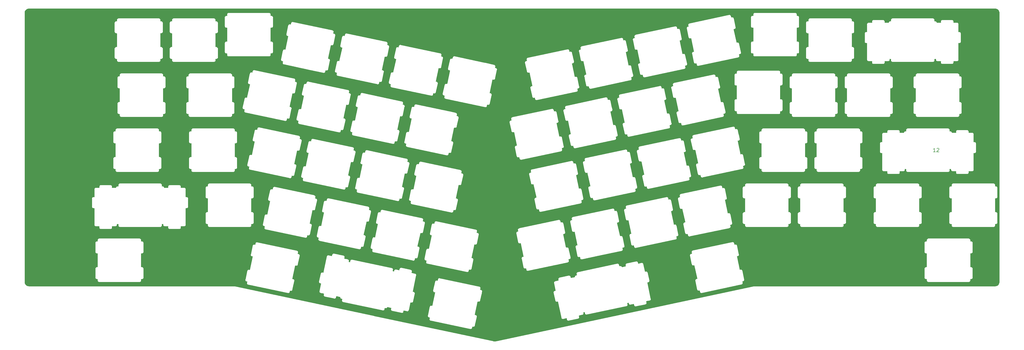
<source format=gbr>
%TF.GenerationSoftware,KiCad,Pcbnew,9.0.3*%
%TF.CreationDate,2025-08-01T16:01:54+05:00*%
%TF.ProjectId,plate,706c6174-652e-46b6-9963-61645f706362,rev?*%
%TF.SameCoordinates,Original*%
%TF.FileFunction,Copper,L1,Top*%
%TF.FilePolarity,Positive*%
%FSLAX46Y46*%
G04 Gerber Fmt 4.6, Leading zero omitted, Abs format (unit mm)*
G04 Created by KiCad (PCBNEW 9.0.3) date 2025-08-01 16:01:54*
%MOMM*%
%LPD*%
G01*
G04 APERTURE LIST*
%ADD10C,0.158750*%
%TA.AperFunction,NonConductor*%
%ADD11C,0.158750*%
%TD*%
G04 APERTURE END LIST*
D10*
D11*
X341126886Y-133827070D02*
X340401171Y-133827070D01*
X340764028Y-133827070D02*
X340764028Y-132557070D01*
X340764028Y-132557070D02*
X340643076Y-132738498D01*
X340643076Y-132738498D02*
X340522124Y-132859451D01*
X340522124Y-132859451D02*
X340401171Y-132919927D01*
X341610695Y-132678022D02*
X341671171Y-132617546D01*
X341671171Y-132617546D02*
X341792124Y-132557070D01*
X341792124Y-132557070D02*
X342094505Y-132557070D01*
X342094505Y-132557070D02*
X342215457Y-132617546D01*
X342215457Y-132617546D02*
X342275933Y-132678022D01*
X342275933Y-132678022D02*
X342336410Y-132798974D01*
X342336410Y-132798974D02*
X342336410Y-132919927D01*
X342336410Y-132919927D02*
X342275933Y-133101355D01*
X342275933Y-133101355D02*
X341550219Y-133827070D01*
X341550219Y-133827070D02*
X342336410Y-133827070D01*
%TA.AperFunction,Conductor*%
%TO.N,GND*%
G36*
X361756948Y-84218615D02*
G01*
X361957090Y-84232933D01*
X361974600Y-84235451D01*
X361974605Y-84235452D01*
X362166332Y-84277162D01*
X362183299Y-84282143D01*
X362367136Y-84350712D01*
X362367155Y-84350719D01*
X362383232Y-84358061D01*
X362555469Y-84452108D01*
X362570323Y-84461654D01*
X362727428Y-84579260D01*
X362740777Y-84590826D01*
X362879528Y-84729573D01*
X362879536Y-84729581D01*
X362891121Y-84742951D01*
X363008707Y-84900019D01*
X363018273Y-84914903D01*
X363112317Y-85087122D01*
X363119666Y-85103213D01*
X363188241Y-85287049D01*
X363193226Y-85304024D01*
X363234941Y-85495749D01*
X363237460Y-85513260D01*
X363251725Y-85712569D01*
X363252041Y-85721421D01*
X363252041Y-178868371D01*
X363251725Y-178877217D01*
X363237410Y-179077359D01*
X363234892Y-179094870D01*
X363193186Y-179286594D01*
X363188202Y-179303570D01*
X363119631Y-179487418D01*
X363112281Y-179503511D01*
X363018251Y-179675716D01*
X363008687Y-179690599D01*
X362891104Y-179847676D01*
X362879518Y-179861048D01*
X362740772Y-179999796D01*
X362727402Y-180011381D01*
X362570326Y-180128970D01*
X362555442Y-180138535D01*
X362383239Y-180232568D01*
X362367147Y-180239918D01*
X362183304Y-180308492D01*
X362166328Y-180313477D01*
X361974599Y-180355188D01*
X361957088Y-180357706D01*
X361770779Y-180371035D01*
X361757534Y-180371983D01*
X361748687Y-180372299D01*
X278806817Y-180372299D01*
X278806687Y-180372307D01*
X278792939Y-180372307D01*
X278618730Y-180384485D01*
X278445799Y-180408783D01*
X278445784Y-180408786D01*
X278431188Y-180411887D01*
X278431189Y-180411888D01*
X278424827Y-180413240D01*
X278424821Y-180413240D01*
X278360381Y-180426937D01*
X278290007Y-180441893D01*
X278289982Y-180441900D01*
X189017007Y-199417294D01*
X189017004Y-199417295D01*
X188984604Y-199424181D01*
X188978221Y-199425364D01*
X188832821Y-199448389D01*
X188819912Y-199449745D01*
X188676158Y-199457275D01*
X188663180Y-199457275D01*
X188519416Y-199449738D01*
X188506509Y-199448381D01*
X188486243Y-199445171D01*
X188360770Y-199425295D01*
X188354392Y-199424113D01*
X188337386Y-199420498D01*
X188293451Y-199411159D01*
X188293444Y-199411159D01*
X188287081Y-199409806D01*
X188287080Y-199409806D01*
X147297665Y-190697237D01*
X146733697Y-190577362D01*
X165610486Y-190577362D01*
X165614009Y-190642982D01*
X165614018Y-190643160D01*
X165617418Y-190708259D01*
X165617440Y-190708376D01*
X165617549Y-190708960D01*
X165617552Y-190708968D01*
X165631836Y-190752742D01*
X165637800Y-190771016D01*
X165637828Y-190771197D01*
X165637856Y-190771189D01*
X165658115Y-190833582D01*
X165658151Y-190833657D01*
X165658270Y-190833907D01*
X165658429Y-190834242D01*
X165693946Y-190888782D01*
X165693925Y-190888795D01*
X165694043Y-190888931D01*
X165729869Y-190944121D01*
X165730008Y-190944283D01*
X165730336Y-190944667D01*
X165730348Y-190944678D01*
X165730351Y-190944682D01*
X165760337Y-190971612D01*
X165778841Y-190988231D01*
X165778975Y-190988352D01*
X165827789Y-191032322D01*
X165827952Y-191032434D01*
X165828047Y-191032499D01*
X165828388Y-191032733D01*
X165828395Y-191032737D01*
X165828397Y-191032738D01*
X165836367Y-191036786D01*
X165886670Y-191062336D01*
X165886656Y-191062362D01*
X165886833Y-191062419D01*
X165945194Y-191092170D01*
X165945891Y-191092416D01*
X165945892Y-191092416D01*
X165945894Y-191092417D01*
X166009803Y-191105916D01*
X166074096Y-191119595D01*
X166074097Y-191119594D01*
X166081110Y-191121087D01*
X166082743Y-191121322D01*
X166180946Y-191142065D01*
X166242469Y-191175179D01*
X166276324Y-191236299D01*
X166276583Y-191289292D01*
X166213767Y-191583352D01*
X166212055Y-191591362D01*
X166211949Y-191591574D01*
X166198238Y-191656051D01*
X166195969Y-191666673D01*
X166184574Y-191720019D01*
X166184539Y-191720469D01*
X166187993Y-191786466D01*
X166187999Y-191786581D01*
X166191341Y-191851612D01*
X166191426Y-191852077D01*
X166191427Y-191852080D01*
X166211804Y-191914810D01*
X166231938Y-191976988D01*
X166232067Y-191977188D01*
X166232142Y-191977417D01*
X166267999Y-192032641D01*
X166303601Y-192087585D01*
X166303778Y-192087745D01*
X166303909Y-192087946D01*
X166352592Y-192131787D01*
X166352654Y-192131888D01*
X166352676Y-192131863D01*
X166401446Y-192175865D01*
X166401659Y-192175973D01*
X166401837Y-192176134D01*
X166460310Y-192205932D01*
X166518806Y-192235812D01*
X166518812Y-192235813D01*
X166519244Y-192235966D01*
X166519254Y-192235971D01*
X166583608Y-192249654D01*
X166647682Y-192263342D01*
X166647920Y-192263329D01*
X180203853Y-195145762D01*
X180203885Y-195145771D01*
X180213269Y-195147766D01*
X180213271Y-195147767D01*
X180263430Y-195158430D01*
X180342155Y-195175170D01*
X180342159Y-195175169D01*
X180342321Y-195175204D01*
X180344447Y-195175051D01*
X180406939Y-195171778D01*
X180406944Y-195171779D01*
X180406944Y-195171778D01*
X180406945Y-195171778D01*
X180473760Y-195168282D01*
X180473761Y-195168281D01*
X180474606Y-195168237D01*
X180479068Y-195166560D01*
X180540792Y-195146507D01*
X180597978Y-195127930D01*
X180599014Y-195127607D01*
X180599083Y-195127572D01*
X180599096Y-195127568D01*
X180599103Y-195127563D01*
X180599113Y-195127560D01*
X180599132Y-195127547D01*
X180599523Y-195127351D01*
X180601321Y-195126125D01*
X180660137Y-195087934D01*
X180703826Y-195059566D01*
X180707834Y-195057273D01*
X180709110Y-195056375D01*
X180709636Y-195055790D01*
X180709640Y-195055789D01*
X180744099Y-195017519D01*
X180759030Y-195000939D01*
X180759033Y-195000935D01*
X180759034Y-195000934D01*
X180795706Y-194960211D01*
X180797578Y-194958240D01*
X180797810Y-194957875D01*
X180797813Y-194957873D01*
X180797814Y-194957869D01*
X180797818Y-194957863D01*
X180797824Y-194957858D01*
X180797832Y-194957842D01*
X180798382Y-194956981D01*
X180799656Y-194954262D01*
X180837828Y-194879352D01*
X180856935Y-194841858D01*
X180857605Y-194840588D01*
X180857646Y-194840463D01*
X180857650Y-194840456D01*
X180857651Y-194840450D01*
X180857657Y-194840439D01*
X180857661Y-194840415D01*
X180857799Y-194840001D01*
X180858207Y-194837850D01*
X180875528Y-194756378D01*
X180875528Y-194756374D01*
X180875529Y-194756370D01*
X180885059Y-194711554D01*
X180885058Y-194711547D01*
X180949674Y-194407606D01*
X180982868Y-194346128D01*
X181044032Y-194312354D01*
X181096582Y-194312070D01*
X181268877Y-194348453D01*
X181269049Y-194348489D01*
X181278688Y-194350538D01*
X181333143Y-194362119D01*
X181333508Y-194362099D01*
X181333864Y-194362175D01*
X181399260Y-194358660D01*
X181464748Y-194355235D01*
X181465094Y-194355122D01*
X181465458Y-194355103D01*
X181527805Y-194334752D01*
X181590086Y-194314523D01*
X181590091Y-194314519D01*
X181590727Y-194314215D01*
X181590737Y-194314212D01*
X181645490Y-194278550D01*
X181700617Y-194242759D01*
X181700861Y-194242487D01*
X181701166Y-194242289D01*
X181744668Y-194193844D01*
X181788807Y-194144833D01*
X181788814Y-194144818D01*
X181789209Y-194144243D01*
X181789215Y-194144237D01*
X181818653Y-194086270D01*
X181848647Y-194027418D01*
X181848716Y-194027088D01*
X181848866Y-194026795D01*
X181848883Y-194026743D01*
X181848887Y-194026737D01*
X181862361Y-193962925D01*
X182493719Y-190994035D01*
X182493880Y-190993720D01*
X182507445Y-190929490D01*
X182521059Y-190865476D01*
X182521058Y-190865463D01*
X182521111Y-190864799D01*
X182521111Y-190864788D01*
X182521113Y-190864781D01*
X182517614Y-190799618D01*
X182514175Y-190733872D01*
X182514065Y-190733535D01*
X182514047Y-190733186D01*
X182493697Y-190670829D01*
X182473463Y-190608534D01*
X182473460Y-190608529D01*
X182473458Y-190608523D01*
X182473208Y-190608000D01*
X182473161Y-190607901D01*
X182437381Y-190552960D01*
X182437287Y-190552816D01*
X182414444Y-190517633D01*
X182401699Y-190498003D01*
X182401697Y-190498001D01*
X182401311Y-190497549D01*
X182401308Y-190497546D01*
X182401244Y-190497471D01*
X182352380Y-190453588D01*
X182352380Y-190453587D01*
X182352256Y-190453476D01*
X182352254Y-190453475D01*
X182303773Y-190409813D01*
X182303460Y-190409653D01*
X182303198Y-190409418D01*
X182244847Y-190379781D01*
X182244847Y-190379780D01*
X182244268Y-190379486D01*
X182186358Y-190349973D01*
X182186018Y-190349900D01*
X182185704Y-190349741D01*
X182122178Y-190336324D01*
X182122021Y-190336239D01*
X182122011Y-190336289D01*
X182050480Y-190321077D01*
X182048927Y-190320852D01*
X181950043Y-190299966D01*
X181888519Y-190266852D01*
X181854664Y-190205733D01*
X181854379Y-190152862D01*
X182800436Y-185702366D01*
X182804754Y-185694368D01*
X182805365Y-185685301D01*
X182821091Y-185664108D01*
X182833630Y-185640886D01*
X182841586Y-185636492D01*
X182847003Y-185629193D01*
X182871690Y-185619867D01*
X182894793Y-185607110D01*
X182905593Y-185607061D01*
X182912365Y-185604504D01*
X182947575Y-185606874D01*
X183046030Y-185627862D01*
X183046825Y-185628087D01*
X183055728Y-185629978D01*
X183119080Y-185643434D01*
X183119165Y-185643480D01*
X183119171Y-185643454D01*
X183172979Y-185654925D01*
X183182896Y-185657039D01*
X183182900Y-185657038D01*
X183183120Y-185657056D01*
X183183246Y-185657065D01*
X183183257Y-185657068D01*
X183249162Y-185653605D01*
X183314504Y-185650220D01*
X183314678Y-185650163D01*
X183314860Y-185650154D01*
X183377109Y-185629917D01*
X183377203Y-185629915D01*
X183377195Y-185629890D01*
X183378086Y-185629601D01*
X183439861Y-185609570D01*
X183440014Y-185609470D01*
X183440188Y-185609414D01*
X183495169Y-185573698D01*
X183550428Y-185537860D01*
X183550435Y-185537851D01*
X183550696Y-185537628D01*
X183550703Y-185537625D01*
X183594620Y-185488837D01*
X183638666Y-185439977D01*
X183638670Y-185439967D01*
X183638863Y-185439687D01*
X183638871Y-185439679D01*
X183669054Y-185380424D01*
X183698564Y-185322592D01*
X183698601Y-185322414D01*
X183698685Y-185322251D01*
X183699775Y-185317120D01*
X183712394Y-185257711D01*
X183712413Y-185257620D01*
X183727653Y-185186134D01*
X183727766Y-185185341D01*
X184260098Y-182679335D01*
X184297484Y-182503336D01*
X209098523Y-182503336D01*
X209098535Y-182503487D01*
X209098565Y-182503875D01*
X209098580Y-182504080D01*
X209112193Y-182567758D01*
X209112212Y-182567946D01*
X209112233Y-182567942D01*
X209677857Y-185233677D01*
X209677856Y-185233677D01*
X209679576Y-185241786D01*
X209679564Y-185242038D01*
X209692991Y-185305012D01*
X209693073Y-185305394D01*
X209693212Y-185306044D01*
X209693237Y-185306163D01*
X209706877Y-185370443D01*
X209706948Y-185370642D01*
X209706948Y-185370644D01*
X209707013Y-185370827D01*
X209707015Y-185370831D01*
X209707046Y-185370919D01*
X209707047Y-185370922D01*
X209707048Y-185370924D01*
X209736783Y-185429191D01*
X209736812Y-185429313D01*
X209736839Y-185429300D01*
X209766663Y-185487885D01*
X209766875Y-185488192D01*
X209766951Y-185488303D01*
X209766953Y-185488306D01*
X209810848Y-185536992D01*
X209810905Y-185537110D01*
X209810933Y-185537086D01*
X209850452Y-185581008D01*
X209854811Y-185585852D01*
X209855193Y-185586178D01*
X209855196Y-185586180D01*
X209855198Y-185586182D01*
X209887395Y-185607061D01*
X209910108Y-185621790D01*
X209910093Y-185621812D01*
X209910211Y-185621857D01*
X209965307Y-185657665D01*
X209965313Y-185657667D01*
X209965429Y-185657723D01*
X209965494Y-185657754D01*
X209965769Y-185657885D01*
X210027890Y-185678024D01*
X210090627Y-185698433D01*
X210090885Y-185698446D01*
X210091130Y-185698526D01*
X210156223Y-185701894D01*
X210222228Y-185705377D01*
X210222483Y-185705322D01*
X210222738Y-185705336D01*
X210286016Y-185691842D01*
X210351142Y-185678024D01*
X210351146Y-185678021D01*
X210358559Y-185676449D01*
X210359657Y-185676137D01*
X210483849Y-185649655D01*
X210553516Y-185654925D01*
X210609277Y-185697025D01*
X210631003Y-185745180D01*
X211783641Y-191175179D01*
X211789566Y-191203091D01*
X211789557Y-191203284D01*
X211803188Y-191267266D01*
X211803247Y-191267541D01*
X211803266Y-191267630D01*
X211816891Y-191331818D01*
X211816927Y-191331918D01*
X211817015Y-191332167D01*
X211817018Y-191332174D01*
X211817019Y-191332175D01*
X211846849Y-191390650D01*
X211846872Y-191390743D01*
X211846892Y-191390733D01*
X211876689Y-191449252D01*
X211876901Y-191449561D01*
X211876905Y-191449565D01*
X211876906Y-191449567D01*
X211921102Y-191498604D01*
X211964842Y-191547208D01*
X211965002Y-191547312D01*
X211965134Y-191547458D01*
X211965171Y-191547482D01*
X211965172Y-191547483D01*
X212020768Y-191583550D01*
X212020769Y-191583550D01*
X212021300Y-191583894D01*
X212075346Y-191619013D01*
X212075528Y-191619072D01*
X212075693Y-191619179D01*
X212138495Y-191639550D01*
X212200669Y-191659771D01*
X212200862Y-191659781D01*
X212201047Y-191659841D01*
X212266045Y-191663215D01*
X212266141Y-191663220D01*
X212332270Y-191666704D01*
X212332270Y-191666703D01*
X212332271Y-191666704D01*
X212332271Y-191666703D01*
X212332329Y-191666699D01*
X212332491Y-191666664D01*
X212332654Y-191666673D01*
X212396184Y-191653136D01*
X212396264Y-191653119D01*
X212396268Y-191653119D01*
X212396272Y-191653117D01*
X212461183Y-191639339D01*
X212461183Y-191639338D01*
X212468744Y-191637734D01*
X212469567Y-191637500D01*
X213474096Y-191423467D01*
X213543763Y-191428749D01*
X213599518Y-191470859D01*
X213621221Y-191518947D01*
X213694802Y-191864885D01*
X213694801Y-191864885D01*
X213694804Y-191864896D01*
X213708941Y-191931395D01*
X213708958Y-191931442D01*
X213708959Y-191931445D01*
X213708960Y-191931447D01*
X213738541Y-191989484D01*
X213738543Y-191989495D01*
X213738546Y-191989494D01*
X213768779Y-192048824D01*
X213768799Y-192048853D01*
X213768803Y-192048857D01*
X213768804Y-192048859D01*
X213817352Y-192102762D01*
X213856961Y-192146749D01*
X213856978Y-192146760D01*
X213856998Y-192146782D01*
X213901796Y-192175865D01*
X213918246Y-192186545D01*
X213918245Y-192186546D01*
X213918257Y-192186552D01*
X213948657Y-192206293D01*
X213967487Y-192218520D01*
X213967489Y-192218520D01*
X213967528Y-192218540D01*
X213967529Y-192218540D01*
X213967532Y-192218542D01*
X214010660Y-192232548D01*
X214032226Y-192239552D01*
X214032238Y-192239556D01*
X214063299Y-192249647D01*
X214092823Y-192259239D01*
X214092831Y-192259239D01*
X214092860Y-192259244D01*
X214092872Y-192259248D01*
X214158004Y-192262652D01*
X214158004Y-192262654D01*
X214158014Y-192262652D01*
X214224427Y-192266131D01*
X214224429Y-192266130D01*
X214224578Y-192266138D01*
X214226384Y-192265721D01*
X214256868Y-192259237D01*
X214287293Y-192252766D01*
X214287298Y-192252764D01*
X217452523Y-191579850D01*
X217452624Y-191579856D01*
X217517534Y-191566029D01*
X217581330Y-191552467D01*
X217581339Y-191552462D01*
X217581505Y-191552403D01*
X217581517Y-191552401D01*
X217640566Y-191522282D01*
X217640567Y-191522284D01*
X217640596Y-191522266D01*
X217698749Y-191492634D01*
X217698753Y-191492629D01*
X217698755Y-191492629D01*
X217698902Y-191492526D01*
X217698912Y-191492522D01*
X217737473Y-191457770D01*
X217747891Y-191448383D01*
X217747897Y-191448390D01*
X217747922Y-191448353D01*
X217796680Y-191404449D01*
X217796682Y-191404445D01*
X217796804Y-191404303D01*
X217796804Y-191404301D01*
X217796808Y-191404299D01*
X217825202Y-191360533D01*
X217832302Y-191349591D01*
X217832305Y-191349593D01*
X217832324Y-191349556D01*
X217868451Y-191293923D01*
X217868453Y-191293916D01*
X217868532Y-191293750D01*
X217868531Y-191293750D01*
X217868536Y-191293744D01*
X217888803Y-191231274D01*
X217888803Y-191231273D01*
X217888815Y-191231277D01*
X217888817Y-191231228D01*
X217909169Y-191168587D01*
X217909169Y-191168582D01*
X217909170Y-191168580D01*
X217909203Y-191168398D01*
X217909205Y-191168393D01*
X217912660Y-191101915D01*
X217912660Y-191101914D01*
X217912666Y-191101914D01*
X217912662Y-191101869D01*
X217916061Y-191036983D01*
X217916059Y-191036975D01*
X217916044Y-191036802D01*
X217916046Y-191036786D01*
X217902163Y-190971611D01*
X217902166Y-190971561D01*
X217902154Y-190971564D01*
X217887045Y-190900497D01*
X217886924Y-190900069D01*
X217828513Y-190625844D01*
X217833799Y-190556177D01*
X217875912Y-190500425D01*
X217924042Y-190478716D01*
X218936425Y-190263820D01*
X218936584Y-190263829D01*
X219000404Y-190250239D01*
X219065181Y-190236490D01*
X219065187Y-190236486D01*
X219065469Y-190236385D01*
X219065479Y-190236384D01*
X219124258Y-190206408D01*
X219124260Y-190206407D01*
X219124262Y-190206412D01*
X219124326Y-190206373D01*
X219148718Y-190193953D01*
X219182615Y-190176695D01*
X219182653Y-190176669D01*
X219182869Y-190176519D01*
X219182878Y-190176515D01*
X219232028Y-190132228D01*
X219280577Y-190088540D01*
X219280663Y-190088406D01*
X219280782Y-190088300D01*
X219282652Y-190085417D01*
X219282654Y-190085416D01*
X219316104Y-190033866D01*
X219316107Y-190033860D01*
X219316599Y-190033103D01*
X219352382Y-189978035D01*
X219352431Y-189977883D01*
X219352518Y-189977750D01*
X219372896Y-189914956D01*
X219393140Y-189852713D01*
X219393148Y-189852555D01*
X219393198Y-189852402D01*
X219394087Y-189835336D01*
X219396662Y-189785860D01*
X219396666Y-189785781D01*
X219400073Y-189721110D01*
X219400062Y-189720968D01*
X219400048Y-189720802D01*
X219400049Y-189720796D01*
X219386091Y-189655241D01*
X219372709Y-189592199D01*
X219372638Y-189592059D01*
X219355039Y-189509405D01*
X219360330Y-189439737D01*
X219402448Y-189383988D01*
X219468019Y-189359860D01*
X219482813Y-189359753D01*
X219484455Y-189359839D01*
X219484457Y-189359838D01*
X219484468Y-189359839D01*
X219484572Y-189359830D01*
X219484578Y-189359828D01*
X219484585Y-189359829D01*
X219550629Y-189345766D01*
X219550659Y-189345768D01*
X219550658Y-189345760D01*
X219550659Y-189345760D01*
X219613357Y-189332427D01*
X219613360Y-189332425D01*
X219621341Y-189330728D01*
X219621595Y-189330655D01*
X219721204Y-189309446D01*
X219790873Y-189314737D01*
X219846622Y-189356855D01*
X219868310Y-189404907D01*
X219906447Y-189584043D01*
X219946200Y-189770769D01*
X219959917Y-189835336D01*
X219959967Y-189835435D01*
X219959991Y-189835545D01*
X219989739Y-189893883D01*
X219989751Y-189893935D01*
X219989763Y-189893930D01*
X220019733Y-189952766D01*
X220019855Y-189952944D01*
X220019857Y-189952946D01*
X220063715Y-190001624D01*
X220107901Y-190050709D01*
X220107995Y-190050770D01*
X220108069Y-190050852D01*
X220144339Y-190074389D01*
X220163025Y-190086516D01*
X220163069Y-190086545D01*
X220218410Y-190122493D01*
X220218413Y-190122494D01*
X220218417Y-190122497D01*
X220218421Y-190122498D01*
X220218610Y-190122588D01*
X220218616Y-190122592D01*
X220250146Y-190132825D01*
X220281062Y-190142859D01*
X220281060Y-190142862D01*
X220281103Y-190142872D01*
X220343746Y-190163235D01*
X220343754Y-190163235D01*
X220343948Y-190163270D01*
X220343963Y-190163275D01*
X220408688Y-190166645D01*
X220420258Y-190167252D01*
X220472109Y-190169977D01*
X220472109Y-190169976D01*
X220475349Y-190170147D01*
X220475460Y-190170123D01*
X220475569Y-190170129D01*
X220539399Y-190156540D01*
X234161457Y-187262743D01*
X234162718Y-187262560D01*
X234169914Y-187261022D01*
X234169917Y-187261023D01*
X234234537Y-187247219D01*
X234234543Y-187247247D01*
X234234667Y-187247191D01*
X234298256Y-187233683D01*
X234298264Y-187233678D01*
X234298781Y-187233495D01*
X234298793Y-187233493D01*
X234357452Y-187203529D01*
X234415684Y-187173868D01*
X234415896Y-187173676D01*
X234416154Y-187173545D01*
X234465115Y-187129370D01*
X234513629Y-187085699D01*
X234513635Y-187085689D01*
X234513657Y-187085665D01*
X234513992Y-187085271D01*
X234513999Y-187085266D01*
X234514003Y-187085258D01*
X234514006Y-187085256D01*
X234541012Y-187043576D01*
X234549801Y-187030012D01*
X234585417Y-186975183D01*
X234585505Y-186974910D01*
X234585662Y-186974669D01*
X234605947Y-186912022D01*
X234626155Y-186849854D01*
X234626169Y-186849568D01*
X234626259Y-186849294D01*
X234629636Y-186783573D01*
X234629636Y-186783572D01*
X234629637Y-186783572D01*
X234629636Y-186783563D01*
X234633067Y-186718251D01*
X234633012Y-186717996D01*
X234633026Y-186717742D01*
X234633022Y-186717685D01*
X234630266Y-186704785D01*
X234619385Y-186653846D01*
X234605683Y-186589344D01*
X234605680Y-186589339D01*
X234604141Y-186582091D01*
X234603795Y-186580865D01*
X234574392Y-186443222D01*
X234540804Y-186285982D01*
X234541486Y-186276913D01*
X234538346Y-186268378D01*
X234544068Y-186242623D01*
X234546049Y-186216311D01*
X234551527Y-186209049D01*
X234553500Y-186200172D01*
X234572236Y-186181600D01*
X234588130Y-186160535D01*
X234597978Y-186156085D01*
X234603124Y-186150986D01*
X234636242Y-186138799D01*
X234810251Y-186101753D01*
X234810265Y-186101754D01*
X234810265Y-186101751D01*
X234852697Y-186092723D01*
X234871955Y-186088625D01*
X234872417Y-186088531D01*
X234872459Y-186088509D01*
X234872467Y-186088508D01*
X234875336Y-186087044D01*
X234878370Y-186086473D01*
X234879124Y-186086214D01*
X234879666Y-186085880D01*
X234880669Y-186085515D01*
X234880848Y-186086007D01*
X234943995Y-186074126D01*
X235008745Y-186100379D01*
X235049022Y-186157471D01*
X235052958Y-186171741D01*
X235084361Y-186319546D01*
X235084365Y-186319567D01*
X235097889Y-186383277D01*
X235097924Y-186383375D01*
X235128411Y-186443222D01*
X235128410Y-186443222D01*
X235128651Y-186443694D01*
X235157685Y-186500716D01*
X235157717Y-186500752D01*
X235157740Y-186500796D01*
X235201421Y-186549317D01*
X235201434Y-186549331D01*
X235201437Y-186549335D01*
X235245838Y-186598675D01*
X235245906Y-186598734D01*
X235245911Y-186598737D01*
X235245912Y-186598738D01*
X235300657Y-186634296D01*
X235300673Y-186634315D01*
X235300677Y-186634310D01*
X235330742Y-186653846D01*
X235356342Y-186670481D01*
X235356352Y-186670484D01*
X235356421Y-186670517D01*
X235356430Y-186670523D01*
X235417906Y-186690503D01*
X235481665Y-186711240D01*
X235481673Y-186711240D01*
X235481755Y-186711255D01*
X235481760Y-186711257D01*
X235493709Y-186711884D01*
X235544637Y-186714558D01*
X235544636Y-186714562D01*
X235544659Y-186714558D01*
X235613266Y-186718174D01*
X235613269Y-186718173D01*
X235613284Y-186718174D01*
X235613340Y-186718170D01*
X235613359Y-186718165D01*
X235613363Y-186718166D01*
X235676347Y-186704783D01*
X235676373Y-186704785D01*
X235676372Y-186704778D01*
X235743623Y-186690503D01*
X236753868Y-186476065D01*
X236823532Y-186481401D01*
X236879253Y-186523554D01*
X236900951Y-186571807D01*
X236958820Y-186846569D01*
X236960581Y-186854928D01*
X236960552Y-186855495D01*
X236974098Y-186919109D01*
X236974118Y-186919201D01*
X236974175Y-186919472D01*
X236987624Y-186983330D01*
X236987662Y-186983437D01*
X236987768Y-186983736D01*
X236987992Y-186984373D01*
X236987999Y-186984388D01*
X236988000Y-186984389D01*
X237017383Y-187042006D01*
X237017449Y-187042279D01*
X237017508Y-187042250D01*
X237047233Y-187100858D01*
X237047537Y-187101301D01*
X237047537Y-187101303D01*
X237047539Y-187101305D01*
X237047860Y-187101774D01*
X237091432Y-187150130D01*
X237091582Y-187150296D01*
X237112437Y-187173545D01*
X237135234Y-187198958D01*
X237135380Y-187199083D01*
X237135497Y-187199183D01*
X237135663Y-187199325D01*
X237136083Y-187199685D01*
X237136088Y-187199688D01*
X237136089Y-187199689D01*
X237190686Y-187235115D01*
X237190845Y-187235220D01*
X237245615Y-187270932D01*
X237245623Y-187270937D01*
X237245630Y-187270939D01*
X237245751Y-187270998D01*
X237245948Y-187271092D01*
X237245977Y-187271106D01*
X237246104Y-187271167D01*
X237246105Y-187271168D01*
X237246109Y-187271170D01*
X237246629Y-187271419D01*
X237246638Y-187271422D01*
X237246640Y-187271423D01*
X237308719Y-187291567D01*
X237308805Y-187291596D01*
X237331580Y-187299043D01*
X237370881Y-187311894D01*
X237370889Y-187311894D01*
X237371066Y-187311927D01*
X237371525Y-187312013D01*
X237371662Y-187312039D01*
X237371984Y-187312098D01*
X237371988Y-187312100D01*
X237382306Y-187312636D01*
X237437324Y-187315500D01*
X237437333Y-187315500D01*
X237437507Y-187315509D01*
X237502472Y-187319035D01*
X237503008Y-187318921D01*
X237503554Y-187318950D01*
X237503584Y-187318947D01*
X237503595Y-187318948D01*
X237567787Y-187305278D01*
X237631427Y-187291875D01*
X237631930Y-187291619D01*
X240723474Y-186633289D01*
X240723512Y-186633284D01*
X240732612Y-186631345D01*
X240732615Y-186631346D01*
X240809380Y-186614996D01*
X240858110Y-186604619D01*
X240861065Y-186604078D01*
X240861485Y-186603900D01*
X240861489Y-186603900D01*
X240861492Y-186603897D01*
X240861497Y-186603895D01*
X240861508Y-186603894D01*
X240861539Y-186603878D01*
X240864462Y-186602646D01*
X240867887Y-186600640D01*
X240933462Y-186567194D01*
X240974700Y-186546163D01*
X240978291Y-186544502D01*
X240978879Y-186544032D01*
X240978888Y-186544028D01*
X240978893Y-186544022D01*
X240978905Y-186544017D01*
X240978954Y-186543972D01*
X240981824Y-186541682D01*
X240981833Y-186541676D01*
X240982672Y-186541005D01*
X240985443Y-186538124D01*
X241034499Y-186493917D01*
X241076334Y-186456220D01*
X241076763Y-186455840D01*
X241076781Y-186455817D01*
X241076789Y-186455811D01*
X241076794Y-186455803D01*
X241076802Y-186455796D01*
X241076809Y-186455783D01*
X241076839Y-186455749D01*
X241077219Y-186455152D01*
X241123794Y-186383370D01*
X241145671Y-186349654D01*
X241148125Y-186346204D01*
X241148517Y-186345268D01*
X241148523Y-186345260D01*
X241148525Y-186345251D01*
X241148532Y-186345242D01*
X241148543Y-186345205D01*
X241149359Y-186343262D01*
X241150336Y-186339682D01*
X241156870Y-186319546D01*
X241171065Y-186275796D01*
X241187950Y-186223761D01*
X241189180Y-186220363D01*
X241189366Y-186216784D01*
X241189367Y-186216756D01*
X241192679Y-186153050D01*
X241192679Y-186153043D01*
X241193421Y-186138798D01*
X241196048Y-186088305D01*
X241196047Y-186088303D01*
X241196048Y-186088299D01*
X241196045Y-186088287D01*
X241196046Y-186088285D01*
X241184318Y-186033221D01*
X241184167Y-186032514D01*
X241166550Y-185949779D01*
X241166533Y-185949726D01*
X241108494Y-185677221D01*
X241113782Y-185607552D01*
X241155896Y-185551801D01*
X241204018Y-185530095D01*
X242215363Y-185315357D01*
X242215427Y-185315361D01*
X242278948Y-185301856D01*
X242344209Y-185288000D01*
X242344213Y-185287997D01*
X242344216Y-185287997D01*
X242344325Y-185287957D01*
X242344330Y-185287957D01*
X242403212Y-185257952D01*
X242461642Y-185228197D01*
X242461646Y-185228192D01*
X242461654Y-185228189D01*
X242461738Y-185228131D01*
X242461741Y-185228127D01*
X242461749Y-185228124D01*
X242511767Y-185183082D01*
X242511794Y-185183069D01*
X242511789Y-185183063D01*
X242525270Y-185170930D01*
X242559596Y-185140037D01*
X242559597Y-185140035D01*
X242559623Y-185140012D01*
X242559659Y-185139969D01*
X242559676Y-185139942D01*
X242559679Y-185139940D01*
X242596121Y-185083819D01*
X242631395Y-185029529D01*
X242631397Y-185029521D01*
X242631403Y-185029513D01*
X242631447Y-185029421D01*
X242631448Y-185029417D01*
X242631451Y-185029413D01*
X242651984Y-184966208D01*
X242651984Y-184966207D01*
X242651992Y-184966209D01*
X242651993Y-184966178D01*
X242672146Y-184904204D01*
X242672146Y-184904200D01*
X242672148Y-184904195D01*
X242672167Y-184904091D01*
X242672167Y-184904082D01*
X242672169Y-184904078D01*
X242675574Y-184839034D01*
X242675585Y-184839003D01*
X242675576Y-184839003D01*
X242677522Y-184802028D01*
X242679071Y-184772602D01*
X242679070Y-184772599D01*
X242679071Y-184772591D01*
X242679062Y-184772482D01*
X242679060Y-184772476D01*
X242679061Y-184772474D01*
X242665591Y-184709118D01*
X242665089Y-184706755D01*
X242653503Y-184652183D01*
X242651700Y-184643691D01*
X242651699Y-184643690D01*
X242650012Y-184635742D01*
X242649930Y-184635453D01*
X242648160Y-184627129D01*
X241491357Y-179185802D01*
X241492050Y-179176712D01*
X241488913Y-179168151D01*
X241494665Y-179142422D01*
X241496670Y-179116136D01*
X241502168Y-179108862D01*
X241504158Y-179099964D01*
X241522906Y-179081430D01*
X241538805Y-179060401D01*
X241548679Y-179055953D01*
X241553848Y-179050845D01*
X241586980Y-179038704D01*
X241710988Y-179012475D01*
X241712366Y-179012277D01*
X241719528Y-179010752D01*
X241719531Y-179010753D01*
X241783551Y-178997128D01*
X241783558Y-178997161D01*
X241783700Y-178997096D01*
X241847835Y-178983532D01*
X241848118Y-178983387D01*
X241848428Y-178983322D01*
X241906871Y-178953526D01*
X241965316Y-178923821D01*
X241965317Y-178923819D01*
X241965319Y-178923819D01*
X241965404Y-178923761D01*
X241965483Y-178923706D01*
X241965829Y-178923467D01*
X241965835Y-178923465D01*
X242014569Y-178879561D01*
X242063339Y-178835738D01*
X242063512Y-178835471D01*
X242063747Y-178835260D01*
X242082150Y-178806907D01*
X242099297Y-178780490D01*
X242099310Y-178780498D01*
X242099377Y-178780364D01*
X242135225Y-178725286D01*
X242135323Y-178724983D01*
X242135496Y-178724718D01*
X242155646Y-178662650D01*
X242176074Y-178599993D01*
X242176074Y-178599991D01*
X242176075Y-178599989D01*
X242176186Y-178599390D01*
X242176186Y-178599379D01*
X242176188Y-178599375D01*
X242179589Y-178534171D01*
X242183102Y-178468396D01*
X242183036Y-178468086D01*
X242183053Y-178467769D01*
X242169408Y-178403651D01*
X242155832Y-178339465D01*
X242155829Y-178339461D01*
X242154313Y-178332289D01*
X242153933Y-178330940D01*
X242153728Y-178329979D01*
X241586365Y-175663954D01*
X241572767Y-175599782D01*
X241572684Y-175599619D01*
X241572648Y-175599448D01*
X241572621Y-175599370D01*
X241542519Y-175540325D01*
X241542543Y-175540312D01*
X241542471Y-175540232D01*
X241513011Y-175482325D01*
X241513010Y-175482323D01*
X241512768Y-175481971D01*
X241512765Y-175481965D01*
X241468307Y-175432615D01*
X241468307Y-175432614D01*
X241467828Y-175432082D01*
X241424891Y-175384336D01*
X241424707Y-175384216D01*
X241424560Y-175384053D01*
X241400570Y-175368482D01*
X241369210Y-175348127D01*
X241369121Y-175348069D01*
X241369120Y-175348069D01*
X241368837Y-175347885D01*
X241314411Y-175312492D01*
X241314203Y-175312424D01*
X241314018Y-175312304D01*
X241314012Y-175312302D01*
X241314009Y-175312300D01*
X241251357Y-175291960D01*
X241251353Y-175291960D01*
X241251110Y-175291881D01*
X241189102Y-175271691D01*
X241188882Y-175271679D01*
X241188675Y-175271612D01*
X241188653Y-175271610D01*
X241188651Y-175271610D01*
X241123251Y-175268199D01*
X241123251Y-175268195D01*
X241123146Y-175268193D01*
X241057498Y-175264712D01*
X241057162Y-175264738D01*
X241057078Y-175264745D01*
X240992828Y-175278418D01*
X240992724Y-175278440D01*
X240797290Y-175319854D01*
X240727626Y-175314495D01*
X240671918Y-175272323D01*
X240650308Y-175224393D01*
X240121032Y-172740492D01*
X240121035Y-172740441D01*
X240107056Y-172674905D01*
X240107051Y-172674879D01*
X240102117Y-172651727D01*
X240093578Y-172611649D01*
X240093576Y-172611645D01*
X240093576Y-172611644D01*
X240093545Y-172611556D01*
X240063836Y-172553348D01*
X240063835Y-172553347D01*
X240063830Y-172553337D01*
X240033691Y-172494258D01*
X240033657Y-172494220D01*
X240033635Y-172494177D01*
X239989920Y-172445694D01*
X239989911Y-172445676D01*
X239989907Y-172445680D01*
X239945461Y-172396368D01*
X239945460Y-172396367D01*
X239945459Y-172396366D01*
X239945391Y-172396307D01*
X239890786Y-172360900D01*
X239834901Y-172324648D01*
X239834898Y-172324647D01*
X239834895Y-172324645D01*
X239834816Y-172324607D01*
X239812249Y-172317292D01*
X239772928Y-172304546D01*
X239772910Y-172304533D01*
X239772909Y-172304539D01*
X239731390Y-172291073D01*
X239709535Y-172283984D01*
X239709458Y-172283970D01*
X239643950Y-172280582D01*
X239643950Y-172280581D01*
X239643928Y-172280581D01*
X239577939Y-172277156D01*
X239577843Y-172277163D01*
X239512655Y-172291068D01*
X239512632Y-172291073D01*
X239449049Y-172304622D01*
X239449006Y-172304643D01*
X239441551Y-172306232D01*
X239441550Y-172306232D01*
X238438299Y-172520213D01*
X238368628Y-172514946D01*
X238312865Y-172472848D01*
X238291155Y-172424779D01*
X238278519Y-172365469D01*
X238229044Y-172133244D01*
X238229047Y-172133201D01*
X238229036Y-172133204D01*
X238217930Y-172080985D01*
X238215644Y-172070235D01*
X238215641Y-172070230D01*
X238215585Y-172070070D01*
X238215584Y-172070064D01*
X238185027Y-172010163D01*
X238155802Y-171952820D01*
X238155742Y-171952753D01*
X238155700Y-171952671D01*
X238155670Y-171952638D01*
X238155670Y-171952637D01*
X238111267Y-171903369D01*
X238111270Y-171903365D01*
X238111236Y-171903336D01*
X238080409Y-171869107D01*
X238067611Y-171854896D01*
X238067475Y-171854780D01*
X238067474Y-171854779D01*
X238067473Y-171854778D01*
X238011626Y-171818548D01*
X238011620Y-171818544D01*
X238011592Y-171818525D01*
X238011589Y-171818524D01*
X237957078Y-171783133D01*
X237957005Y-171783109D01*
X237956937Y-171783065D01*
X237956918Y-171783056D01*
X237893930Y-171762622D01*
X237893930Y-171762621D01*
X237893892Y-171762609D01*
X237893890Y-171762609D01*
X237893396Y-171762448D01*
X237892555Y-171762175D01*
X237831740Y-171742424D01*
X237831649Y-171742419D01*
X237831562Y-171742391D01*
X237831501Y-171742387D01*
X237831499Y-171742387D01*
X237765516Y-171738960D01*
X237765368Y-171738953D01*
X237700135Y-171735542D01*
X237700046Y-171735560D01*
X237699955Y-171735556D01*
X237699743Y-171735601D01*
X237699742Y-171735601D01*
X237654374Y-171745266D01*
X237635014Y-171749391D01*
X234408314Y-172435626D01*
X234408315Y-172435627D01*
X234408139Y-172435664D01*
X234408138Y-172435664D01*
X234408137Y-172435665D01*
X234344430Y-172449187D01*
X234344337Y-172449233D01*
X234344234Y-172449256D01*
X234343997Y-172449376D01*
X234343995Y-172449377D01*
X234308233Y-172467603D01*
X234285665Y-172479105D01*
X234285623Y-172479127D01*
X234285622Y-172479127D01*
X234285412Y-172479234D01*
X234285303Y-172479290D01*
X234285049Y-172479419D01*
X234226991Y-172508980D01*
X234226911Y-172509051D01*
X234226820Y-172509098D01*
X234226715Y-172509192D01*
X234226714Y-172509193D01*
X234178258Y-172552832D01*
X234178224Y-172552863D01*
X234178223Y-172552864D01*
X234140240Y-172587045D01*
X234129026Y-172597136D01*
X234128900Y-172597283D01*
X234128896Y-172597288D01*
X234128896Y-172597289D01*
X234122420Y-172607263D01*
X234093340Y-172652052D01*
X234093316Y-172652090D01*
X234057217Y-172707642D01*
X234057135Y-172707813D01*
X234036839Y-172770301D01*
X234036824Y-172770345D01*
X234016458Y-172832963D01*
X234016425Y-172833142D01*
X234016424Y-172833159D01*
X234016424Y-172833160D01*
X234012958Y-172899437D01*
X234009526Y-172964558D01*
X234009547Y-172964659D01*
X234009542Y-172964764D01*
X234009568Y-172964886D01*
X234009568Y-172964890D01*
X234023207Y-173029015D01*
X234023212Y-173029068D01*
X234023218Y-173029067D01*
X234084542Y-173317997D01*
X234079205Y-173387663D01*
X234037051Y-173443384D01*
X233988984Y-173465041D01*
X232983595Y-173678388D01*
X232976323Y-173679930D01*
X232976292Y-173679930D01*
X232915126Y-173692917D01*
X232911763Y-173693631D01*
X232911761Y-173693630D01*
X232847439Y-173707281D01*
X232847380Y-173707303D01*
X232829944Y-173716182D01*
X232761271Y-173729061D01*
X232696538Y-173702768D01*
X232663210Y-173662011D01*
X232656494Y-173648840D01*
X232656483Y-173648818D01*
X232625804Y-173588622D01*
X232625746Y-173588538D01*
X232583577Y-173541735D01*
X232583558Y-173541714D01*
X232560069Y-173515632D01*
X232537616Y-173490700D01*
X232537615Y-173490699D01*
X232537613Y-173490697D01*
X232537538Y-173490633D01*
X232537529Y-173490627D01*
X232537528Y-173490626D01*
X232484843Y-173456436D01*
X232438308Y-173426223D01*
X232427080Y-173418933D01*
X232426986Y-173418888D01*
X232388661Y-173406450D01*
X232365953Y-173399079D01*
X232365931Y-173399064D01*
X232365929Y-173399072D01*
X232301739Y-173378222D01*
X232301645Y-173378204D01*
X232237929Y-173374886D01*
X232237920Y-173374883D01*
X232237905Y-173374885D01*
X232222845Y-173374097D01*
X232170142Y-173371341D01*
X232170140Y-173371341D01*
X232170135Y-173371341D01*
X232170041Y-173371347D01*
X232107555Y-173384650D01*
X232107532Y-173384655D01*
X232033673Y-173400363D01*
X232033432Y-173400431D01*
X231933568Y-173421691D01*
X231863899Y-173416397D01*
X231808152Y-173374278D01*
X231786459Y-173326194D01*
X231783139Y-173310578D01*
X231706923Y-172952069D01*
X231694667Y-172894400D01*
X231694660Y-172894386D01*
X231694657Y-172894372D01*
X231662904Y-172832057D01*
X231662902Y-172832054D01*
X231662902Y-172832052D01*
X231634855Y-172777005D01*
X231634841Y-172776977D01*
X231634827Y-172776957D01*
X231634825Y-172776953D01*
X231601947Y-172740441D01*
X231587335Y-172724213D01*
X231587335Y-172724214D01*
X231587291Y-172724165D01*
X231546663Y-172679041D01*
X231546651Y-172679033D01*
X231546641Y-172679022D01*
X231490318Y-172642448D01*
X231436141Y-172607263D01*
X231436127Y-172607258D01*
X231436114Y-172607250D01*
X231435541Y-172607064D01*
X231435540Y-172607063D01*
X231373922Y-172587045D01*
X231373923Y-172587045D01*
X231373916Y-172587043D01*
X231332861Y-172573702D01*
X231310806Y-172566535D01*
X231310777Y-172566530D01*
X231245597Y-172563116D01*
X231245461Y-172563109D01*
X231245357Y-172563104D01*
X231179204Y-172559637D01*
X231179190Y-172559639D01*
X231179175Y-172559639D01*
X231178111Y-172559865D01*
X231113023Y-172573702D01*
X231113017Y-172573703D01*
X217421577Y-175483558D01*
X217421526Y-175483570D01*
X217356737Y-175497278D01*
X217356526Y-175497384D01*
X217356300Y-175497433D01*
X217356203Y-175497481D01*
X217356199Y-175497483D01*
X217297682Y-175527296D01*
X217297659Y-175527309D01*
X217239260Y-175556996D01*
X217239088Y-175557150D01*
X217238877Y-175557258D01*
X217238842Y-175557289D01*
X217238837Y-175557292D01*
X217190468Y-175600843D01*
X217189726Y-175601511D01*
X217141243Y-175645084D01*
X217141115Y-175645279D01*
X217140941Y-175645437D01*
X217140881Y-175645528D01*
X217140881Y-175645529D01*
X217120453Y-175676983D01*
X217105147Y-175700551D01*
X217069363Y-175755540D01*
X217069290Y-175755762D01*
X217069163Y-175755959D01*
X217048886Y-175818356D01*
X217028522Y-175880832D01*
X217028448Y-175881227D01*
X217028446Y-175881229D01*
X217028446Y-175881233D01*
X217028437Y-175881279D01*
X217024992Y-175946948D01*
X217024986Y-175947077D01*
X217021500Y-176012433D01*
X217021548Y-176012661D01*
X217021536Y-176012895D01*
X217021542Y-176012923D01*
X217021542Y-176012924D01*
X217035094Y-176076690D01*
X217035106Y-176076804D01*
X217035118Y-176076802D01*
X217113121Y-176445491D01*
X217112432Y-176454397D01*
X217115523Y-176462779D01*
X217109783Y-176488691D01*
X217107739Y-176515153D01*
X217102344Y-176522273D01*
X217100413Y-176530995D01*
X217081574Y-176549691D01*
X217065549Y-176570846D01*
X217055853Y-176575218D01*
X217050821Y-176580213D01*
X217017705Y-176592422D01*
X216846642Y-176628957D01*
X216831179Y-176632242D01*
X216782339Y-176642617D01*
X216782302Y-176642631D01*
X216782077Y-176642710D01*
X216781841Y-176642793D01*
X216723275Y-176672704D01*
X216723274Y-176672703D01*
X216722259Y-176673221D01*
X216664918Y-176702431D01*
X216664713Y-176702615D01*
X216664463Y-176702743D01*
X216664448Y-176702756D01*
X216664443Y-176702759D01*
X216615705Y-176746729D01*
X216615577Y-176746846D01*
X216566973Y-176790599D01*
X216566820Y-176790833D01*
X216566615Y-176791019D01*
X216566574Y-176791081D01*
X216566573Y-176791083D01*
X216531126Y-176845781D01*
X216531055Y-176845891D01*
X216495181Y-176901118D01*
X216495137Y-176901211D01*
X216495014Y-176901470D01*
X216494949Y-176901603D01*
X216474871Y-176963600D01*
X216474831Y-176963725D01*
X216454444Y-177026444D01*
X216454359Y-177026905D01*
X216454358Y-177026908D01*
X216454344Y-177026980D01*
X216450978Y-177092446D01*
X216450971Y-177092589D01*
X216450088Y-177109383D01*
X216426911Y-177175296D01*
X216371777Y-177218215D01*
X216319737Y-177226700D01*
X216299318Y-177225624D01*
X216237972Y-177238650D01*
X216237965Y-177238652D01*
X215158413Y-177467800D01*
X215149320Y-177467103D01*
X215140758Y-177470238D01*
X215115033Y-177464477D01*
X215088747Y-177462464D01*
X215081474Y-177456962D01*
X215072577Y-177454970D01*
X215054051Y-177436216D01*
X215033025Y-177420311D01*
X215028580Y-177410434D01*
X215023473Y-177405264D01*
X215011341Y-177372121D01*
X214991716Y-177279181D01*
X214965788Y-177156393D01*
X214965580Y-177154945D01*
X214955897Y-177109383D01*
X214950287Y-177082983D01*
X214936888Y-177019525D01*
X214936885Y-177019520D01*
X214936672Y-177018917D01*
X214936671Y-177018908D01*
X214906750Y-176960179D01*
X214877217Y-176902024D01*
X214877008Y-176901792D01*
X214876868Y-176901516D01*
X214876849Y-176901487D01*
X214832823Y-176852587D01*
X214832824Y-176852585D01*
X214832812Y-176852575D01*
X214789167Y-176803972D01*
X214788919Y-176803811D01*
X214788719Y-176803588D01*
X214788671Y-176803547D01*
X214733321Y-176767599D01*
X214733318Y-176767597D01*
X214733292Y-176767580D01*
X214678739Y-176732049D01*
X214678432Y-176731948D01*
X214678162Y-176731773D01*
X214678149Y-176731766D01*
X214615371Y-176711365D01*
X214615206Y-176711312D01*
X214553460Y-176691158D01*
X214553133Y-176691140D01*
X214552818Y-176691038D01*
X214552790Y-176691036D01*
X214552789Y-176691036D01*
X214487227Y-176687598D01*
X214487227Y-176687597D01*
X214486492Y-176687558D01*
X214421866Y-176684085D01*
X214421542Y-176684153D01*
X214421214Y-176684136D01*
X214421203Y-176684138D01*
X214421197Y-176684138D01*
X214357313Y-176697715D01*
X214357156Y-176697749D01*
X214285899Y-176712795D01*
X214284494Y-176713189D01*
X211128576Y-177383858D01*
X211128577Y-177383859D01*
X211128389Y-177383899D01*
X211063430Y-177397687D01*
X211063371Y-177397716D01*
X211063309Y-177397730D01*
X211063013Y-177397880D01*
X211063012Y-177397881D01*
X211005283Y-177427291D01*
X211005259Y-177427303D01*
X210945988Y-177457480D01*
X210945891Y-177457547D01*
X210922107Y-177478960D01*
X210897907Y-177500749D01*
X210848025Y-177545636D01*
X210847953Y-177545719D01*
X210813033Y-177599486D01*
X210813018Y-177599510D01*
X210776216Y-177656144D01*
X210776170Y-177656238D01*
X210756439Y-177716958D01*
X210756430Y-177716987D01*
X210735460Y-177781461D01*
X210735438Y-177781577D01*
X210735135Y-177787358D01*
X210731930Y-177848467D01*
X210728526Y-177913058D01*
X210728539Y-177913121D01*
X210728536Y-177913186D01*
X210728570Y-177913346D01*
X210728570Y-177913348D01*
X210742183Y-177977409D01*
X210742189Y-177977437D01*
X210803580Y-178266679D01*
X210798243Y-178336344D01*
X210756090Y-178392066D01*
X210708058Y-178413715D01*
X209632975Y-178642185D01*
X209632976Y-178642186D01*
X209632930Y-178642195D01*
X209632619Y-178642262D01*
X209568380Y-178655904D01*
X209568344Y-178655921D01*
X209568307Y-178655930D01*
X209567665Y-178656256D01*
X209567665Y-178656257D01*
X209511471Y-178684885D01*
X209511458Y-178684892D01*
X209450935Y-178715716D01*
X209450895Y-178715743D01*
X209404297Y-178757696D01*
X209404286Y-178757707D01*
X209352992Y-178803875D01*
X209352949Y-178803925D01*
X209316871Y-178859473D01*
X209316872Y-178859474D01*
X209316759Y-178859648D01*
X209281200Y-178914382D01*
X209281188Y-178914417D01*
X209281166Y-178914452D01*
X209281046Y-178914818D01*
X209281046Y-178914820D01*
X209260413Y-178978312D01*
X209260336Y-178978548D01*
X209260310Y-178978631D01*
X209240452Y-179039708D01*
X209240449Y-179039747D01*
X209240438Y-179039784D01*
X209237206Y-179101411D01*
X209237162Y-179102256D01*
X209237161Y-179102274D01*
X209233529Y-179171311D01*
X209233536Y-179171391D01*
X209247446Y-179236844D01*
X209247448Y-179236863D01*
X209247450Y-179236863D01*
X209788668Y-181785514D01*
X209787983Y-181794456D01*
X209791088Y-181802871D01*
X209785360Y-181828751D01*
X209783339Y-181855180D01*
X209777928Y-181862332D01*
X209775991Y-181871090D01*
X209757180Y-181889765D01*
X209741191Y-181910906D01*
X209731462Y-181915298D01*
X209726408Y-181920317D01*
X209693295Y-181932532D01*
X209497528Y-181974382D01*
X209497344Y-181974421D01*
X209433439Y-181987980D01*
X209433212Y-181988061D01*
X209433213Y-181988062D01*
X209432736Y-181988232D01*
X209374374Y-182018054D01*
X209374208Y-182018139D01*
X209316009Y-182047766D01*
X209315542Y-182048087D01*
X209315540Y-182048087D01*
X209315396Y-182048185D01*
X209266838Y-182092009D01*
X209266699Y-182092136D01*
X209218050Y-182135909D01*
X209217841Y-182136229D01*
X209217552Y-182136491D01*
X209201143Y-182161823D01*
X209188035Y-182182059D01*
X209182022Y-182191341D01*
X209181922Y-182191495D01*
X209146233Y-182246408D01*
X209146083Y-182246724D01*
X209146078Y-182246734D01*
X209145906Y-182247092D01*
X209125839Y-182309099D01*
X209125782Y-182309276D01*
X209105465Y-182371731D01*
X209105346Y-182372373D01*
X209105345Y-182372374D01*
X209105329Y-182372459D01*
X209104646Y-182385785D01*
X209102048Y-182436500D01*
X209102002Y-182437393D01*
X209101992Y-182437579D01*
X209101298Y-182450730D01*
X209098687Y-182500233D01*
X209098523Y-182503336D01*
X184297484Y-182503336D01*
X184302633Y-182479096D01*
X184319567Y-182399376D01*
X184356439Y-182225798D01*
X184370039Y-182162004D01*
X184370029Y-182161823D01*
X184370068Y-182161643D01*
X184366568Y-182095034D01*
X184363219Y-182030396D01*
X184363218Y-182030393D01*
X184363154Y-182030049D01*
X184363154Y-182030040D01*
X184342754Y-181967284D01*
X184322570Y-181905038D01*
X184322469Y-181904883D01*
X184322414Y-181904712D01*
X184320466Y-181901714D01*
X184320466Y-181901712D01*
X184286586Y-181849556D01*
X184286538Y-181849482D01*
X184250862Y-181794476D01*
X184250627Y-181794201D01*
X184250625Y-181794197D01*
X184250621Y-181794193D01*
X184250619Y-181794191D01*
X184201492Y-181749969D01*
X184152977Y-181706234D01*
X184152973Y-181706232D01*
X184152969Y-181706228D01*
X184152680Y-181706029D01*
X184108977Y-181683769D01*
X184093713Y-181675994D01*
X184035591Y-181646336D01*
X184035414Y-181646298D01*
X184035251Y-181646215D01*
X184035247Y-181646214D01*
X183971092Y-181632586D01*
X183971094Y-181632576D01*
X183971005Y-181632567D01*
X183800182Y-181596153D01*
X183738720Y-181562925D01*
X183704979Y-181501742D01*
X183704770Y-181448977D01*
X183769547Y-181145735D01*
X183769667Y-181145500D01*
X183783300Y-181081350D01*
X183797022Y-181017116D01*
X183797021Y-181017104D01*
X183797056Y-181016670D01*
X183797060Y-181016605D01*
X183797063Y-181016595D01*
X183793658Y-180951662D01*
X183790259Y-180885506D01*
X183790176Y-180885251D01*
X183790163Y-180884992D01*
X183770046Y-180823085D01*
X183749662Y-180760131D01*
X183749661Y-180760129D01*
X183749506Y-180759803D01*
X183749506Y-180759802D01*
X183749486Y-180759762D01*
X183749438Y-180759662D01*
X183749437Y-180759659D01*
X183713968Y-180705045D01*
X183677999Y-180649534D01*
X183677995Y-180649530D01*
X183677993Y-180649527D01*
X183677668Y-180649145D01*
X183629190Y-180605497D01*
X183629096Y-180605412D01*
X183580149Y-180561250D01*
X183579737Y-180560966D01*
X183579722Y-180560958D01*
X183521578Y-180531334D01*
X183462793Y-180501307D01*
X183462792Y-180501306D01*
X183462791Y-180501306D01*
X183462739Y-180501287D01*
X183462657Y-180501259D01*
X183462305Y-180501134D01*
X183398999Y-180487679D01*
X183399001Y-180487665D01*
X183398874Y-180487652D01*
X183326761Y-180472248D01*
X183325587Y-180472076D01*
X169693386Y-177574810D01*
X169693322Y-177574796D01*
X169693112Y-177574752D01*
X169639425Y-177563339D01*
X169639412Y-177563339D01*
X169639395Y-177563336D01*
X169638632Y-177563375D01*
X169638628Y-177563375D01*
X169564688Y-177567252D01*
X169564687Y-177567251D01*
X169563838Y-177567296D01*
X169507821Y-177570231D01*
X169507808Y-177570235D01*
X169507792Y-177570236D01*
X169435345Y-177593777D01*
X169382486Y-177610951D01*
X169382476Y-177610957D01*
X169382459Y-177610963D01*
X169381963Y-177611284D01*
X169381963Y-177611285D01*
X169322999Y-177649578D01*
X169322852Y-177649673D01*
X169322785Y-177649718D01*
X169271959Y-177682722D01*
X169271948Y-177682733D01*
X169271937Y-177682741D01*
X169271155Y-177683609D01*
X169271154Y-177683610D01*
X169257040Y-177699286D01*
X169230628Y-177728621D01*
X169204209Y-177757959D01*
X169183768Y-177780660D01*
X169183766Y-177780663D01*
X169183757Y-177780677D01*
X169153961Y-177839161D01*
X169153906Y-177839269D01*
X169153816Y-177839447D01*
X169123943Y-177898072D01*
X169123939Y-177898086D01*
X169123933Y-177898100D01*
X169123650Y-177899430D01*
X169123650Y-177899431D01*
X169110256Y-177962454D01*
X169110254Y-177962460D01*
X169032122Y-178329979D01*
X169027817Y-178337952D01*
X169027212Y-178346996D01*
X169011478Y-178368214D01*
X168998928Y-178391460D01*
X168990992Y-178395841D01*
X168985596Y-178403120D01*
X168960890Y-178412463D01*
X168937763Y-178425234D01*
X168926991Y-178425284D01*
X168920244Y-178427836D01*
X168885029Y-178425479D01*
X168784279Y-178404044D01*
X168783933Y-178403947D01*
X168776251Y-178402315D01*
X168712143Y-178388697D01*
X168712143Y-178388693D01*
X168712105Y-178388689D01*
X168708613Y-178387946D01*
X168647503Y-178374945D01*
X168647501Y-178374945D01*
X168647492Y-178374943D01*
X168647414Y-178374936D01*
X168647352Y-178374931D01*
X168582211Y-178378354D01*
X168582172Y-178378356D01*
X168515896Y-178381816D01*
X168515747Y-178381843D01*
X168484299Y-178392066D01*
X168453926Y-178401939D01*
X168431617Y-178409183D01*
X168390549Y-178422518D01*
X168390425Y-178422576D01*
X168335952Y-178457962D01*
X168335920Y-178457982D01*
X168280014Y-178494273D01*
X168279907Y-178494363D01*
X168236323Y-178542781D01*
X168236297Y-178542809D01*
X168191818Y-178592189D01*
X168191737Y-178592306D01*
X168191729Y-178592320D01*
X168191729Y-178592321D01*
X168179362Y-178616600D01*
X168162018Y-178650649D01*
X168162002Y-178650680D01*
X168131965Y-178709605D01*
X168131915Y-178709744D01*
X168118127Y-178774650D01*
X168118128Y-178774651D01*
X168118120Y-178774690D01*
X168104545Y-178838497D01*
X168104548Y-178838576D01*
X168102863Y-178846513D01*
X167474321Y-181805436D01*
X167474265Y-181805696D01*
X167460619Y-181869265D01*
X167460542Y-181870217D01*
X167460541Y-181870218D01*
X167460541Y-181870223D01*
X167460530Y-181870346D01*
X167463951Y-181935439D01*
X167463965Y-181935706D01*
X167467248Y-182000893D01*
X167467319Y-182001275D01*
X167467349Y-182001439D01*
X167467393Y-182001675D01*
X167467444Y-182001954D01*
X167483879Y-182052514D01*
X167487636Y-182064070D01*
X167507716Y-182126301D01*
X167508015Y-182126765D01*
X167508186Y-182127288D01*
X167508210Y-182127324D01*
X167508211Y-182127328D01*
X167543760Y-182182054D01*
X167543905Y-182182278D01*
X167543906Y-182182279D01*
X167579266Y-182236971D01*
X167579674Y-182237340D01*
X167579975Y-182237803D01*
X167579980Y-182237807D01*
X167579981Y-182237809D01*
X167589533Y-182246407D01*
X167628289Y-182281294D01*
X167628436Y-182281532D01*
X167628489Y-182281474D01*
X167677020Y-182325351D01*
X167677026Y-182325354D01*
X167677372Y-182325593D01*
X167677414Y-182325622D01*
X167677911Y-182325965D01*
X167677918Y-182325968D01*
X167677921Y-182325971D01*
X167736111Y-182355611D01*
X167794319Y-182385419D01*
X167794327Y-182385420D01*
X167794919Y-182385632D01*
X167795049Y-182385678D01*
X167795226Y-182385741D01*
X167795346Y-182385783D01*
X167795349Y-182385785D01*
X167859330Y-182399376D01*
X168032258Y-182436501D01*
X168093670Y-182469818D01*
X168127322Y-182531050D01*
X168127512Y-182583547D01*
X167180101Y-187035673D01*
X167175831Y-187043576D01*
X167175241Y-187052543D01*
X167159482Y-187073842D01*
X167146894Y-187097147D01*
X167139028Y-187101488D01*
X167133685Y-187108711D01*
X167108917Y-187118107D01*
X167085723Y-187130910D01*
X167075031Y-187130964D01*
X167068359Y-187133496D01*
X167033141Y-187131177D01*
X166969905Y-187117793D01*
X166862030Y-187094961D01*
X166862028Y-187094960D01*
X166861995Y-187094943D01*
X166861900Y-187094933D01*
X166798494Y-187081442D01*
X166798040Y-187081407D01*
X166797983Y-187081402D01*
X166732239Y-187084904D01*
X166732081Y-187084913D01*
X166666899Y-187088317D01*
X166666644Y-187088399D01*
X166666374Y-187088414D01*
X166666319Y-187088431D01*
X166666317Y-187088432D01*
X166603451Y-187108918D01*
X166603442Y-187108922D01*
X166541557Y-187129017D01*
X166541333Y-187129162D01*
X166541076Y-187129246D01*
X166541062Y-187129254D01*
X166541056Y-187129257D01*
X166485928Y-187165126D01*
X166485800Y-187165210D01*
X166431019Y-187200771D01*
X166430839Y-187200970D01*
X166430614Y-187201117D01*
X166430582Y-187201151D01*
X166430581Y-187201153D01*
X166386797Y-187249863D01*
X166386713Y-187249957D01*
X166342813Y-187298695D01*
X166342574Y-187299043D01*
X166342525Y-187299112D01*
X166312691Y-187357790D01*
X166282969Y-187416098D01*
X166282913Y-187416359D01*
X166282791Y-187416600D01*
X166269131Y-187481138D01*
X165646046Y-190409773D01*
X165637891Y-190448102D01*
X165637723Y-190448434D01*
X165624328Y-190511841D01*
X165624230Y-190512305D01*
X165624213Y-190512389D01*
X165624176Y-190512563D01*
X165610541Y-190576652D01*
X165610505Y-190577131D01*
X165610486Y-190577362D01*
X146733697Y-190577362D01*
X98908000Y-180411696D01*
X98907873Y-180411677D01*
X98894311Y-180408795D01*
X98721370Y-180384485D01*
X98547160Y-180372300D01*
X98531854Y-180372300D01*
X98531854Y-180372299D01*
X98525725Y-180372299D01*
X98459841Y-180372299D01*
X98393949Y-180372298D01*
X98393948Y-180372298D01*
X98386355Y-180372298D01*
X98386339Y-180372299D01*
X27744573Y-180372299D01*
X27735929Y-180372298D01*
X27735923Y-180372297D01*
X27693858Y-180372298D01*
X27674451Y-180372298D01*
X27674450Y-180372297D01*
X27665609Y-180371982D01*
X27465476Y-180357672D01*
X27447965Y-180355155D01*
X27256228Y-180313450D01*
X27239253Y-180308465D01*
X27088059Y-180252075D01*
X27055416Y-180239900D01*
X27039323Y-180232551D01*
X26867110Y-180138519D01*
X26852226Y-180128954D01*
X26823202Y-180107227D01*
X26695141Y-180011365D01*
X26681789Y-179999796D01*
X26543028Y-179861038D01*
X26531450Y-179847676D01*
X26517742Y-179829365D01*
X26413861Y-179690598D01*
X26404297Y-179675716D01*
X26392427Y-179653978D01*
X26310258Y-179503500D01*
X26302911Y-179487411D01*
X26234341Y-179303567D01*
X26229357Y-179286593D01*
X26229345Y-179286537D01*
X26187648Y-179094866D01*
X26185131Y-179077356D01*
X26183918Y-179060401D01*
X26170857Y-178877776D01*
X26170541Y-178868930D01*
X26170541Y-165282708D01*
X50654300Y-165282708D01*
X50654300Y-168513792D01*
X50658318Y-168528788D01*
X50688408Y-168641087D01*
X50721354Y-168698150D01*
X50754300Y-168755214D01*
X50847486Y-168848400D01*
X50961614Y-168914292D01*
X51088908Y-168948400D01*
X51220692Y-168948400D01*
X51330900Y-168948400D01*
X51397939Y-168968085D01*
X51443694Y-169020889D01*
X51454900Y-169072400D01*
X51454900Y-173624900D01*
X51435215Y-173691939D01*
X51382411Y-173737694D01*
X51330900Y-173748900D01*
X51088908Y-173748900D01*
X50961612Y-173783008D01*
X50847486Y-173848900D01*
X50847483Y-173848902D01*
X50754302Y-173942083D01*
X50754300Y-173942086D01*
X50688408Y-174056212D01*
X50659335Y-174164716D01*
X50654300Y-174183508D01*
X50654300Y-177282708D01*
X50654300Y-177414492D01*
X50665838Y-177457553D01*
X50688408Y-177541787D01*
X50718425Y-177593777D01*
X50754300Y-177655914D01*
X50847486Y-177749100D01*
X50961614Y-177814992D01*
X51088908Y-177849100D01*
X51330900Y-177849100D01*
X51397939Y-177868785D01*
X51443694Y-177921589D01*
X51454900Y-177973100D01*
X51454900Y-178283208D01*
X51454900Y-178414992D01*
X51469846Y-178470773D01*
X51489008Y-178542287D01*
X51516713Y-178590273D01*
X51554900Y-178656414D01*
X51648086Y-178749600D01*
X51762214Y-178815492D01*
X51889508Y-178849600D01*
X51889510Y-178849600D01*
X66020890Y-178849600D01*
X66020892Y-178849600D01*
X66148186Y-178815492D01*
X66262314Y-178749600D01*
X66355500Y-178656414D01*
X66421392Y-178542286D01*
X66455500Y-178414992D01*
X66455500Y-178141902D01*
X102523689Y-178141902D01*
X102527200Y-178207377D01*
X102527208Y-178207530D01*
X102530630Y-178272878D01*
X102530745Y-178273495D01*
X102541325Y-178305923D01*
X102551101Y-178335887D01*
X102571350Y-178398213D01*
X102571522Y-178398478D01*
X102571621Y-178398781D01*
X102571627Y-178398791D01*
X102571628Y-178398792D01*
X102607348Y-178453651D01*
X102607394Y-178453804D01*
X102607432Y-178453780D01*
X102608113Y-178454828D01*
X102643121Y-178508740D01*
X102643122Y-178508741D01*
X102643123Y-178508742D01*
X102643525Y-178509213D01*
X102643529Y-178509216D01*
X102643530Y-178509218D01*
X102691937Y-178552697D01*
X102692021Y-178552834D01*
X102692051Y-178552801D01*
X102741052Y-178596924D01*
X102741567Y-178597278D01*
X102741571Y-178597280D01*
X102799973Y-178626948D01*
X102800090Y-178627058D01*
X102800111Y-178627019D01*
X102858466Y-178656755D01*
X102858469Y-178656756D01*
X102858471Y-178656757D01*
X102858472Y-178656757D01*
X102859056Y-178656963D01*
X102859064Y-178656967D01*
X102923543Y-178670591D01*
X102987374Y-178684161D01*
X102987689Y-178684144D01*
X103066603Y-178700818D01*
X103094620Y-178706738D01*
X103156142Y-178739856D01*
X103189992Y-178800978D01*
X103190277Y-178853833D01*
X103126985Y-179151689D01*
X103126969Y-179151747D01*
X103112142Y-179221544D01*
X103112141Y-179221548D01*
X103098334Y-179286526D01*
X103098332Y-179286544D01*
X103101097Y-179339185D01*
X103101097Y-179339190D01*
X103101098Y-179339190D01*
X103101098Y-179339191D01*
X103104911Y-179411865D01*
X103105241Y-179418139D01*
X103105242Y-179418144D01*
X103120994Y-179466603D01*
X103120995Y-179466611D01*
X103120996Y-179466611D01*
X103145969Y-179543454D01*
X103145993Y-179543504D01*
X103146218Y-179543845D01*
X103174528Y-179587426D01*
X103174531Y-179587436D01*
X103174533Y-179587435D01*
X103216631Y-179652252D01*
X103217842Y-179654117D01*
X103219444Y-179655504D01*
X103256333Y-179688711D01*
X103315693Y-179742152D01*
X103315697Y-179742154D01*
X103315710Y-179742163D01*
X103315715Y-179742167D01*
X103371108Y-179770383D01*
X103371113Y-179770387D01*
X103371114Y-179770386D01*
X103433117Y-179801974D01*
X103433122Y-179801975D01*
X103433137Y-179801980D01*
X103433143Y-179801983D01*
X103500425Y-179816276D01*
X103562023Y-179829365D01*
X103562035Y-179829364D01*
X117191017Y-182724658D01*
X117191042Y-182724671D01*
X117191044Y-182724664D01*
X117214501Y-182729652D01*
X117255426Y-182738357D01*
X117255428Y-182738356D01*
X117255453Y-182738362D01*
X117255526Y-182738368D01*
X117255549Y-182738366D01*
X117255550Y-182738367D01*
X117321036Y-182734926D01*
X117321069Y-182734934D01*
X117321069Y-182734925D01*
X117321070Y-182734925D01*
X117387031Y-182731478D01*
X117387033Y-182731477D01*
X117387037Y-182731477D01*
X117387151Y-182731456D01*
X117408023Y-182724671D01*
X117447953Y-182711691D01*
X117447985Y-182711690D01*
X117447983Y-182711682D01*
X117461469Y-182707302D01*
X117512370Y-182690771D01*
X117512370Y-182690770D01*
X117512397Y-182690762D01*
X117512451Y-182690736D01*
X117512478Y-182690718D01*
X117512482Y-182690717D01*
X117566834Y-182655410D01*
X117566852Y-182655399D01*
X117586326Y-182642756D01*
X117622903Y-182619010D01*
X117622905Y-182619006D01*
X117622941Y-182618984D01*
X117622967Y-182618962D01*
X117622995Y-182618930D01*
X117622998Y-182618929D01*
X117666373Y-182570744D01*
X117666376Y-182570747D01*
X117666390Y-182570724D01*
X117711097Y-182521088D01*
X117711098Y-182521084D01*
X117711128Y-182521052D01*
X117711140Y-182521035D01*
X117711163Y-182520988D01*
X117711167Y-182520985D01*
X117740941Y-182462534D01*
X117770941Y-182403675D01*
X117770941Y-182403670D01*
X117770958Y-182403639D01*
X117770973Y-182403594D01*
X117770980Y-182403560D01*
X117770982Y-182403557D01*
X117784294Y-182340893D01*
X117862573Y-181972854D01*
X117895773Y-181911380D01*
X117956940Y-181877611D01*
X118009891Y-181877418D01*
X118116997Y-181900418D01*
X118117456Y-181900652D01*
X118181411Y-181914250D01*
X118245341Y-181927979D01*
X118245348Y-181927978D01*
X118245558Y-181927996D01*
X118245812Y-181928017D01*
X118246348Y-181928060D01*
X118246356Y-181928059D01*
X118246358Y-181928060D01*
X118311575Y-181924646D01*
X118376959Y-181921357D01*
X118376962Y-181921356D01*
X118377960Y-181921172D01*
X118377962Y-181921172D01*
X118439964Y-181901030D01*
X118439976Y-181901069D01*
X118440201Y-181900953D01*
X118502377Y-181880896D01*
X118502384Y-181880890D01*
X118503292Y-181880459D01*
X118503299Y-181880457D01*
X118557919Y-181844990D01*
X118613051Y-181809352D01*
X118613057Y-181809344D01*
X118613112Y-181809299D01*
X118613127Y-181809286D01*
X118613823Y-181808693D01*
X118613824Y-181808691D01*
X118613828Y-181808689D01*
X118657441Y-181760258D01*
X118701436Y-181711602D01*
X118701440Y-181711593D01*
X118701534Y-181711458D01*
X118701534Y-181711457D01*
X118701546Y-181711441D01*
X118702014Y-181710762D01*
X118703584Y-181707683D01*
X118731691Y-181652527D01*
X118761510Y-181594306D01*
X118761511Y-181594301D01*
X118761850Y-181593348D01*
X118761850Y-181593347D01*
X118761852Y-181593344D01*
X118775452Y-181529378D01*
X118789179Y-181465460D01*
X118789178Y-181465457D01*
X118790598Y-181458849D01*
X118790923Y-181456620D01*
X119356618Y-178796130D01*
X127981517Y-178796130D01*
X127984517Y-178852830D01*
X127984517Y-178852835D01*
X127988476Y-178927727D01*
X127988478Y-178927738D01*
X128007594Y-178986471D01*
X128007592Y-178986471D01*
X128007595Y-178986475D01*
X128011051Y-178997094D01*
X128029255Y-179053035D01*
X128029276Y-179053077D01*
X128029502Y-179053421D01*
X128034040Y-179060401D01*
X128067001Y-179111100D01*
X128101082Y-179163528D01*
X128101083Y-179163529D01*
X128101098Y-179163547D01*
X128152358Y-179209656D01*
X128152423Y-179209714D01*
X128152445Y-179209733D01*
X128199056Y-179251664D01*
X128199059Y-179251665D01*
X128199073Y-179251675D01*
X128199075Y-179251677D01*
X128248387Y-179276771D01*
X128248391Y-179276775D01*
X128248392Y-179276774D01*
X128311698Y-179308994D01*
X128316510Y-179311443D01*
X128316524Y-179311446D01*
X128316526Y-179311447D01*
X128365840Y-179321902D01*
X128365845Y-179321905D01*
X128365846Y-179321904D01*
X128445421Y-179338781D01*
X128445421Y-179338780D01*
X128453900Y-179340579D01*
X128453961Y-179340587D01*
X128575879Y-179366438D01*
X128637377Y-179399600D01*
X128671184Y-179460746D01*
X128671453Y-179513499D01*
X128130343Y-182061636D01*
X128130320Y-182061747D01*
X128116558Y-182126334D01*
X128116567Y-182126513D01*
X128116530Y-182126689D01*
X128117046Y-182136492D01*
X128119975Y-182192196D01*
X128119979Y-182192280D01*
X128123386Y-182257944D01*
X128123450Y-182258286D01*
X128143584Y-182320211D01*
X128143597Y-182320297D01*
X128143610Y-182320294D01*
X128164045Y-182383295D01*
X128164144Y-182383503D01*
X128164193Y-182383606D01*
X128164199Y-182383615D01*
X128164200Y-182383618D01*
X128199989Y-182438706D01*
X128235765Y-182493857D01*
X128235897Y-182493976D01*
X128235996Y-182494128D01*
X128236017Y-182494147D01*
X128236018Y-182494148D01*
X128263984Y-182519319D01*
X128285245Y-182538455D01*
X128333654Y-182582088D01*
X128333655Y-182582088D01*
X128333658Y-182582091D01*
X128333945Y-182582288D01*
X128333947Y-182582290D01*
X128392720Y-182612222D01*
X128451044Y-182641977D01*
X128451219Y-182642014D01*
X128451380Y-182642096D01*
X128515281Y-182655665D01*
X128515359Y-182655707D01*
X128515365Y-182655683D01*
X129591703Y-182885042D01*
X129599754Y-182889394D01*
X129608889Y-182890024D01*
X129630009Y-182905748D01*
X129653167Y-182918266D01*
X129657587Y-182926281D01*
X129664932Y-182931749D01*
X129674198Y-182956395D01*
X129686912Y-182979446D01*
X129686949Y-182990312D01*
X129689520Y-182997150D01*
X129687094Y-183032360D01*
X129640977Y-183247056D01*
X129640435Y-183248971D01*
X129625398Y-183319581D01*
X129625353Y-183319793D01*
X129611624Y-183383711D01*
X129611560Y-183384487D01*
X129611552Y-183384599D01*
X129611552Y-183384603D01*
X129611552Y-183384605D01*
X129614964Y-183450197D01*
X129618238Y-183515330D01*
X129618376Y-183515759D01*
X129618400Y-183516212D01*
X129618406Y-183516233D01*
X129618407Y-183516234D01*
X129638540Y-183578274D01*
X129638575Y-183578495D01*
X129638608Y-183578485D01*
X129658693Y-183640755D01*
X129658881Y-183641152D01*
X129659066Y-183641543D01*
X129694449Y-183696072D01*
X129694423Y-183696088D01*
X129694564Y-183696251D01*
X129730230Y-183751429D01*
X129730231Y-183751430D01*
X129730234Y-183751434D01*
X129730715Y-183752000D01*
X129730803Y-183752104D01*
X129779347Y-183795845D01*
X129779511Y-183795994D01*
X129827973Y-183839819D01*
X129828294Y-183840040D01*
X129828417Y-183840125D01*
X129828527Y-183840201D01*
X129828707Y-183840325D01*
X129828713Y-183840328D01*
X129886881Y-183869993D01*
X129945266Y-183899900D01*
X129945272Y-183899901D01*
X129945766Y-183900078D01*
X129945767Y-183900078D01*
X129946105Y-183900199D01*
X130009975Y-183913799D01*
X130009973Y-183913805D01*
X130010160Y-183913838D01*
X130074111Y-183927576D01*
X130074112Y-183927575D01*
X130080895Y-183929033D01*
X130082864Y-183929320D01*
X133175349Y-184587851D01*
X133175569Y-184587963D01*
X133239531Y-184601519D01*
X133239954Y-184601609D01*
X133240039Y-184601627D01*
X133264226Y-184606777D01*
X133304005Y-184615248D01*
X133304006Y-184615247D01*
X133304012Y-184615249D01*
X133304483Y-184615286D01*
X133304487Y-184615285D01*
X133304489Y-184615286D01*
X133369652Y-184611831D01*
X133369775Y-184611860D01*
X133369774Y-184611825D01*
X133435612Y-184608400D01*
X133435846Y-184608323D01*
X133436089Y-184608311D01*
X133498390Y-184588027D01*
X133499188Y-184587767D01*
X133499201Y-184587764D01*
X133512445Y-184583466D01*
X133560960Y-184567723D01*
X133560967Y-184567717D01*
X133561388Y-184567517D01*
X133561399Y-184567514D01*
X133616383Y-184531760D01*
X133616384Y-184531762D01*
X133616454Y-184531713D01*
X133671511Y-184495989D01*
X133671676Y-184495805D01*
X133671880Y-184495673D01*
X133715637Y-184447017D01*
X133759728Y-184398087D01*
X133759731Y-184398079D01*
X133759846Y-184397914D01*
X133759998Y-184397691D01*
X133760003Y-184397687D01*
X133789761Y-184339197D01*
X133819601Y-184280689D01*
X133819652Y-184280448D01*
X133819763Y-184280231D01*
X133833385Y-184215953D01*
X133847048Y-184151795D01*
X133847035Y-184151551D01*
X133894896Y-183925723D01*
X133928051Y-183864226D01*
X133989194Y-183830414D01*
X134041954Y-183830141D01*
X135117318Y-184058473D01*
X135181939Y-184072243D01*
X135182124Y-184072233D01*
X135182302Y-184072271D01*
X135186084Y-184072071D01*
X135186085Y-184072072D01*
X135202639Y-184071201D01*
X135270621Y-184087333D01*
X135319089Y-184137658D01*
X135332981Y-184188386D01*
X135333973Y-184206877D01*
X135333977Y-184207041D01*
X135333982Y-184207041D01*
X135337425Y-184272851D01*
X135337499Y-184273248D01*
X135337500Y-184273255D01*
X135337546Y-184273509D01*
X135357790Y-184335546D01*
X135357816Y-184335714D01*
X135357842Y-184335706D01*
X135378136Y-184398185D01*
X135378319Y-184398569D01*
X135378427Y-184398796D01*
X135378431Y-184398803D01*
X135378432Y-184398804D01*
X135409828Y-184447017D01*
X135414038Y-184453481D01*
X135414088Y-184453649D01*
X135414130Y-184453623D01*
X135449900Y-184508716D01*
X135449905Y-184508720D01*
X135450178Y-184509041D01*
X135450189Y-184509054D01*
X135450342Y-184509234D01*
X135465915Y-184523220D01*
X135498980Y-184552916D01*
X135499073Y-184553067D01*
X135499107Y-184553030D01*
X135547826Y-184596906D01*
X135547834Y-184596910D01*
X135548384Y-184597288D01*
X135548392Y-184597295D01*
X135556885Y-184601609D01*
X135607081Y-184627105D01*
X135607068Y-184627129D01*
X135607228Y-184627180D01*
X135643946Y-184645893D01*
X135662415Y-184655306D01*
X135665241Y-184656746D01*
X135665578Y-184656817D01*
X135665888Y-184656975D01*
X135729888Y-184670494D01*
X135794142Y-184684159D01*
X135801247Y-184685670D01*
X135802768Y-184685888D01*
X135901550Y-184706755D01*
X135963073Y-184739870D01*
X135996926Y-184800991D01*
X135997210Y-184853863D01*
X135936377Y-185140012D01*
X135932940Y-185156181D01*
X135932935Y-185156193D01*
X135924962Y-185193704D01*
X135920331Y-185215488D01*
X135917787Y-185227457D01*
X135917787Y-185227459D01*
X135905538Y-185285080D01*
X135905537Y-185285095D01*
X135905537Y-185285097D01*
X135906511Y-185303672D01*
X135908816Y-185347654D01*
X135908816Y-185347659D01*
X135912430Y-185416682D01*
X135912433Y-185416694D01*
X135912434Y-185416699D01*
X135912435Y-185416701D01*
X135930670Y-185472819D01*
X135930671Y-185472826D01*
X135930672Y-185472826D01*
X135952772Y-185540850D01*
X135952774Y-185540856D01*
X135953193Y-185542148D01*
X135954279Y-185543757D01*
X135989205Y-185597539D01*
X135989207Y-185597541D01*
X136024747Y-185652272D01*
X136024956Y-185652594D01*
X136024971Y-185652611D01*
X136025945Y-185653467D01*
X136030852Y-185657885D01*
X136074950Y-185697590D01*
X136074954Y-185697595D01*
X136074955Y-185697595D01*
X136122849Y-185740722D01*
X136122868Y-185740735D01*
X136122869Y-185740735D01*
X136122871Y-185740737D01*
X136182932Y-185771339D01*
X136237193Y-185798988D01*
X136239817Y-185800420D01*
X136240268Y-185800555D01*
X136240272Y-185800557D01*
X136240275Y-185800557D01*
X136240284Y-185800560D01*
X136240293Y-185800565D01*
X136240320Y-185800570D01*
X136242507Y-185801226D01*
X136246230Y-185801827D01*
X136254179Y-185803516D01*
X136314639Y-185816367D01*
X136369175Y-185827961D01*
X136369184Y-185827960D01*
X149646817Y-188650075D01*
X149997841Y-188724684D01*
X149997882Y-188724693D01*
X150029832Y-188731495D01*
X150062029Y-188738350D01*
X150062029Y-188738349D01*
X150062030Y-188738350D01*
X150062191Y-188738361D01*
X150062197Y-188738363D01*
X150127095Y-188734961D01*
X150193635Y-188731496D01*
X150193638Y-188731495D01*
X150193791Y-188731467D01*
X150193796Y-188731465D01*
X150193801Y-188731465D01*
X150255365Y-188711459D01*
X150255407Y-188711458D01*
X150255404Y-188711448D01*
X150288469Y-188700716D01*
X150318982Y-188690813D01*
X150318984Y-188690811D01*
X150318998Y-188690807D01*
X150319109Y-188690754D01*
X150319127Y-188690742D01*
X150319134Y-188690740D01*
X150373034Y-188655736D01*
X150429529Y-188619074D01*
X150429532Y-188619069D01*
X150429541Y-188619063D01*
X150429653Y-188618967D01*
X150429653Y-188618965D01*
X150429657Y-188618964D01*
X150472741Y-188571113D01*
X150472742Y-188571112D01*
X150472747Y-188571116D01*
X150472766Y-188571084D01*
X150517742Y-188521168D01*
X150517744Y-188521163D01*
X150517752Y-188521155D01*
X150517826Y-188521047D01*
X150517832Y-188521033D01*
X150517837Y-188521029D01*
X150546866Y-188464052D01*
X150546867Y-188464050D01*
X150546868Y-188464050D01*
X150546875Y-188464033D01*
X150577608Y-188403767D01*
X150577609Y-188403759D01*
X150577661Y-188403616D01*
X150577662Y-188403610D01*
X150577664Y-188403607D01*
X150591237Y-188339750D01*
X150669511Y-187972084D01*
X150702723Y-187910616D01*
X150763896Y-187876859D01*
X150816403Y-187876581D01*
X150988994Y-187913017D01*
X151053095Y-187926655D01*
X151053493Y-187926634D01*
X151053882Y-187926716D01*
X151053885Y-187926716D01*
X151053888Y-187926717D01*
X151053889Y-187926716D01*
X151053890Y-187926717D01*
X151119143Y-187923206D01*
X151119143Y-187923207D01*
X151119266Y-187923199D01*
X151184700Y-187919784D01*
X151184704Y-187919782D01*
X151185477Y-187919638D01*
X151185483Y-187919638D01*
X151235223Y-187903399D01*
X151247660Y-187899340D01*
X151247669Y-187899369D01*
X151247841Y-187899280D01*
X151310042Y-187879084D01*
X151310378Y-187878865D01*
X151310760Y-187878741D01*
X151365481Y-187843096D01*
X151420580Y-187807331D01*
X151420584Y-187807325D01*
X151420669Y-187807254D01*
X151421181Y-187806816D01*
X151421181Y-187806815D01*
X151421185Y-187806813D01*
X151464974Y-187758044D01*
X151508779Y-187709413D01*
X151508786Y-187709398D01*
X151509216Y-187708771D01*
X151509230Y-187708757D01*
X151532583Y-187662765D01*
X151538904Y-187650317D01*
X151538913Y-187650321D01*
X151538989Y-187650147D01*
X151546233Y-187635938D01*
X151594219Y-187585154D01*
X151662044Y-187568375D01*
X151713045Y-187581799D01*
X151730096Y-187590496D01*
X151730141Y-187590512D01*
X151730365Y-187590591D01*
X151730393Y-187590600D01*
X151730395Y-187590601D01*
X151794630Y-187604239D01*
X151794703Y-187604278D01*
X151794708Y-187604256D01*
X151806742Y-187606819D01*
X151858985Y-187617946D01*
X151858988Y-187617945D01*
X151866643Y-187619576D01*
X151867338Y-187619676D01*
X152871999Y-187832988D01*
X152933487Y-187866167D01*
X152967277Y-187927322D01*
X152967541Y-187980031D01*
X152906649Y-188266893D01*
X152906631Y-188266982D01*
X152892541Y-188333243D01*
X152892546Y-188333340D01*
X152892527Y-188333431D01*
X152892531Y-188333520D01*
X152892531Y-188333524D01*
X152895951Y-188398447D01*
X152895952Y-188398492D01*
X152895954Y-188398492D01*
X152899248Y-188461479D01*
X152899248Y-188461481D01*
X152899425Y-188464848D01*
X152899454Y-188464937D01*
X152899459Y-188465032D01*
X152919831Y-188527673D01*
X152920077Y-188528431D01*
X152920099Y-188528501D01*
X152940134Y-188590182D01*
X152940214Y-188590350D01*
X152940216Y-188590354D01*
X152940217Y-188590355D01*
X152976256Y-188645817D01*
X153011901Y-188700716D01*
X153011971Y-188700779D01*
X153012023Y-188700859D01*
X153060627Y-188744599D01*
X153060652Y-188744640D01*
X153060662Y-188744630D01*
X153109827Y-188788907D01*
X153109912Y-188788950D01*
X153109982Y-188789013D01*
X153167421Y-188818259D01*
X153227242Y-188848747D01*
X153227250Y-188848748D01*
X153227414Y-188848807D01*
X153227415Y-188848807D01*
X153227419Y-188848809D01*
X153289834Y-188862057D01*
X153289875Y-188862079D01*
X153289878Y-188862067D01*
X156518460Y-189548653D01*
X156518464Y-189548653D01*
X156582266Y-189562339D01*
X156582678Y-189562317D01*
X156583080Y-189562403D01*
X156583135Y-189562407D01*
X156583143Y-189562409D01*
X156648682Y-189558980D01*
X156713883Y-189555684D01*
X156714289Y-189555552D01*
X156714717Y-189555530D01*
X156714741Y-189555525D01*
X156714748Y-189555525D01*
X156777416Y-189535169D01*
X156839291Y-189515191D01*
X156839628Y-189514971D01*
X156840016Y-189514846D01*
X156840073Y-189514817D01*
X156840086Y-189514814D01*
X156895259Y-189478990D01*
X156949947Y-189443620D01*
X156950244Y-189443290D01*
X156950617Y-189443049D01*
X156994519Y-189394300D01*
X157038308Y-189345848D01*
X157038314Y-189345835D01*
X157038799Y-189345132D01*
X157038807Y-189345124D01*
X157068684Y-189286500D01*
X157098352Y-189228537D01*
X157098437Y-189228138D01*
X157098624Y-189227772D01*
X157098648Y-189227705D01*
X157112299Y-189163511D01*
X157112344Y-189163299D01*
X157142605Y-189022208D01*
X157174366Y-188874123D01*
X157207671Y-188812705D01*
X157268896Y-188779041D01*
X157321462Y-188778856D01*
X158334219Y-188994777D01*
X158334422Y-188994880D01*
X158398577Y-189008498D01*
X158446384Y-189018690D01*
X158462886Y-189022209D01*
X158463333Y-189022244D01*
X158463333Y-189022243D01*
X158463334Y-189022244D01*
X158529387Y-189018763D01*
X158594490Y-189015392D01*
X158594694Y-189015325D01*
X158594910Y-189015314D01*
X158594928Y-189015310D01*
X158594935Y-189015310D01*
X158657752Y-188994880D01*
X158719849Y-188974746D01*
X158720040Y-188974621D01*
X158720258Y-188974551D01*
X158775411Y-188938710D01*
X158775523Y-188938677D01*
X158775506Y-188938650D01*
X158785156Y-188932391D01*
X158830417Y-188903039D01*
X158830423Y-188903031D01*
X158830691Y-188902805D01*
X158830755Y-188902749D01*
X158830762Y-188902745D01*
X158867357Y-188862079D01*
X158875027Y-188853556D01*
X158875028Y-188853553D01*
X158918658Y-188805159D01*
X158918758Y-188804961D01*
X158918903Y-188804801D01*
X158918907Y-188804794D01*
X158918915Y-188804786D01*
X158948758Y-188746172D01*
X158948762Y-188746174D01*
X158948795Y-188746097D01*
X158978559Y-188687775D01*
X158978606Y-188687550D01*
X158978710Y-188687348D01*
X158992266Y-188623480D01*
X159006038Y-188558888D01*
X159006037Y-188558884D01*
X159007606Y-188551530D01*
X159007751Y-188550530D01*
X159013978Y-188521195D01*
X159533551Y-186073418D01*
X159537888Y-186065380D01*
X159538506Y-186056267D01*
X159554215Y-186035118D01*
X159566726Y-186011930D01*
X159574721Y-186007511D01*
X159580169Y-186000178D01*
X159604817Y-185990880D01*
X159627879Y-185978136D01*
X159638727Y-185978088D01*
X159645542Y-185975518D01*
X159680755Y-185977905D01*
X159711755Y-185984528D01*
X159802899Y-186004000D01*
X159803666Y-186004218D01*
X159875630Y-186019539D01*
X159875629Y-186019540D01*
X159875678Y-186019549D01*
X159939667Y-186033221D01*
X159939845Y-186033211D01*
X159940020Y-186033249D01*
X160005154Y-186029857D01*
X160071278Y-186026462D01*
X160071450Y-186026406D01*
X160071627Y-186026397D01*
X160133400Y-186006348D01*
X160196654Y-185985869D01*
X160196663Y-185985863D01*
X160196710Y-185985841D01*
X160196964Y-185985719D01*
X160196974Y-185985716D01*
X160251806Y-185950132D01*
X160251895Y-185950106D01*
X160251882Y-185950085D01*
X160307247Y-185914213D01*
X160307247Y-185914212D01*
X160307253Y-185914209D01*
X160307257Y-185914204D01*
X160307507Y-185913991D01*
X160307514Y-185913984D01*
X160307523Y-185913979D01*
X160351629Y-185865027D01*
X160395536Y-185816367D01*
X160395617Y-185816207D01*
X160395737Y-185816075D01*
X160425546Y-185757618D01*
X160425608Y-185757553D01*
X160425586Y-185757542D01*
X160435156Y-185738807D01*
X160455487Y-185699009D01*
X160455524Y-185698834D01*
X160455606Y-185698674D01*
X160469368Y-185634034D01*
X160483021Y-185570133D01*
X160483020Y-185570131D01*
X160484651Y-185562503D01*
X160484764Y-185561720D01*
X161052289Y-182896204D01*
X161066021Y-182831933D01*
X161066011Y-182831754D01*
X161066049Y-182831580D01*
X161062659Y-182766482D01*
X161059262Y-182700322D01*
X161059259Y-182700314D01*
X161059198Y-182699977D01*
X161039217Y-182638411D01*
X161039190Y-182638328D01*
X161039117Y-182638104D01*
X161030635Y-182611903D01*
X161019647Y-182577966D01*
X161019646Y-182577965D01*
X161018669Y-182574946D01*
X161018570Y-182574794D01*
X161018516Y-182574626D01*
X160983094Y-182520040D01*
X160963203Y-182489341D01*
X160947011Y-182464349D01*
X160946782Y-182464081D01*
X160945007Y-182462482D01*
X160898611Y-182420677D01*
X160849167Y-182376064D01*
X160848884Y-182375869D01*
X160848876Y-182375864D01*
X160848875Y-182375864D01*
X160809015Y-182355537D01*
X160791469Y-182346589D01*
X160791478Y-182346570D01*
X160791393Y-182346550D01*
X160731811Y-182316113D01*
X160731549Y-182316020D01*
X160731547Y-182316019D01*
X160731486Y-182315997D01*
X160667822Y-182302442D01*
X160667737Y-182302424D01*
X160471281Y-182260451D01*
X160409834Y-182227194D01*
X160376121Y-182165996D01*
X160375892Y-182113444D01*
X161534745Y-176654109D01*
X161534823Y-176653957D01*
X161548363Y-176589956D01*
X161562073Y-176525370D01*
X161562072Y-176525362D01*
X161562100Y-176525025D01*
X161558631Y-176460045D01*
X161558631Y-176460042D01*
X161555141Y-176393768D01*
X161555086Y-176393598D01*
X161555077Y-176393430D01*
X161535144Y-176332283D01*
X161514383Y-176268445D01*
X161514286Y-176268296D01*
X161514234Y-176268135D01*
X161478953Y-176213921D01*
X161442577Y-176157941D01*
X161442575Y-176157940D01*
X161442572Y-176157934D01*
X161442364Y-176157691D01*
X161442354Y-176157682D01*
X161442353Y-176157680D01*
X161394217Y-176114421D01*
X161344619Y-176069787D01*
X161344618Y-176069786D01*
X161344345Y-176069598D01*
X161285936Y-176039907D01*
X161285863Y-176039870D01*
X161227181Y-176009991D01*
X161226851Y-176009874D01*
X161161985Y-175996150D01*
X161161985Y-175996151D01*
X161161710Y-175996092D01*
X161098270Y-175982627D01*
X161098100Y-175982635D01*
X161090028Y-175980928D01*
X160087035Y-175768736D01*
X160025521Y-175735602D01*
X159991686Y-175674471D01*
X159991413Y-175621627D01*
X160048831Y-175351676D01*
X160048838Y-175351657D01*
X160053040Y-175331903D01*
X160057208Y-175312304D01*
X160063800Y-175281309D01*
X160063801Y-175281301D01*
X160077617Y-175216343D01*
X160078831Y-175211884D01*
X160079098Y-175210350D01*
X160079057Y-175209566D01*
X160079058Y-175209564D01*
X160074514Y-175122664D01*
X160074191Y-175116493D01*
X160072345Y-175081170D01*
X160072278Y-175078607D01*
X160072178Y-175077978D01*
X160072178Y-175077972D01*
X160072176Y-175077966D01*
X160072176Y-175077960D01*
X160072174Y-175077956D01*
X160072174Y-175077951D01*
X160072095Y-175077711D01*
X160063506Y-175051265D01*
X160042824Y-174987588D01*
X160032779Y-174956660D01*
X160031742Y-174953045D01*
X160029213Y-174949150D01*
X159986330Y-174883099D01*
X159983184Y-174878253D01*
X159983184Y-174878252D01*
X159983183Y-174878252D01*
X159959712Y-174842099D01*
X159959708Y-174842095D01*
X159959704Y-174842089D01*
X159959699Y-174842085D01*
X159959698Y-174842083D01*
X159909588Y-174796954D01*
X159895968Y-174784688D01*
X159864149Y-174756029D01*
X159862117Y-174754101D01*
X159861949Y-174753983D01*
X159861702Y-174753857D01*
X159861617Y-174753814D01*
X159806189Y-174725565D01*
X159806189Y-174725564D01*
X159806184Y-174725563D01*
X159744377Y-174694059D01*
X159744370Y-174694057D01*
X159683505Y-174681112D01*
X159658525Y-174675799D01*
X159609123Y-174665291D01*
X159609097Y-174665287D01*
X156511013Y-174006404D01*
X156511002Y-174006402D01*
X156388469Y-173980342D01*
X156388466Y-173980342D01*
X156388464Y-173980342D01*
X156294461Y-173985257D01*
X156256858Y-173987224D01*
X156256852Y-173987225D01*
X156131527Y-174027930D01*
X156131523Y-174027931D01*
X156063033Y-174072399D01*
X156020990Y-174099694D01*
X155932800Y-174197615D01*
X155932794Y-174197624D01*
X155872955Y-174315033D01*
X155785211Y-174727602D01*
X155752011Y-174789080D01*
X155690845Y-174822849D01*
X155638081Y-174823084D01*
X154633420Y-174608998D01*
X154633420Y-174608997D01*
X154625400Y-174607288D01*
X154625270Y-174607222D01*
X154560867Y-174593538D01*
X154560797Y-174593523D01*
X154496654Y-174579855D01*
X154496373Y-174579834D01*
X154496365Y-174579834D01*
X154496363Y-174579834D01*
X154442084Y-174582683D01*
X154431227Y-174583253D01*
X154431157Y-174583256D01*
X154365059Y-174586686D01*
X154365054Y-174586688D01*
X154364766Y-174586740D01*
X154326462Y-174599190D01*
X154303207Y-174606748D01*
X154270135Y-174617475D01*
X154239699Y-174627347D01*
X154239634Y-174627379D01*
X154239433Y-174627474D01*
X154184474Y-174663171D01*
X154184416Y-174663209D01*
X154156818Y-174681112D01*
X154136859Y-174694060D01*
X154129134Y-174699071D01*
X154128918Y-174699253D01*
X154084858Y-174748193D01*
X154084859Y-174748194D01*
X154084783Y-174748279D01*
X154040912Y-174796954D01*
X154040842Y-174797090D01*
X154040740Y-174797204D01*
X154040704Y-174797272D01*
X154040703Y-174797275D01*
X154011016Y-174855554D01*
X154010982Y-174855620D01*
X153981018Y-174914352D01*
X153980924Y-174914615D01*
X153967306Y-174978708D01*
X153967292Y-174978776D01*
X153951986Y-175050612D01*
X153951890Y-175051265D01*
X153935946Y-175126311D01*
X153925600Y-175145477D01*
X153919691Y-175166444D01*
X153909331Y-175175619D01*
X153902759Y-175187796D01*
X153883693Y-175198327D01*
X153867387Y-175212770D01*
X153853712Y-175214887D01*
X153841599Y-175221579D01*
X153819863Y-175220130D01*
X153798341Y-175223464D01*
X153778809Y-175217394D01*
X153771884Y-175216933D01*
X153764370Y-175213889D01*
X153761350Y-175212549D01*
X153755059Y-175209348D01*
X153755007Y-175209337D01*
X153754958Y-175209312D01*
X153753227Y-175208945D01*
X153753224Y-175208944D01*
X153688976Y-175195338D01*
X153688952Y-175195325D01*
X153688951Y-175195332D01*
X153676964Y-175192791D01*
X153618791Y-175180458D01*
X153618552Y-175180423D01*
X153520919Y-175159746D01*
X153459412Y-175126599D01*
X153425591Y-175065461D01*
X153425321Y-175012654D01*
X153497733Y-174672043D01*
X153513772Y-174596607D01*
X153513917Y-174596193D01*
X153516886Y-174581966D01*
X153516983Y-174581502D01*
X153517061Y-174581137D01*
X153517060Y-174581127D01*
X153517061Y-174581125D01*
X153514787Y-174537696D01*
X153513710Y-174517124D01*
X153510339Y-174452718D01*
X153510272Y-174450178D01*
X153510173Y-174449555D01*
X153510172Y-174449533D01*
X153510169Y-174449524D01*
X153510169Y-174449521D01*
X153510166Y-174449513D01*
X153510166Y-174449510D01*
X153510053Y-174449165D01*
X153502291Y-174425275D01*
X153494434Y-174401090D01*
X153469455Y-174324197D01*
X153469452Y-174324192D01*
X153469450Y-174324186D01*
X153469449Y-174324184D01*
X153469448Y-174324182D01*
X153431876Y-174266323D01*
X153431874Y-174266320D01*
X153415513Y-174241123D01*
X153401462Y-174219483D01*
X153399168Y-174215473D01*
X153398258Y-174214182D01*
X153397678Y-174213659D01*
X153342916Y-174164347D01*
X153299757Y-174125482D01*
X153299756Y-174125481D01*
X153299749Y-174125475D01*
X153299616Y-174125407D01*
X153299545Y-174125372D01*
X153266173Y-174108367D01*
X153243899Y-174097017D01*
X153243897Y-174097015D01*
X153243897Y-174097016D01*
X153182339Y-174065646D01*
X153182333Y-174065644D01*
X153121393Y-174052688D01*
X139492526Y-171154949D01*
X139487332Y-171153844D01*
X139487328Y-171153843D01*
X139423684Y-171140312D01*
X139423682Y-171140311D01*
X139358438Y-171126440D01*
X139358427Y-171126439D01*
X139358425Y-171126439D01*
X139358422Y-171126439D01*
X139358420Y-171126439D01*
X139287001Y-171130179D01*
X139287000Y-171130179D01*
X139226843Y-171133328D01*
X139226833Y-171133328D01*
X139226833Y-171133329D01*
X139226832Y-171133329D01*
X139226824Y-171133330D01*
X139226822Y-171133330D01*
X139226821Y-171133331D01*
X139226819Y-171133331D01*
X139171808Y-171151202D01*
X139171809Y-171151203D01*
X139101499Y-171174044D01*
X139101491Y-171174047D01*
X139101403Y-171174098D01*
X139100896Y-171174433D01*
X139075549Y-171190892D01*
X139053817Y-171205004D01*
X139019481Y-171227300D01*
X138990965Y-171245816D01*
X138990962Y-171245818D01*
X138940719Y-171301614D01*
X138940661Y-171301678D01*
X138940499Y-171301859D01*
X138902782Y-171343743D01*
X138902779Y-171343748D01*
X138902775Y-171343753D01*
X138902241Y-171344800D01*
X138902238Y-171344804D01*
X138878708Y-171390983D01*
X138878707Y-171390985D01*
X138842948Y-171461157D01*
X138842943Y-171461169D01*
X138833262Y-171506709D01*
X138833262Y-171506711D01*
X138814188Y-171596421D01*
X138814185Y-171596438D01*
X138750917Y-171894039D01*
X138717723Y-171955520D01*
X138656558Y-171989294D01*
X138604015Y-171989580D01*
X138432014Y-171953269D01*
X138432014Y-171953268D01*
X138431901Y-171953244D01*
X138431901Y-171953245D01*
X138431715Y-171953205D01*
X138431145Y-171953084D01*
X138367184Y-171939519D01*
X138366942Y-171939531D01*
X138366711Y-171939483D01*
X138366628Y-171939487D01*
X138366626Y-171939487D01*
X138366054Y-171939518D01*
X138365483Y-171939383D01*
X138360012Y-171938946D01*
X138359549Y-171938940D01*
X138358814Y-171938885D01*
X138358890Y-171937856D01*
X138358744Y-171937826D01*
X138358630Y-171937765D01*
X138298055Y-171923461D01*
X138249531Y-171873189D01*
X138235890Y-171804664D01*
X138238104Y-171789937D01*
X138269617Y-171641665D01*
X138283037Y-171578726D01*
X138283028Y-171578562D01*
X138283064Y-171578396D01*
X138279576Y-171511870D01*
X138276224Y-171447118D01*
X138276221Y-171447111D01*
X138276164Y-171446796D01*
X138276164Y-171446792D01*
X138255880Y-171384373D01*
X138235580Y-171321759D01*
X138235488Y-171321617D01*
X138235437Y-171321460D01*
X138200128Y-171267092D01*
X138163875Y-171211189D01*
X138163748Y-171211075D01*
X138163659Y-171210937D01*
X138115053Y-171167174D01*
X138065996Y-171122947D01*
X138065994Y-171122946D01*
X138065993Y-171122945D01*
X138065777Y-171122796D01*
X138065758Y-171122783D01*
X138065722Y-171122758D01*
X138006731Y-171092703D01*
X138006731Y-171092702D01*
X138006660Y-171092666D01*
X138006658Y-171092666D01*
X138006293Y-171092479D01*
X138005596Y-171092124D01*
X137948613Y-171063044D01*
X137948451Y-171063009D01*
X137948301Y-171062933D01*
X137948245Y-171062921D01*
X137948243Y-171062920D01*
X137883115Y-171049078D01*
X137883116Y-171049069D01*
X137883036Y-171049061D01*
X136807817Y-170819804D01*
X136746356Y-170786572D01*
X136712619Y-170725388D01*
X136712396Y-170672699D01*
X136772613Y-170390005D01*
X136772665Y-170389905D01*
X136786636Y-170324174D01*
X136800045Y-170261226D01*
X136800044Y-170261220D01*
X136800054Y-170261105D01*
X136800061Y-170261010D01*
X136800063Y-170261001D01*
X136796657Y-170196042D01*
X136793206Y-170129619D01*
X136793205Y-170129616D01*
X136793205Y-170129614D01*
X136793165Y-170129400D01*
X136773407Y-170068595D01*
X136773405Y-170068537D01*
X136773390Y-170068542D01*
X136752537Y-170004268D01*
X136752473Y-170004170D01*
X136752439Y-170004064D01*
X136717091Y-169949635D01*
X136680809Y-169893713D01*
X136680808Y-169893712D01*
X136680806Y-169893709D01*
X136680664Y-169893542D01*
X136632338Y-169850030D01*
X136632301Y-169849997D01*
X136631754Y-169849505D01*
X136582913Y-169805490D01*
X136582811Y-169805438D01*
X136582727Y-169805362D01*
X136530013Y-169778504D01*
X136524514Y-169775702D01*
X136524513Y-169775702D01*
X136524472Y-169775681D01*
X136465518Y-169745610D01*
X136465404Y-169745585D01*
X136465305Y-169745535D01*
X136465209Y-169745514D01*
X136465206Y-169745513D01*
X136401597Y-169731993D01*
X136401597Y-169731988D01*
X136401546Y-169731983D01*
X136336626Y-169718155D01*
X136336623Y-169718155D01*
X136329228Y-169716580D01*
X136328739Y-169716508D01*
X133171747Y-169045513D01*
X133171747Y-169045512D01*
X133170929Y-169045338D01*
X133107626Y-169031855D01*
X133107513Y-169031860D01*
X133107401Y-169031837D01*
X133107220Y-169031846D01*
X133107218Y-169031846D01*
X133041400Y-169035295D01*
X133041401Y-169035296D01*
X133041344Y-169035299D01*
X132976019Y-169038694D01*
X132975911Y-169038728D01*
X132975795Y-169038735D01*
X132913916Y-169058842D01*
X132913866Y-169058858D01*
X132850668Y-169079363D01*
X132850469Y-169079457D01*
X132798900Y-169112947D01*
X132795243Y-169115322D01*
X132776490Y-169127489D01*
X132740109Y-169151093D01*
X132739944Y-169151233D01*
X132695475Y-169200621D01*
X132695408Y-169200697D01*
X132651890Y-169248987D01*
X132651838Y-169249088D01*
X132651762Y-169249173D01*
X132651720Y-169249254D01*
X132651719Y-169249256D01*
X132621886Y-169307807D01*
X132621887Y-169307808D01*
X132621866Y-169307850D01*
X132592010Y-169366382D01*
X132591986Y-169366493D01*
X132591935Y-169366594D01*
X132591915Y-169366687D01*
X132591914Y-169366690D01*
X132578332Y-169430591D01*
X132578321Y-169430644D01*
X132504222Y-169778504D01*
X132471002Y-169839971D01*
X132409825Y-169873721D01*
X132357263Y-169873982D01*
X131281946Y-169646355D01*
X131281946Y-169646354D01*
X131281834Y-169646331D01*
X131281702Y-169646303D01*
X131281580Y-169646277D01*
X131217450Y-169632641D01*
X131217215Y-169632653D01*
X131216988Y-169632605D01*
X131216987Y-169632605D01*
X131151278Y-169636102D01*
X131151277Y-169636101D01*
X131150014Y-169636168D01*
X131085846Y-169639527D01*
X131085626Y-169639598D01*
X131085390Y-169639611D01*
X131085347Y-169639624D01*
X131085344Y-169639625D01*
X131022298Y-169660168D01*
X131022297Y-169660167D01*
X131021169Y-169660534D01*
X130960508Y-169680240D01*
X130960313Y-169680366D01*
X130960090Y-169680439D01*
X130960063Y-169680456D01*
X130960058Y-169680458D01*
X130905014Y-169716269D01*
X130904875Y-169716361D01*
X130849978Y-169752006D01*
X130849821Y-169752179D01*
X130849626Y-169752307D01*
X130849556Y-169752385D01*
X130805867Y-169800986D01*
X130805795Y-169801066D01*
X130761783Y-169849939D01*
X130761706Y-169850052D01*
X130761536Y-169850298D01*
X130761527Y-169850314D01*
X130761527Y-169850315D01*
X130731766Y-169908841D01*
X130731745Y-169908883D01*
X130701952Y-169967342D01*
X130701797Y-169967779D01*
X130688201Y-170032007D01*
X130688177Y-170032118D01*
X129514196Y-175552980D01*
X129509881Y-175560969D01*
X129509272Y-175570032D01*
X129493538Y-175591235D01*
X129480998Y-175614459D01*
X129473049Y-175618847D01*
X129467637Y-175626142D01*
X129442939Y-175635472D01*
X129419832Y-175648231D01*
X129409041Y-175648278D01*
X129402276Y-175650835D01*
X129367063Y-175648465D01*
X129242461Y-175621910D01*
X129241386Y-175621607D01*
X129170256Y-175606521D01*
X129170139Y-175606496D01*
X129136700Y-175599370D01*
X129105678Y-175592759D01*
X129105677Y-175592759D01*
X129105183Y-175592719D01*
X129039681Y-175596181D01*
X129039563Y-175596187D01*
X128974066Y-175599585D01*
X128973587Y-175599673D01*
X128911300Y-175619942D01*
X128911187Y-175619979D01*
X128848710Y-175640242D01*
X128848428Y-175640377D01*
X128848427Y-175640377D01*
X128848271Y-175640451D01*
X128793497Y-175676058D01*
X128793394Y-175676125D01*
X128738144Y-175711962D01*
X128737785Y-175712267D01*
X128694090Y-175760839D01*
X128694009Y-175760929D01*
X128649914Y-175809848D01*
X128649869Y-175809914D01*
X128649644Y-175810240D01*
X128641198Y-175826835D01*
X128619855Y-175868769D01*
X128590028Y-175927232D01*
X128589975Y-175927476D01*
X128589860Y-175927704D01*
X128589840Y-175927794D01*
X128589840Y-175927796D01*
X128576102Y-175992573D01*
X128576077Y-175992691D01*
X128562559Y-176056122D01*
X128562570Y-176056368D01*
X128560868Y-176064397D01*
X128010498Y-178659478D01*
X128010486Y-178659521D01*
X127998574Y-178715704D01*
X127998573Y-178715710D01*
X127981517Y-178796130D01*
X119356618Y-178796130D01*
X119422223Y-178487584D01*
X119422224Y-178487584D01*
X119422225Y-178487573D01*
X119425830Y-178470628D01*
X119429156Y-178454987D01*
X119434154Y-178431493D01*
X119434158Y-178431473D01*
X119434159Y-178431452D01*
X119434158Y-178431447D01*
X119434160Y-178431442D01*
X119430850Y-178368218D01*
X119427441Y-178302972D01*
X119427376Y-178300503D01*
X119427280Y-178299901D01*
X119427279Y-178299872D01*
X119427273Y-178299855D01*
X119427272Y-178299847D01*
X119427272Y-178299838D01*
X119427269Y-178299828D01*
X119427257Y-178299753D01*
X119426908Y-178298717D01*
X119415006Y-178262079D01*
X119408243Y-178241261D01*
X119405331Y-178232295D01*
X119387044Y-178175985D01*
X119387041Y-178175976D01*
X119386567Y-178174518D01*
X119386557Y-178174503D01*
X119386557Y-178174501D01*
X119348162Y-178115369D01*
X119348161Y-178115367D01*
X119348162Y-178115367D01*
X119348158Y-178115363D01*
X119314812Y-178063999D01*
X119314811Y-178063998D01*
X119314802Y-178063984D01*
X119313825Y-178063104D01*
X119263719Y-178017982D01*
X119263719Y-178017981D01*
X119263711Y-178017975D01*
X119258147Y-178012964D01*
X119237563Y-177994424D01*
X119217166Y-177976053D01*
X119216878Y-177975794D01*
X119216861Y-177975785D01*
X119157257Y-177945410D01*
X119157257Y-177945408D01*
X119157249Y-177945406D01*
X119099477Y-177915959D01*
X119099439Y-177915946D01*
X119034842Y-177902211D01*
X119034834Y-177902210D01*
X118861739Y-177865392D01*
X118800262Y-177832190D01*
X118766494Y-177771022D01*
X118766254Y-177718296D01*
X119713623Y-173267104D01*
X119717880Y-173259224D01*
X119718466Y-173250282D01*
X119734230Y-173228959D01*
X119746831Y-173205634D01*
X119754675Y-173201304D01*
X119760003Y-173194099D01*
X119784787Y-173184685D01*
X119808003Y-173171873D01*
X119818668Y-173171817D01*
X119825320Y-173169291D01*
X119860532Y-173171597D01*
X120032869Y-173208010D01*
X120032973Y-173208066D01*
X120032979Y-173208034D01*
X120062511Y-173214302D01*
X120093942Y-173220975D01*
X120093942Y-173220974D01*
X120097236Y-173221674D01*
X120097471Y-173221661D01*
X120097701Y-173221710D01*
X120163302Y-173218192D01*
X120228838Y-173214739D01*
X120228846Y-173214736D01*
X120228934Y-173214720D01*
X120229284Y-173214654D01*
X120229296Y-173214654D01*
X120291880Y-173194235D01*
X120354160Y-173173980D01*
X120354356Y-173173852D01*
X120354581Y-173173779D01*
X120409649Y-173137921D01*
X120464664Y-173102173D01*
X120464821Y-173101997D01*
X120465018Y-173101870D01*
X120508747Y-173053185D01*
X120552816Y-173004214D01*
X120552821Y-173004203D01*
X120553016Y-173003921D01*
X120553074Y-173003835D01*
X120553080Y-173003829D01*
X120582692Y-172945536D01*
X120582696Y-172945538D01*
X120582733Y-172945453D01*
X120612611Y-172886776D01*
X120612660Y-172886544D01*
X120612766Y-172886336D01*
X120626321Y-172822183D01*
X121269773Y-169790712D01*
X121283434Y-169726669D01*
X121283433Y-169726662D01*
X121283444Y-169726532D01*
X121283469Y-169726210D01*
X121283471Y-169726176D01*
X121283474Y-169726164D01*
X121279990Y-169660051D01*
X121276631Y-169595061D01*
X121276552Y-169594818D01*
X121276539Y-169594562D01*
X121256132Y-169531817D01*
X121235998Y-169469698D01*
X121235994Y-169469691D01*
X121235782Y-169469247D01*
X121235780Y-169469240D01*
X121226501Y-169454961D01*
X121199897Y-169414018D01*
X121199897Y-169414019D01*
X121199718Y-169413744D01*
X121164302Y-169359122D01*
X121164113Y-169358951D01*
X121163973Y-169358736D01*
X121118844Y-169318125D01*
X121115154Y-169314804D01*
X121115154Y-169314805D01*
X121115150Y-169314801D01*
X121066431Y-169270871D01*
X121066202Y-169270754D01*
X121066013Y-169270584D01*
X121007824Y-169240956D01*
X120949053Y-169210958D01*
X120949052Y-169210957D01*
X120949051Y-169210957D01*
X120948576Y-169210788D01*
X120884527Y-169197193D01*
X120884529Y-169197181D01*
X120884406Y-169197168D01*
X120785718Y-169176117D01*
X120713571Y-169160727D01*
X120652113Y-169127489D01*
X120618381Y-169066302D01*
X120618156Y-169013646D01*
X120620284Y-169003647D01*
X120682738Y-168710155D01*
X120682768Y-168710098D01*
X120696191Y-168646937D01*
X120710154Y-168581323D01*
X120710162Y-168581199D01*
X120710164Y-168581193D01*
X120706630Y-168513792D01*
X120703287Y-168449718D01*
X120703285Y-168449712D01*
X120703285Y-168449710D01*
X120703262Y-168449585D01*
X120682788Y-168386582D01*
X120682777Y-168386549D01*
X120674874Y-168362207D01*
X120662592Y-168324375D01*
X120662589Y-168324371D01*
X120662589Y-168324369D01*
X120662539Y-168324264D01*
X120662537Y-168324261D01*
X120662536Y-168324257D01*
X120628514Y-168271870D01*
X120625889Y-168267828D01*
X120625893Y-168267824D01*
X120625872Y-168267803D01*
X120617376Y-168254714D01*
X120590842Y-168213834D01*
X120590838Y-168213831D01*
X120590762Y-168213741D01*
X120590758Y-168213735D01*
X120540779Y-168168736D01*
X120540756Y-168168715D01*
X120492930Y-168125632D01*
X120492821Y-168125557D01*
X120434495Y-168095841D01*
X120375521Y-168065775D01*
X120375520Y-168065774D01*
X120375517Y-168065773D01*
X120375413Y-168065735D01*
X120346182Y-168059522D01*
X120313129Y-168052498D01*
X120313128Y-168052497D01*
X120313128Y-168052494D01*
X120313097Y-168052491D01*
X120239102Y-168036745D01*
X120238797Y-168036700D01*
X106617137Y-165141744D01*
X106617135Y-165141744D01*
X106617060Y-165141728D01*
X106551823Y-165127846D01*
X106551756Y-165127849D01*
X106551693Y-165127836D01*
X106551533Y-165127844D01*
X106551532Y-165127844D01*
X106486859Y-165131235D01*
X106486830Y-165131236D01*
X106420214Y-165134712D01*
X106420108Y-165134731D01*
X106420089Y-165134736D01*
X106420089Y-165134737D01*
X106357110Y-165155202D01*
X106357109Y-165155201D01*
X106356058Y-165155543D01*
X106294875Y-165175408D01*
X106294820Y-165175443D01*
X106294757Y-165175464D01*
X106294589Y-165175572D01*
X106294586Y-165175574D01*
X106239719Y-165211207D01*
X106239695Y-165211223D01*
X106184332Y-165247158D01*
X106184240Y-165247236D01*
X106152303Y-165282708D01*
X106140104Y-165296257D01*
X106096131Y-165345072D01*
X106096101Y-165345129D01*
X106096057Y-165345179D01*
X106095922Y-165345443D01*
X106095921Y-165345445D01*
X106085490Y-165365919D01*
X106065561Y-165405035D01*
X106036276Y-165462479D01*
X106036262Y-165462541D01*
X106036232Y-165462602D01*
X106036155Y-165462962D01*
X106036155Y-165462963D01*
X106022083Y-165529174D01*
X106022076Y-165529204D01*
X105944361Y-165894412D01*
X105940054Y-165902383D01*
X105939448Y-165911427D01*
X105923708Y-165932645D01*
X105911155Y-165955886D01*
X105903221Y-165960264D01*
X105897822Y-165967544D01*
X105873111Y-165976883D01*
X105849984Y-165989649D01*
X105839211Y-165989697D01*
X105832465Y-165992247D01*
X105797252Y-165989884D01*
X105697603Y-165968663D01*
X105696799Y-165968437D01*
X105689433Y-165966874D01*
X105689431Y-165966873D01*
X105625695Y-165953350D01*
X105560898Y-165939551D01*
X105560522Y-165939521D01*
X105495016Y-165942979D01*
X105494926Y-165942983D01*
X105429293Y-165946398D01*
X105428922Y-165946466D01*
X105366571Y-165966751D01*
X105366485Y-165966779D01*
X105335350Y-165976883D01*
X105303937Y-165987077D01*
X105303600Y-165987237D01*
X105248485Y-166023056D01*
X105248486Y-166023057D01*
X105248360Y-166023138D01*
X105248359Y-166023140D01*
X105248146Y-166023278D01*
X105247821Y-166023489D01*
X105193392Y-166058808D01*
X105193263Y-166058950D01*
X105193100Y-166059057D01*
X105193022Y-166059142D01*
X105193018Y-166059146D01*
X105149119Y-166107937D01*
X105149066Y-166107998D01*
X105105174Y-166156709D01*
X105105085Y-166156881D01*
X105104957Y-166157025D01*
X105104885Y-166157165D01*
X105104884Y-166157167D01*
X105086250Y-166193774D01*
X105075272Y-166215339D01*
X105070465Y-166224765D01*
X105045300Y-166274108D01*
X105045185Y-166274433D01*
X105045177Y-166274455D01*
X105045173Y-166274464D01*
X105031668Y-166338124D01*
X105031648Y-166338217D01*
X105016273Y-166410410D01*
X105016149Y-166411266D01*
X104403307Y-169299852D01*
X104403308Y-169299853D01*
X104401640Y-169307718D01*
X104401574Y-169307850D01*
X104388109Y-169371496D01*
X104388109Y-169371497D01*
X104388109Y-169371498D01*
X104374319Y-169436497D01*
X104374298Y-169436773D01*
X104377764Y-169501697D01*
X104377765Y-169501770D01*
X104377768Y-169501770D01*
X104381268Y-169568085D01*
X104381321Y-169568369D01*
X104401033Y-169628836D01*
X104401055Y-169628904D01*
X104422041Y-169693408D01*
X104422059Y-169693445D01*
X104422059Y-169693446D01*
X104422158Y-169693654D01*
X104422168Y-169693670D01*
X104422169Y-169693671D01*
X104457707Y-169748280D01*
X104457728Y-169748349D01*
X104457745Y-169748339D01*
X104493855Y-169803896D01*
X104494047Y-169804121D01*
X104494051Y-169804126D01*
X104542613Y-169847766D01*
X104591825Y-169892043D01*
X104591826Y-169892043D01*
X104591828Y-169892045D01*
X104592065Y-169892208D01*
X104592068Y-169892209D01*
X104592071Y-169892212D01*
X104650567Y-169921945D01*
X104650622Y-169921996D01*
X104650632Y-169921978D01*
X104709269Y-169951827D01*
X104709417Y-169951858D01*
X104709550Y-169951926D01*
X104773159Y-169965382D01*
X104773979Y-169965556D01*
X104773988Y-169965558D01*
X104782397Y-169967342D01*
X104838184Y-169979178D01*
X104838185Y-169979177D01*
X104845930Y-169980821D01*
X104846590Y-169980915D01*
X104916679Y-169995742D01*
X104943855Y-170001491D01*
X105005369Y-170034624D01*
X105039204Y-170095755D01*
X105039482Y-170148585D01*
X104093562Y-174599226D01*
X104089238Y-174607234D01*
X104088626Y-174616314D01*
X104072901Y-174637496D01*
X104060370Y-174660708D01*
X104052403Y-174665107D01*
X104046979Y-174672415D01*
X104022299Y-174681733D01*
X103999208Y-174694486D01*
X103988398Y-174694533D01*
X103981614Y-174697095D01*
X103946400Y-174694718D01*
X103848488Y-174673830D01*
X103847727Y-174673615D01*
X103776180Y-174658405D01*
X103776095Y-174658387D01*
X103711778Y-174644666D01*
X103711476Y-174644642D01*
X103711472Y-174644640D01*
X103711434Y-174644637D01*
X103646010Y-174648064D01*
X103645923Y-174648069D01*
X103580168Y-174651466D01*
X103579878Y-174651519D01*
X103579833Y-174651527D01*
X103517384Y-174671815D01*
X103517383Y-174671814D01*
X103517307Y-174671839D01*
X103517304Y-174671841D01*
X103516753Y-174672019D01*
X103516200Y-174672198D01*
X103454810Y-174692096D01*
X103454658Y-174692194D01*
X103454487Y-174692250D01*
X103454437Y-174692282D01*
X103454435Y-174692283D01*
X103399387Y-174728027D01*
X103399388Y-174728028D01*
X103399339Y-174728060D01*
X103344232Y-174763789D01*
X103344111Y-174763922D01*
X103343960Y-174764021D01*
X103343881Y-174764107D01*
X103343880Y-174764109D01*
X103300351Y-174812448D01*
X103300294Y-174812511D01*
X103255977Y-174861656D01*
X103255840Y-174861855D01*
X103255784Y-174861935D01*
X103226358Y-174919681D01*
X103226320Y-174919756D01*
X103196058Y-174979041D01*
X103195992Y-174979229D01*
X103195945Y-174979360D01*
X103182384Y-175043149D01*
X103182366Y-175043234D01*
X103166983Y-175115340D01*
X103166867Y-175116135D01*
X102552804Y-178004552D01*
X102551075Y-178012681D01*
X102550933Y-178012964D01*
X102537586Y-178076131D01*
X102537381Y-178077097D01*
X102537363Y-178077183D01*
X102537332Y-178077330D01*
X102523735Y-178141291D01*
X102523722Y-178141472D01*
X102523722Y-178141479D01*
X102523689Y-178141902D01*
X66455500Y-178141902D01*
X66455500Y-177973100D01*
X66475185Y-177906061D01*
X66527989Y-177860306D01*
X66579500Y-177849100D01*
X66821290Y-177849100D01*
X66821292Y-177849100D01*
X66948586Y-177814992D01*
X67062714Y-177749100D01*
X67155900Y-177655914D01*
X67221792Y-177541786D01*
X67255900Y-177414492D01*
X67255900Y-174183508D01*
X67221792Y-174056214D01*
X67155900Y-173942086D01*
X67062714Y-173848900D01*
X67005650Y-173815954D01*
X66948587Y-173783008D01*
X66884939Y-173765954D01*
X66821292Y-173748900D01*
X66821291Y-173748900D01*
X66579500Y-173748900D01*
X66512461Y-173729215D01*
X66466706Y-173676411D01*
X66455500Y-173624900D01*
X66455500Y-169072400D01*
X66475185Y-169005361D01*
X66527989Y-168959606D01*
X66579500Y-168948400D01*
X66821290Y-168948400D01*
X66821292Y-168948400D01*
X66948586Y-168914292D01*
X67062714Y-168848400D01*
X67155900Y-168755214D01*
X67221792Y-168641086D01*
X67255900Y-168513792D01*
X67255900Y-165282708D01*
X67221792Y-165155414D01*
X67155900Y-165041286D01*
X67062714Y-164948100D01*
X67005650Y-164915154D01*
X66948587Y-164882208D01*
X66884939Y-164865154D01*
X66821292Y-164848100D01*
X66821291Y-164848100D01*
X66579500Y-164848100D01*
X66512461Y-164828415D01*
X66466706Y-164775611D01*
X66455500Y-164724100D01*
X66455500Y-164282310D01*
X66455500Y-164282308D01*
X66421392Y-164155014D01*
X66355500Y-164040886D01*
X66262314Y-163947700D01*
X66186210Y-163903761D01*
X66148187Y-163881808D01*
X66068536Y-163860466D01*
X66020892Y-163847700D01*
X52021292Y-163847700D01*
X51889508Y-163847700D01*
X51762212Y-163881808D01*
X51648086Y-163947700D01*
X51648083Y-163947702D01*
X51554902Y-164040883D01*
X51554900Y-164040886D01*
X51489008Y-164155012D01*
X51454900Y-164282308D01*
X51454900Y-164724100D01*
X51435215Y-164791139D01*
X51382411Y-164836894D01*
X51330900Y-164848100D01*
X51088908Y-164848100D01*
X50961612Y-164882208D01*
X50847486Y-164948100D01*
X50847483Y-164948102D01*
X50754302Y-165041283D01*
X50754300Y-165041286D01*
X50688408Y-165155412D01*
X50658298Y-165267787D01*
X50654300Y-165282708D01*
X26170541Y-165282708D01*
X26170541Y-149934108D01*
X49499500Y-149934108D01*
X49499500Y-152733108D01*
X49499500Y-152864892D01*
X49515350Y-152924045D01*
X49533608Y-152992187D01*
X49550951Y-153022225D01*
X49599500Y-153106314D01*
X49692686Y-153199500D01*
X49806814Y-153265392D01*
X49934108Y-153299500D01*
X50198200Y-153299500D01*
X50265239Y-153319185D01*
X50310994Y-153371989D01*
X50322200Y-153423500D01*
X50322200Y-159134792D01*
X50330795Y-159166869D01*
X50356308Y-159262087D01*
X50389254Y-159319150D01*
X50422200Y-159376214D01*
X50515386Y-159469400D01*
X50629514Y-159535292D01*
X50756808Y-159569400D01*
X50888592Y-159569400D01*
X51924800Y-159569400D01*
X51991839Y-159589085D01*
X52037594Y-159641889D01*
X52048800Y-159693400D01*
X52048800Y-160115892D01*
X52059854Y-160157147D01*
X52082908Y-160243187D01*
X52101215Y-160274895D01*
X52148800Y-160357314D01*
X52241986Y-160450500D01*
X52356114Y-160516392D01*
X52483408Y-160550500D01*
X52483410Y-160550500D01*
X55915590Y-160550500D01*
X55915592Y-160550500D01*
X56042886Y-160516392D01*
X56157014Y-160450500D01*
X56250200Y-160357314D01*
X56316092Y-160243186D01*
X56350200Y-160115892D01*
X56350200Y-159693400D01*
X56369885Y-159626361D01*
X56422689Y-159580606D01*
X56474200Y-159569400D01*
X57639590Y-159569400D01*
X57639592Y-159569400D01*
X57766886Y-159535292D01*
X57881014Y-159469400D01*
X57974200Y-159376214D01*
X58040092Y-159262086D01*
X58074200Y-159134792D01*
X58074200Y-158919179D01*
X58093885Y-158852140D01*
X58146689Y-158806385D01*
X58215847Y-158796441D01*
X58230293Y-158799404D01*
X58234008Y-158800400D01*
X58365792Y-158800400D01*
X58474600Y-158800400D01*
X58541639Y-158820085D01*
X58587394Y-158872889D01*
X58598600Y-158924400D01*
X58598600Y-159364792D01*
X58615266Y-159426991D01*
X58632708Y-159492087D01*
X58648850Y-159520045D01*
X58698600Y-159606214D01*
X58791786Y-159699400D01*
X58905914Y-159765292D01*
X59033208Y-159799400D01*
X59033210Y-159799400D01*
X73164590Y-159799400D01*
X73164592Y-159799400D01*
X73291886Y-159765292D01*
X73406014Y-159699400D01*
X73499200Y-159606214D01*
X73565092Y-159492086D01*
X73599200Y-159364792D01*
X73599200Y-158924400D01*
X73618885Y-158857361D01*
X73671689Y-158811606D01*
X73723200Y-158800400D01*
X73965090Y-158800400D01*
X73965092Y-158800400D01*
X73967502Y-158799754D01*
X73969614Y-158799804D01*
X73973148Y-158799339D01*
X73973220Y-158799889D01*
X74037351Y-158801413D01*
X74095215Y-158840573D01*
X74122722Y-158904800D01*
X74123600Y-158919527D01*
X74123600Y-159134792D01*
X74132195Y-159166869D01*
X74157708Y-159262087D01*
X74190654Y-159319150D01*
X74223600Y-159376214D01*
X74316786Y-159469400D01*
X74430914Y-159535292D01*
X74558208Y-159569400D01*
X74689992Y-159569400D01*
X75725100Y-159569400D01*
X75792139Y-159589085D01*
X75837894Y-159641889D01*
X75849100Y-159693400D01*
X75849100Y-159984108D01*
X75849100Y-160115892D01*
X75860154Y-160157147D01*
X75883208Y-160243187D01*
X75901515Y-160274895D01*
X75949100Y-160357314D01*
X76042286Y-160450500D01*
X76156414Y-160516392D01*
X76283708Y-160550500D01*
X76283710Y-160550500D01*
X79715690Y-160550500D01*
X79715692Y-160550500D01*
X79842986Y-160516392D01*
X79957114Y-160450500D01*
X80050300Y-160357314D01*
X80116192Y-160243186D01*
X80150300Y-160115892D01*
X80150300Y-159693400D01*
X80169985Y-159626361D01*
X80222789Y-159580606D01*
X80274300Y-159569400D01*
X81439690Y-159569400D01*
X81439692Y-159569400D01*
X81566986Y-159535292D01*
X81681114Y-159469400D01*
X81774300Y-159376214D01*
X81840192Y-159262086D01*
X81874300Y-159134792D01*
X81874300Y-153423500D01*
X81893985Y-153356461D01*
X81946789Y-153310706D01*
X81998300Y-153299500D01*
X82265190Y-153299500D01*
X82265192Y-153299500D01*
X82392486Y-153265392D01*
X82506614Y-153199500D01*
X82599800Y-153106314D01*
X82665692Y-152992186D01*
X82699800Y-152864892D01*
X82699800Y-149934108D01*
X82665692Y-149806814D01*
X82664773Y-149805223D01*
X82649059Y-149778005D01*
X82599800Y-149692686D01*
X82506614Y-149599500D01*
X82421060Y-149550105D01*
X82392487Y-149533608D01*
X82328839Y-149516554D01*
X82265192Y-149499500D01*
X82265191Y-149499500D01*
X81998300Y-149499500D01*
X81931261Y-149479815D01*
X81885506Y-149427011D01*
X81874300Y-149375500D01*
X81874300Y-146704110D01*
X81874300Y-146704108D01*
X81840192Y-146576814D01*
X81836571Y-146570543D01*
X81829359Y-146558050D01*
X81774300Y-146462686D01*
X81681114Y-146369500D01*
X81566986Y-146303608D01*
X81439692Y-146269500D01*
X81439691Y-146269500D01*
X80274300Y-146269500D01*
X80207261Y-146249815D01*
X80193737Y-146234208D01*
X88754400Y-146234208D01*
X88754400Y-149332008D01*
X88754400Y-149463792D01*
X88763591Y-149498095D01*
X88788508Y-149591087D01*
X88799515Y-149610151D01*
X88854400Y-149705214D01*
X88947586Y-149798400D01*
X89043465Y-149853756D01*
X89056164Y-149861088D01*
X89061714Y-149864292D01*
X89189008Y-149898400D01*
X89430800Y-149898400D01*
X89497839Y-149918085D01*
X89543594Y-149970889D01*
X89554800Y-150022400D01*
X89554800Y-154574800D01*
X89535115Y-154641839D01*
X89482311Y-154687594D01*
X89430800Y-154698800D01*
X89189008Y-154698800D01*
X89061712Y-154732908D01*
X88947586Y-154798800D01*
X88947583Y-154798802D01*
X88854402Y-154891983D01*
X88854400Y-154891986D01*
X88788508Y-155006112D01*
X88768268Y-155081650D01*
X88754400Y-155133408D01*
X88754400Y-158234008D01*
X88754400Y-158365792D01*
X88764171Y-158402257D01*
X88788508Y-158493087D01*
X88806494Y-158524239D01*
X88854400Y-158607214D01*
X88947586Y-158700400D01*
X89031251Y-158748704D01*
X89054283Y-158762002D01*
X89061714Y-158766292D01*
X89189008Y-158800400D01*
X89430800Y-158800400D01*
X89497839Y-158820085D01*
X89543594Y-158872889D01*
X89554800Y-158924400D01*
X89554800Y-159364792D01*
X89571466Y-159426991D01*
X89588908Y-159492087D01*
X89605050Y-159520045D01*
X89654800Y-159606214D01*
X89747986Y-159699400D01*
X89862114Y-159765292D01*
X89989408Y-159799400D01*
X89989410Y-159799400D01*
X104120890Y-159799400D01*
X104120892Y-159799400D01*
X104248186Y-159765292D01*
X104362314Y-159699400D01*
X104455500Y-159606214D01*
X104521392Y-159492086D01*
X104555500Y-159364792D01*
X104555500Y-158971417D01*
X108545643Y-158971417D01*
X108547350Y-159004089D01*
X108549101Y-159037606D01*
X108549103Y-159037647D01*
X108552486Y-159102840D01*
X108552521Y-159103025D01*
X108561300Y-159130060D01*
X108573286Y-159166967D01*
X108593149Y-159228201D01*
X108593196Y-159228274D01*
X108593225Y-159228362D01*
X108629526Y-159284278D01*
X108664868Y-159338761D01*
X108664934Y-159338821D01*
X108664984Y-159338897D01*
X108713873Y-159382930D01*
X108713898Y-159382971D01*
X108713908Y-159382961D01*
X108762758Y-159426991D01*
X108762759Y-159426991D01*
X108762761Y-159426993D01*
X108762903Y-159427090D01*
X108762905Y-159427092D01*
X108809156Y-159450666D01*
X108820831Y-159456617D01*
X108820872Y-159456638D01*
X108852248Y-159472645D01*
X108880149Y-159486879D01*
X108880153Y-159486879D01*
X108880196Y-159486895D01*
X108880320Y-159486939D01*
X108943767Y-159500435D01*
X108943766Y-159500435D01*
X108943797Y-159500440D01*
X109116642Y-159537270D01*
X109178106Y-159570493D01*
X109211852Y-159631673D01*
X109212078Y-159684382D01*
X109149449Y-159978385D01*
X109147790Y-159986169D01*
X109147751Y-159986249D01*
X109134306Y-160049471D01*
X109134282Y-160049587D01*
X109134250Y-160049738D01*
X109134241Y-160049779D01*
X109120349Y-160114996D01*
X109120339Y-160115117D01*
X109123695Y-160179255D01*
X109123697Y-160179297D01*
X109127193Y-160246583D01*
X109127214Y-160246692D01*
X109127223Y-160246745D01*
X109146996Y-160307615D01*
X109147003Y-160307659D01*
X109147010Y-160307657D01*
X109147010Y-160307658D01*
X109163546Y-160358628D01*
X109167862Y-160371929D01*
X109167936Y-160372086D01*
X109167940Y-160372092D01*
X109203335Y-160426606D01*
X109203358Y-160426642D01*
X109203359Y-160426643D01*
X109236336Y-160477473D01*
X109239587Y-160482483D01*
X109239656Y-160482545D01*
X109239706Y-160482622D01*
X109287665Y-160525812D01*
X109337482Y-160570708D01*
X109337489Y-160570711D01*
X109337505Y-160570723D01*
X109337506Y-160570724D01*
X109337520Y-160570734D01*
X109337627Y-160570808D01*
X109395501Y-160600302D01*
X109395540Y-160600322D01*
X109413806Y-160609639D01*
X109454877Y-160630588D01*
X109454883Y-160630589D01*
X109455041Y-160630645D01*
X109455049Y-160630649D01*
X109518986Y-160644244D01*
X109519029Y-160644267D01*
X109519032Y-160644254D01*
X109583769Y-160658045D01*
X109583770Y-160658044D01*
X109591531Y-160659698D01*
X109591933Y-160659756D01*
X123209672Y-163555467D01*
X123274400Y-163569236D01*
X123277055Y-163569873D01*
X123277346Y-163569857D01*
X123277351Y-163569859D01*
X123333667Y-163566912D01*
X123408920Y-163562980D01*
X123408923Y-163562978D01*
X123409279Y-163562960D01*
X123412194Y-163561920D01*
X123436338Y-163554078D01*
X123474467Y-163541693D01*
X123474475Y-163541690D01*
X123533167Y-163522630D01*
X123534182Y-163522312D01*
X123534250Y-163522278D01*
X123534260Y-163522275D01*
X123534268Y-163522269D01*
X123534278Y-163522264D01*
X123534293Y-163522260D01*
X123534311Y-163522247D01*
X123534465Y-163522172D01*
X123535624Y-163521395D01*
X123597423Y-163481270D01*
X123643601Y-163451291D01*
X123644695Y-163450604D01*
X123644786Y-163450522D01*
X123644795Y-163450517D01*
X123644801Y-163450509D01*
X123644809Y-163450502D01*
X123644823Y-163450494D01*
X123644840Y-163450474D01*
X123645076Y-163450265D01*
X123646287Y-163448868D01*
X123646385Y-163448760D01*
X123686716Y-163403975D01*
X123695337Y-163394402D01*
X123695342Y-163394397D01*
X123715659Y-163371838D01*
X123730919Y-163354895D01*
X123732751Y-163352965D01*
X123732983Y-163352604D01*
X123732991Y-163352596D01*
X123732995Y-163352586D01*
X123733001Y-163352576D01*
X123733011Y-163352567D01*
X123733023Y-163352542D01*
X123733450Y-163351881D01*
X123734624Y-163349401D01*
X123735704Y-163347283D01*
X123768187Y-163283544D01*
X123792035Y-163236756D01*
X123792786Y-163235340D01*
X123792834Y-163235188D01*
X123792837Y-163235184D01*
X123792837Y-163235179D01*
X123792842Y-163235165D01*
X123792850Y-163235151D01*
X123792856Y-163235121D01*
X123793080Y-163234426D01*
X123793554Y-163231841D01*
X123810058Y-163154224D01*
X123810060Y-163154214D01*
X123856976Y-162933659D01*
X127179493Y-162933659D01*
X127179493Y-162933663D01*
X127179493Y-162933665D01*
X127183003Y-162999230D01*
X127183115Y-163001362D01*
X127186424Y-163064642D01*
X127186522Y-163065176D01*
X127186537Y-163065258D01*
X127200736Y-163108787D01*
X127206572Y-163126678D01*
X127206873Y-163127599D01*
X127206872Y-163127599D01*
X127206919Y-163127744D01*
X127206920Y-163127746D01*
X127227133Y-163189978D01*
X127227307Y-163190246D01*
X127227406Y-163190549D01*
X127227410Y-163190556D01*
X127227411Y-163190557D01*
X127262971Y-163245179D01*
X127263017Y-163245332D01*
X127263055Y-163245308D01*
X127298897Y-163300513D01*
X127299304Y-163300988D01*
X127299306Y-163300990D01*
X127299307Y-163300991D01*
X127347551Y-163344330D01*
X127347636Y-163344468D01*
X127347667Y-163344435D01*
X127396817Y-163388700D01*
X127397222Y-163388978D01*
X127397254Y-163389000D01*
X127397338Y-163389057D01*
X127397341Y-163389060D01*
X127455991Y-163418859D01*
X127514234Y-163448544D01*
X127514544Y-163448610D01*
X127514830Y-163448755D01*
X127579193Y-163462359D01*
X127643135Y-163475958D01*
X127643450Y-163475941D01*
X127651668Y-163477678D01*
X127651677Y-163477679D01*
X127749993Y-163498460D01*
X127811512Y-163531583D01*
X127845359Y-163592708D01*
X127845615Y-163645681D01*
X127782759Y-163939960D01*
X127782452Y-163941052D01*
X127767281Y-164012427D01*
X127767254Y-164012558D01*
X127753577Y-164076594D01*
X127753590Y-164076850D01*
X127753536Y-164077105D01*
X127756990Y-164142994D01*
X127760343Y-164208204D01*
X127760422Y-164208449D01*
X127760436Y-164208708D01*
X127760449Y-164208750D01*
X127760450Y-164208752D01*
X127780813Y-164271419D01*
X127780814Y-164271419D01*
X127780820Y-164271439D01*
X127800943Y-164333578D01*
X127801082Y-164333793D01*
X127801163Y-164334041D01*
X127801184Y-164334074D01*
X127801186Y-164334078D01*
X127818923Y-164361388D01*
X127836993Y-164389212D01*
X127872608Y-164444173D01*
X127872800Y-164444346D01*
X127872941Y-164444563D01*
X127914575Y-164482049D01*
X127921771Y-164488528D01*
X127921839Y-164488638D01*
X127921863Y-164488612D01*
X127952887Y-164516601D01*
X127970455Y-164532451D01*
X127970456Y-164532451D01*
X127970460Y-164532455D01*
X127970874Y-164532740D01*
X127970875Y-164532740D01*
X127970877Y-164532742D01*
X128029492Y-164562605D01*
X128087817Y-164592396D01*
X128088070Y-164592450D01*
X128088300Y-164592567D01*
X128088317Y-164592570D01*
X128088320Y-164592572D01*
X128128748Y-164601163D01*
X128152158Y-164606138D01*
X128152274Y-164606201D01*
X128152282Y-164606165D01*
X128216694Y-164619923D01*
X128216695Y-164619922D01*
X128224051Y-164621494D01*
X128225180Y-164621657D01*
X141845517Y-167516402D01*
X141911029Y-167530350D01*
X141911120Y-167530345D01*
X141911204Y-167530363D01*
X141975727Y-167526980D01*
X142042635Y-167523496D01*
X142042644Y-167523492D01*
X142042792Y-167523464D01*
X142042808Y-167523464D01*
X142105118Y-167503216D01*
X142105157Y-167503204D01*
X142141454Y-167491423D01*
X142167982Y-167482813D01*
X142168057Y-167482764D01*
X142168141Y-167482737D01*
X142222542Y-167447406D01*
X142278529Y-167411074D01*
X142278532Y-167411069D01*
X142278534Y-167411069D01*
X142278654Y-167410964D01*
X142278663Y-167410959D01*
X142321857Y-167362985D01*
X142321858Y-167362984D01*
X142321862Y-167362988D01*
X142321880Y-167362959D01*
X142366742Y-167313168D01*
X142366783Y-167313087D01*
X142366841Y-167313023D01*
X142396113Y-167255569D01*
X142426608Y-167195767D01*
X142426610Y-167195755D01*
X142426659Y-167195614D01*
X142426667Y-167195600D01*
X142440191Y-167131964D01*
X142491149Y-166892605D01*
X145813519Y-166892605D01*
X145816942Y-166957371D01*
X145816946Y-166957532D01*
X145816950Y-166957532D01*
X145820355Y-167023573D01*
X145820412Y-167023884D01*
X145820435Y-167024006D01*
X145820472Y-167024209D01*
X145840730Y-167086462D01*
X145840779Y-167086614D01*
X145860973Y-167148944D01*
X145861178Y-167149375D01*
X145861244Y-167149514D01*
X145861247Y-167149522D01*
X145896867Y-167204317D01*
X145896848Y-167204329D01*
X145896955Y-167204452D01*
X145932653Y-167259526D01*
X145932719Y-167259603D01*
X145933071Y-167260015D01*
X145933076Y-167260019D01*
X145933079Y-167260024D01*
X145981706Y-167303770D01*
X146030514Y-167347792D01*
X146030515Y-167347792D01*
X146030517Y-167347794D01*
X146030620Y-167347865D01*
X146030645Y-167347882D01*
X146031048Y-167348158D01*
X146031052Y-167348162D01*
X146031056Y-167348164D01*
X146089402Y-167377860D01*
X146089546Y-167377933D01*
X146120877Y-167393930D01*
X146147884Y-167407720D01*
X146148207Y-167407788D01*
X146148500Y-167407938D01*
X146212454Y-167421502D01*
X146384284Y-167458178D01*
X146445738Y-167491423D01*
X146479462Y-167552615D01*
X146479740Y-167604991D01*
X146402128Y-167973651D01*
X146402076Y-167973897D01*
X146388539Y-168037555D01*
X146388497Y-168038076D01*
X146388481Y-168038299D01*
X146388460Y-168038557D01*
X146391988Y-168103456D01*
X146391994Y-168103707D01*
X146392002Y-168103707D01*
X146392002Y-168103708D01*
X146395426Y-168169152D01*
X146395426Y-168169154D01*
X146395427Y-168169160D01*
X146395529Y-168169713D01*
X146395571Y-168169940D01*
X146395608Y-168170142D01*
X146415943Y-168232318D01*
X146415944Y-168232320D01*
X146436139Y-168294490D01*
X146436411Y-168294909D01*
X146436571Y-168295396D01*
X146436579Y-168295412D01*
X146436581Y-168295415D01*
X146472280Y-168350153D01*
X146507904Y-168405020D01*
X146508273Y-168405352D01*
X146508554Y-168405782D01*
X146508563Y-168405791D01*
X146508569Y-168405797D01*
X146508571Y-168405799D01*
X146557262Y-168449470D01*
X146605831Y-168493209D01*
X146606290Y-168493443D01*
X146606676Y-168493789D01*
X146665158Y-168523444D01*
X146723246Y-168553048D01*
X146723749Y-168553155D01*
X146724213Y-168553390D01*
X146788252Y-168566871D01*
X146788482Y-168566995D01*
X146788498Y-168566923D01*
X160398936Y-171461167D01*
X160408248Y-171463147D01*
X160408247Y-171463147D01*
X160414179Y-171464408D01*
X160416336Y-171464867D01*
X160416420Y-171464910D01*
X160481277Y-171478677D01*
X160545147Y-171492259D01*
X160545154Y-171492258D01*
X160545321Y-171492271D01*
X160545332Y-171492274D01*
X160611400Y-171488792D01*
X160676752Y-171485374D01*
X160676761Y-171485370D01*
X160676920Y-171485340D01*
X160676934Y-171485340D01*
X160710812Y-171474321D01*
X160740008Y-171464826D01*
X160740051Y-171464812D01*
X160751303Y-171461157D01*
X160802089Y-171444661D01*
X160802094Y-171444657D01*
X160802099Y-171444656D01*
X160802250Y-171444584D01*
X160802250Y-171444583D01*
X160802256Y-171444582D01*
X160857779Y-171408503D01*
X160857816Y-171408479D01*
X160872612Y-171398872D01*
X160912620Y-171372896D01*
X160912629Y-171372885D01*
X160912752Y-171372780D01*
X160912760Y-171372776D01*
X160956870Y-171323759D01*
X161000809Y-171274969D01*
X161000811Y-171274964D01*
X161000819Y-171274956D01*
X161000909Y-171274825D01*
X161000911Y-171274819D01*
X161000914Y-171274817D01*
X161031285Y-171215168D01*
X161031286Y-171215168D01*
X161031294Y-171215149D01*
X161060648Y-171157554D01*
X161060649Y-171157545D01*
X161060700Y-171157405D01*
X161060704Y-171157390D01*
X161060710Y-171157380D01*
X161070372Y-171111860D01*
X161074561Y-171092129D01*
X161074561Y-171092124D01*
X161074698Y-171091480D01*
X161088059Y-171028652D01*
X161088054Y-171028560D01*
X161124952Y-170854727D01*
X164447502Y-170854727D01*
X164451016Y-170920677D01*
X164451017Y-170920718D01*
X164451018Y-170920718D01*
X164454483Y-170986164D01*
X164454512Y-170986322D01*
X164472968Y-171042955D01*
X164475181Y-171049746D01*
X164495275Y-171111475D01*
X164495319Y-171111544D01*
X164495346Y-171111624D01*
X164495498Y-171111858D01*
X164495499Y-171111860D01*
X164531140Y-171166639D01*
X164531161Y-171166671D01*
X164567109Y-171221961D01*
X164567214Y-171222083D01*
X164567216Y-171222085D01*
X164567217Y-171222086D01*
X164615856Y-171265805D01*
X164615877Y-171265839D01*
X164615885Y-171265831D01*
X164665087Y-171310085D01*
X164665226Y-171310180D01*
X164665228Y-171310182D01*
X164692000Y-171323794D01*
X164723852Y-171339989D01*
X164723887Y-171340007D01*
X164782537Y-171369851D01*
X164782540Y-171369852D01*
X164782544Y-171369854D01*
X164782547Y-171369854D01*
X164782693Y-171369905D01*
X164782700Y-171369909D01*
X164846882Y-171383493D01*
X164846881Y-171383493D01*
X164846889Y-171383494D01*
X164901850Y-171395146D01*
X164919424Y-171398872D01*
X164919781Y-171398922D01*
X165016649Y-171419425D01*
X165078159Y-171452564D01*
X165111988Y-171513699D01*
X165112261Y-171566522D01*
X165049584Y-171861346D01*
X165049584Y-171861347D01*
X165047937Y-171869092D01*
X165047930Y-171869107D01*
X165036265Y-171923995D01*
X165035408Y-171928027D01*
X165033605Y-171936509D01*
X165033604Y-171936515D01*
X165020535Y-171997992D01*
X165020536Y-171998011D01*
X165020536Y-171998012D01*
X165020965Y-172006182D01*
X165023739Y-172059079D01*
X165023738Y-172059082D01*
X165023739Y-172059087D01*
X165027430Y-172129579D01*
X165027437Y-172129615D01*
X165028649Y-172133343D01*
X165047120Y-172190183D01*
X165047121Y-172190192D01*
X165047123Y-172190192D01*
X165068148Y-172254909D01*
X165068166Y-172254949D01*
X165100428Y-172304623D01*
X165100433Y-172304630D01*
X165139499Y-172364790D01*
X165139932Y-172365457D01*
X165140864Y-172366296D01*
X165140887Y-172366316D01*
X165186412Y-172407304D01*
X165186417Y-172407312D01*
X165186419Y-172407311D01*
X165217907Y-172435664D01*
X165237853Y-172453625D01*
X165237856Y-172453626D01*
X165237881Y-172453644D01*
X165237882Y-172453644D01*
X165237884Y-172453646D01*
X165293899Y-172482184D01*
X165354920Y-172513277D01*
X165355251Y-172513449D01*
X165355266Y-172513454D01*
X165355272Y-172513457D01*
X165355277Y-172513458D01*
X165355296Y-172513464D01*
X165355307Y-172513470D01*
X165355322Y-172513473D01*
X165355422Y-172513507D01*
X165356425Y-172513707D01*
X165426150Y-172528525D01*
X165484175Y-172540861D01*
X165484192Y-172540860D01*
X179114304Y-175437469D01*
X179114346Y-175437491D01*
X179114349Y-175437479D01*
X179141315Y-175443220D01*
X179179029Y-175451250D01*
X179179123Y-175451245D01*
X179179212Y-175451264D01*
X179243587Y-175447887D01*
X179310635Y-175444396D01*
X179310641Y-175444393D01*
X179310810Y-175444362D01*
X179310816Y-175444362D01*
X179373008Y-175424151D01*
X179435982Y-175403713D01*
X179435985Y-175403710D01*
X179436000Y-175403706D01*
X179436134Y-175403642D01*
X179436144Y-175403635D01*
X179436148Y-175403634D01*
X179466309Y-175384045D01*
X179490967Y-175368031D01*
X179491003Y-175368007D01*
X179499294Y-175362626D01*
X179546529Y-175331974D01*
X179546536Y-175331965D01*
X179546659Y-175331860D01*
X179546669Y-175331854D01*
X179590640Y-175283015D01*
X179590641Y-175283014D01*
X179590647Y-175283019D01*
X179590670Y-175282981D01*
X179634742Y-175234068D01*
X179634744Y-175234065D01*
X179634839Y-175233927D01*
X179634841Y-175233921D01*
X179634846Y-175233917D01*
X179664943Y-175174842D01*
X179694608Y-175116667D01*
X179694609Y-175116660D01*
X179694666Y-175116500D01*
X179694670Y-175116493D01*
X179708757Y-175050200D01*
X179708779Y-175050159D01*
X179708767Y-175050157D01*
X179723837Y-174979371D01*
X179786495Y-174685058D01*
X179790751Y-174677182D01*
X179791336Y-174668248D01*
X179807101Y-174646921D01*
X179819708Y-174623589D01*
X179827547Y-174619263D01*
X179832870Y-174612063D01*
X179857664Y-174602644D01*
X179880882Y-174589833D01*
X179891538Y-174589777D01*
X179898186Y-174587252D01*
X179933401Y-174589557D01*
X180106027Y-174626023D01*
X180106118Y-174626072D01*
X180106124Y-174626044D01*
X180112867Y-174627474D01*
X180170416Y-174639680D01*
X180170422Y-174639679D01*
X180170560Y-174639691D01*
X180170664Y-174639699D01*
X180170818Y-174639710D01*
X180170827Y-174639712D01*
X180236092Y-174636209D01*
X180302017Y-174632725D01*
X180302027Y-174632721D01*
X180302419Y-174632649D01*
X180302422Y-174632649D01*
X180364421Y-174612417D01*
X180364425Y-174612432D01*
X180364513Y-174612387D01*
X180427332Y-174591946D01*
X180427506Y-174591832D01*
X180427704Y-174591768D01*
X180482891Y-174555829D01*
X180483611Y-174555360D01*
X180483641Y-174555342D01*
X180537821Y-174520123D01*
X180537821Y-174520122D01*
X180537824Y-174520121D01*
X180537826Y-174520118D01*
X180538086Y-174519897D01*
X180538135Y-174519854D01*
X180538138Y-174519853D01*
X180540560Y-174517157D01*
X180558651Y-174497013D01*
X180582176Y-174470819D01*
X180625962Y-174422148D01*
X180626056Y-174421962D01*
X180626195Y-174421808D01*
X180655905Y-174363314D01*
X180655905Y-174363313D01*
X180655910Y-174363315D01*
X180655947Y-174363231D01*
X180685738Y-174304700D01*
X180685781Y-174304496D01*
X180685875Y-174304312D01*
X180699426Y-174240158D01*
X181342447Y-171208361D01*
X181342480Y-171208368D01*
X181342480Y-171208206D01*
X181356028Y-171144735D01*
X181356027Y-171144729D01*
X181356077Y-171144094D01*
X181356080Y-171144084D01*
X181352589Y-171078029D01*
X181349243Y-171013125D01*
X181349155Y-171012854D01*
X181349140Y-171012569D01*
X181349125Y-171012483D01*
X181328604Y-170949423D01*
X181328602Y-170949417D01*
X181308626Y-170887757D01*
X181308452Y-170887489D01*
X181308353Y-170887183D01*
X181308343Y-170887161D01*
X181272339Y-170831777D01*
X181272329Y-170831761D01*
X181236945Y-170777172D01*
X181236701Y-170776951D01*
X181236521Y-170776675D01*
X181236489Y-170776646D01*
X181236487Y-170776643D01*
X181187679Y-170732737D01*
X181187678Y-170732736D01*
X181139086Y-170688908D01*
X181138819Y-170688772D01*
X181138595Y-170688570D01*
X181138551Y-170688539D01*
X181113406Y-170675742D01*
X181080186Y-170658834D01*
X181079872Y-170658674D01*
X181021716Y-170628980D01*
X181021394Y-170628911D01*
X181021101Y-170628762D01*
X181021092Y-170628760D01*
X181021090Y-170628759D01*
X180956697Y-170615102D01*
X180956700Y-170615084D01*
X180956540Y-170615068D01*
X180786535Y-170578781D01*
X180725081Y-170545536D01*
X180691357Y-170484344D01*
X180691130Y-170431729D01*
X181637582Y-165980341D01*
X181641860Y-165972419D01*
X181642453Y-165963437D01*
X181658200Y-165942157D01*
X181670779Y-165918863D01*
X181678660Y-165914511D01*
X181684016Y-165907274D01*
X181708770Y-165897885D01*
X181731944Y-165885090D01*
X181742651Y-165885035D01*
X181749345Y-165882497D01*
X181784558Y-165884821D01*
X181955055Y-165920929D01*
X181955159Y-165920985D01*
X181955165Y-165920953D01*
X182019102Y-165934555D01*
X182019108Y-165934554D01*
X182019194Y-165934562D01*
X182019562Y-165934591D01*
X182019566Y-165934592D01*
X182019569Y-165934591D01*
X182019572Y-165934592D01*
X182045524Y-165933212D01*
X182085446Y-165931090D01*
X182150707Y-165927682D01*
X182150930Y-165927609D01*
X182151165Y-165927597D01*
X182213761Y-165907206D01*
X182213877Y-165907203D01*
X182213867Y-165907172D01*
X182213868Y-165907172D01*
X182276048Y-165886981D01*
X182276051Y-165886978D01*
X182276057Y-165886977D01*
X182276461Y-165886783D01*
X182276468Y-165886781D01*
X182331491Y-165850989D01*
X182386585Y-165815226D01*
X182386743Y-165815050D01*
X182386939Y-165814923D01*
X182430534Y-165766432D01*
X182474783Y-165717308D01*
X182474890Y-165717097D01*
X182475047Y-165716923D01*
X182504580Y-165658852D01*
X182534633Y-165599898D01*
X182534635Y-165599887D01*
X182534771Y-165599505D01*
X182534785Y-165599462D01*
X182534788Y-165599458D01*
X182548294Y-165535680D01*
X182548350Y-165535577D01*
X182548318Y-165535571D01*
X182560469Y-165478454D01*
X183179636Y-162568075D01*
X183179649Y-162568052D01*
X183194170Y-162499762D01*
X183197426Y-162484461D01*
X183206646Y-162441120D01*
X183207066Y-162439305D01*
X183207058Y-162439153D01*
X183207059Y-162439150D01*
X183202985Y-162361267D01*
X183202985Y-162361266D01*
X183202986Y-162361265D01*
X183202984Y-162361256D01*
X183202977Y-162361130D01*
X183200182Y-162307593D01*
X183200181Y-162307591D01*
X183200180Y-162307564D01*
X183199688Y-162306048D01*
X183175414Y-162231320D01*
X183159613Y-162182659D01*
X183159480Y-162182238D01*
X183159408Y-162182127D01*
X183128597Y-162134673D01*
X183118539Y-162119182D01*
X183118534Y-162119173D01*
X183087719Y-162071703D01*
X183087705Y-162071686D01*
X183035732Y-162024882D01*
X183035732Y-162024881D01*
X183035727Y-162024877D01*
X183035724Y-162024875D01*
X182996953Y-161989953D01*
X196181531Y-161989953D01*
X196181537Y-161990025D01*
X196181552Y-161990215D01*
X196181557Y-161990283D01*
X196183771Y-162000671D01*
X196191630Y-162037544D01*
X196195225Y-162054408D01*
X196195234Y-162054494D01*
X196195243Y-162054493D01*
X196829704Y-165041286D01*
X196839138Y-165085694D01*
X196852681Y-165149889D01*
X196852841Y-165150206D01*
X196852915Y-165150550D01*
X196882517Y-165208667D01*
X196882558Y-165208838D01*
X196882595Y-165208820D01*
X196912329Y-165267396D01*
X196912597Y-165267787D01*
X196912601Y-165267793D01*
X196912726Y-165267976D01*
X196956467Y-165316568D01*
X196956582Y-165316696D01*
X197000362Y-165365468D01*
X197000467Y-165365558D01*
X197000889Y-165365919D01*
X197000895Y-165365923D01*
X197000897Y-165365925D01*
X197055389Y-165401322D01*
X197055368Y-165401353D01*
X197055529Y-165401413D01*
X197110778Y-165437412D01*
X197110779Y-165437412D01*
X197110785Y-165437416D01*
X197111399Y-165437709D01*
X197111409Y-165437712D01*
X197111412Y-165437714D01*
X197173287Y-165457827D01*
X197236050Y-165478326D01*
X197236057Y-165478326D01*
X197236740Y-165478454D01*
X197301665Y-165481863D01*
X197301836Y-165481923D01*
X197301839Y-165481873D01*
X197310174Y-165482322D01*
X197367643Y-165485422D01*
X197367991Y-165485348D01*
X197368343Y-165485367D01*
X197432418Y-165471756D01*
X197606032Y-165435129D01*
X197675691Y-165440551D01*
X197731360Y-165482773D01*
X197752917Y-165530669D01*
X198699414Y-169982181D01*
X198694102Y-170051849D01*
X198651968Y-170107585D01*
X198603961Y-170129249D01*
X198432290Y-170165820D01*
X198432289Y-170165819D01*
X198430351Y-170166232D01*
X198367241Y-170179654D01*
X198367162Y-170179694D01*
X198367074Y-170179713D01*
X198367012Y-170179744D01*
X198367010Y-170179745D01*
X198339982Y-170193532D01*
X198307787Y-170209954D01*
X198249826Y-170239494D01*
X198249760Y-170239552D01*
X198249680Y-170239594D01*
X198249450Y-170239800D01*
X198249450Y-170239801D01*
X198225926Y-170261001D01*
X198200692Y-170283742D01*
X198151900Y-170327684D01*
X198151850Y-170327759D01*
X198151785Y-170327819D01*
X198115845Y-170383216D01*
X198080136Y-170438216D01*
X198080108Y-170438299D01*
X198080060Y-170438375D01*
X198079961Y-170438677D01*
X198079961Y-170438679D01*
X198059807Y-170500802D01*
X198059794Y-170500842D01*
X198039423Y-170563558D01*
X198039393Y-170563717D01*
X198036016Y-170628720D01*
X198036014Y-170628762D01*
X198032888Y-170688539D01*
X198032541Y-170695165D01*
X198032553Y-170695325D01*
X198032555Y-170695334D01*
X198040155Y-170731014D01*
X198046029Y-170758586D01*
X198046033Y-170758629D01*
X198046038Y-170758629D01*
X198675890Y-173720399D01*
X198675889Y-173720399D01*
X198677579Y-173728348D01*
X198677571Y-173728535D01*
X198691023Y-173791562D01*
X198691167Y-173792237D01*
X198691369Y-173793180D01*
X198691369Y-173793186D01*
X198691387Y-173793268D01*
X198691387Y-173793269D01*
X198704954Y-173857064D01*
X198705077Y-173857410D01*
X198705079Y-173857415D01*
X198705080Y-173857416D01*
X198735165Y-173916337D01*
X198764794Y-173974474D01*
X198764920Y-173974614D01*
X198765008Y-173974786D01*
X198765020Y-173974799D01*
X198765021Y-173974801D01*
X198809015Y-174023577D01*
X198809078Y-174023647D01*
X198852984Y-174072401D01*
X198853076Y-174072479D01*
X198853259Y-174072635D01*
X198853268Y-174072641D01*
X198853272Y-174072645D01*
X198908305Y-174108318D01*
X198908366Y-174108388D01*
X198908380Y-174108367D01*
X198963511Y-174144161D01*
X198963516Y-174144164D01*
X198963520Y-174144165D01*
X198963851Y-174144323D01*
X198963857Y-174144327D01*
X198963862Y-174144328D01*
X198963863Y-174144329D01*
X199026788Y-174164716D01*
X199026874Y-174164744D01*
X199058727Y-174175089D01*
X199088853Y-174184875D01*
X199088861Y-174184875D01*
X199088949Y-174184892D01*
X199089219Y-174184942D01*
X199089225Y-174184944D01*
X199154911Y-174188330D01*
X199220458Y-174191759D01*
X199220645Y-174191719D01*
X199220835Y-174191729D01*
X199284652Y-174178107D01*
X199284748Y-174178114D01*
X199284743Y-174178088D01*
X199349359Y-174164347D01*
X199349361Y-174164345D01*
X199356926Y-174162737D01*
X199357737Y-174162507D01*
X199455810Y-174141574D01*
X199525481Y-174146831D01*
X199581250Y-174188921D01*
X199602950Y-174236903D01*
X199680458Y-174599226D01*
X199681323Y-174603266D01*
X199694919Y-174667261D01*
X199695081Y-174667579D01*
X199695157Y-174667933D01*
X199725123Y-174726556D01*
X199754735Y-174784688D01*
X199754968Y-174784946D01*
X199755130Y-174785263D01*
X199755131Y-174785264D01*
X199755140Y-174785278D01*
X199799192Y-174834074D01*
X199799313Y-174834208D01*
X199842905Y-174882632D01*
X199843204Y-174882826D01*
X199843447Y-174883095D01*
X199898515Y-174918754D01*
X199898632Y-174918891D01*
X199898660Y-174918849D01*
X199953417Y-174954417D01*
X199954061Y-174954724D01*
X199954065Y-174954726D01*
X200016805Y-174975021D01*
X200078751Y-174995156D01*
X200079076Y-174995172D01*
X200079396Y-174995276D01*
X200079451Y-174995286D01*
X200144455Y-174998607D01*
X200144471Y-174998607D01*
X200145241Y-174998647D01*
X200210354Y-175002067D01*
X200210704Y-175001992D01*
X200211064Y-175002011D01*
X200275214Y-174988287D01*
X213963251Y-172080341D01*
X213963251Y-172080343D01*
X213963265Y-172080337D01*
X214032190Y-172065707D01*
X214032194Y-172065704D01*
X214032258Y-172065681D01*
X214032261Y-172065681D01*
X214032264Y-172065679D01*
X214032268Y-172065678D01*
X214032347Y-172065636D01*
X214087487Y-172037548D01*
X214087505Y-172037545D01*
X214087503Y-172037541D01*
X214141234Y-172010181D01*
X214149626Y-172005908D01*
X214149631Y-172005903D01*
X214149659Y-172005889D01*
X214149683Y-172005867D01*
X214149688Y-172005865D01*
X214169265Y-171988241D01*
X214196630Y-171963608D01*
X214196631Y-171963609D01*
X214196638Y-171963599D01*
X214247583Y-171917753D01*
X214247585Y-171917748D01*
X214247612Y-171917725D01*
X214248121Y-171916942D01*
X214282183Y-171864503D01*
X214282193Y-171864487D01*
X214282194Y-171864486D01*
X214319387Y-171807247D01*
X214319388Y-171807242D01*
X214319390Y-171807240D01*
X214319412Y-171807192D01*
X214319413Y-171807187D01*
X214319419Y-171807179D01*
X214340478Y-171742391D01*
X214340479Y-171742388D01*
X214340480Y-171742388D01*
X214340481Y-171742380D01*
X214360142Y-171681924D01*
X214360142Y-171681917D01*
X214360153Y-171681856D01*
X214360156Y-171681849D01*
X214363619Y-171615892D01*
X214367014Y-171551437D01*
X214367086Y-171550340D01*
X214367066Y-171550249D01*
X214367067Y-171550246D01*
X214354012Y-171488794D01*
X214353278Y-171485339D01*
X214353274Y-171485322D01*
X214275236Y-171117721D01*
X214280570Y-171048057D01*
X214322721Y-170992335D01*
X214370931Y-170970645D01*
X214479070Y-170947832D01*
X214479502Y-170947855D01*
X214543101Y-170934323D01*
X214607589Y-170920719D01*
X214607591Y-170920717D01*
X214608394Y-170920434D01*
X214608399Y-170920431D01*
X214608401Y-170920431D01*
X214666309Y-170890911D01*
X214725100Y-170861069D01*
X214725417Y-170860784D01*
X214725790Y-170860594D01*
X214725806Y-170860582D01*
X214725810Y-170860581D01*
X214774287Y-170816915D01*
X214823168Y-170773037D01*
X214823173Y-170773029D01*
X214823720Y-170772389D01*
X214823728Y-170772382D01*
X214859378Y-170717463D01*
X214859396Y-170717475D01*
X214859489Y-170717292D01*
X214895111Y-170662622D01*
X214895114Y-170662611D01*
X214895476Y-170661854D01*
X214895483Y-170661844D01*
X214915770Y-170599366D01*
X214936025Y-170537350D01*
X214936046Y-170536947D01*
X214936170Y-170536567D01*
X214936180Y-170536509D01*
X214936183Y-170536503D01*
X214937156Y-170517876D01*
X214939592Y-170471209D01*
X214939592Y-170471196D01*
X214939603Y-170470994D01*
X214943122Y-170405757D01*
X214943035Y-170405350D01*
X214943058Y-170404928D01*
X214943055Y-170404900D01*
X214942855Y-170403962D01*
X214929400Y-170340716D01*
X214915918Y-170276811D01*
X214915722Y-170276425D01*
X214453419Y-168103456D01*
X214284379Y-167308916D01*
X214284341Y-167308738D01*
X214272963Y-167254875D01*
X214270875Y-167244988D01*
X214270871Y-167244980D01*
X214270761Y-167244666D01*
X214270760Y-167244663D01*
X214270632Y-167244299D01*
X214240893Y-167185959D01*
X214240890Y-167185954D01*
X214240811Y-167185799D01*
X214211195Y-167127492D01*
X214210956Y-167127226D01*
X214210794Y-167126908D01*
X214210784Y-167126893D01*
X214210781Y-167126890D01*
X214210781Y-167126889D01*
X214166993Y-167078276D01*
X214166515Y-167077744D01*
X214145413Y-167054248D01*
X214123138Y-167029447D01*
X214123131Y-167029442D01*
X214122586Y-167028975D01*
X214122585Y-167028974D01*
X214118989Y-167026640D01*
X214067759Y-166993384D01*
X214067609Y-166993286D01*
X214012705Y-166957532D01*
X214012174Y-166957278D01*
X214012173Y-166957277D01*
X214012052Y-166957219D01*
X213957398Y-166939472D01*
X213949579Y-166936933D01*
X213887422Y-166916651D01*
X213887055Y-166916631D01*
X213886703Y-166916517D01*
X213886680Y-166916515D01*
X213886678Y-166916515D01*
X213821332Y-166913102D01*
X213821146Y-166913093D01*
X213755827Y-166909588D01*
X213755466Y-166909664D01*
X213755098Y-166909645D01*
X213755083Y-166909648D01*
X213755081Y-166909648D01*
X213690843Y-166923314D01*
X213690670Y-166923351D01*
X213518698Y-166959678D01*
X213449038Y-166954274D01*
X213393357Y-166912066D01*
X213371776Y-166864117D01*
X213364020Y-166827602D01*
X212426185Y-162412072D01*
X212426877Y-162403018D01*
X212423749Y-162394492D01*
X212429499Y-162368725D01*
X212431512Y-162342407D01*
X212436989Y-162335163D01*
X212438968Y-162326300D01*
X212457733Y-162307735D01*
X212473657Y-162286680D01*
X212483496Y-162282247D01*
X212488638Y-162277161D01*
X212521770Y-162265006D01*
X212619012Y-162244399D01*
X212619456Y-162244336D01*
X212627302Y-162242669D01*
X212627306Y-162242670D01*
X212689849Y-162229388D01*
X212689904Y-162229392D01*
X212689901Y-162229378D01*
X212706870Y-162225781D01*
X212756017Y-162215368D01*
X212756022Y-162215365D01*
X212756028Y-162215364D01*
X212756203Y-162215302D01*
X212756210Y-162215298D01*
X212756216Y-162215297D01*
X212814288Y-162185722D01*
X212814337Y-162185713D01*
X212814331Y-162185701D01*
X212814333Y-162185700D01*
X212873475Y-162155612D01*
X212873480Y-162155606D01*
X212873484Y-162155605D01*
X212873640Y-162155498D01*
X212873643Y-162155494D01*
X212873649Y-162155492D01*
X212922030Y-162111947D01*
X212922030Y-162111946D01*
X212922038Y-162111955D01*
X212922066Y-162111913D01*
X212971464Y-162067492D01*
X212971523Y-162067401D01*
X212971601Y-162067331D01*
X213007005Y-162012836D01*
X213043307Y-161957013D01*
X213043310Y-161957002D01*
X213043391Y-161956832D01*
X213043398Y-161956822D01*
X213063093Y-161896246D01*
X213063453Y-161895140D01*
X213063458Y-161895141D01*
X213063466Y-161895098D01*
X213084109Y-161831704D01*
X213084109Y-161831692D01*
X213084143Y-161831507D01*
X213084147Y-161831496D01*
X213087595Y-161765959D01*
X213087595Y-161765958D01*
X213087601Y-161765958D01*
X213087597Y-161765912D01*
X213091087Y-161700105D01*
X213091085Y-161700097D01*
X213091070Y-161699904D01*
X213091071Y-161699894D01*
X213077222Y-161634677D01*
X213063768Y-161571184D01*
X213063720Y-161571089D01*
X212448785Y-158675171D01*
X212448697Y-158674563D01*
X212447048Y-158666822D01*
X212447049Y-158666819D01*
X212433346Y-158602463D01*
X212433351Y-158602394D01*
X212433333Y-158602398D01*
X212423740Y-158557225D01*
X212419697Y-158538184D01*
X212419695Y-158538180D01*
X212419674Y-158538119D01*
X212419606Y-158537927D01*
X212389856Y-158479587D01*
X212389849Y-158479575D01*
X212389480Y-158478850D01*
X212359892Y-158420751D01*
X212359801Y-158420650D01*
X212359737Y-158420524D01*
X212315443Y-158371365D01*
X212271732Y-158322799D01*
X212271731Y-158322798D01*
X212271729Y-158322796D01*
X212271525Y-158322622D01*
X212265191Y-158318512D01*
X212215958Y-158286563D01*
X212215958Y-158286562D01*
X212215905Y-158286528D01*
X212215903Y-158286527D01*
X212161222Y-158251002D01*
X212161092Y-158250959D01*
X212160974Y-158250883D01*
X212098096Y-158230476D01*
X212098096Y-158230475D01*
X212098038Y-158230456D01*
X212098034Y-158230456D01*
X212097398Y-158230249D01*
X212097343Y-158230231D01*
X212035897Y-158210253D01*
X212035757Y-158210245D01*
X212035626Y-158210203D01*
X212035532Y-158210198D01*
X211970499Y-158206811D01*
X211970477Y-158206803D01*
X211970438Y-158206808D01*
X211904295Y-158203329D01*
X211904294Y-158203329D01*
X211904293Y-158203329D01*
X211904184Y-158203338D01*
X211904172Y-158203339D01*
X211904023Y-158203350D01*
X211840108Y-158216958D01*
X211840045Y-158216971D01*
X211768026Y-158232265D01*
X211767427Y-158232432D01*
X211668543Y-158253486D01*
X211598874Y-158248194D01*
X211543126Y-158206076D01*
X211521432Y-158157995D01*
X211519767Y-158150166D01*
X211494073Y-158029330D01*
X214814529Y-158029330D01*
X214814541Y-158029481D01*
X214814545Y-158029500D01*
X214814545Y-158029502D01*
X214828007Y-158092779D01*
X214840412Y-158151190D01*
X214843529Y-158165864D01*
X214843638Y-158166252D01*
X215454410Y-161037071D01*
X215459553Y-161061242D01*
X215459551Y-161061281D01*
X215472676Y-161122925D01*
X215486968Y-161190101D01*
X215486969Y-161190105D01*
X215486992Y-161190169D01*
X215513971Y-161243073D01*
X215513975Y-161243093D01*
X215513980Y-161243091D01*
X215546818Y-161307510D01*
X215546864Y-161307576D01*
X215592992Y-161358772D01*
X215593000Y-161358780D01*
X215593028Y-161358811D01*
X215635018Y-161405428D01*
X215635049Y-161405448D01*
X215635078Y-161405480D01*
X215650085Y-161415218D01*
X215691021Y-161441782D01*
X215691038Y-161441794D01*
X215745549Y-161477180D01*
X215745553Y-161477182D01*
X215745555Y-161477183D01*
X215745556Y-161477183D01*
X215745622Y-161477213D01*
X215745627Y-161477217D01*
X215745634Y-161477219D01*
X215745640Y-161477222D01*
X215745791Y-161477270D01*
X215760068Y-161481903D01*
X215807194Y-161497198D01*
X215807193Y-161497198D01*
X215807206Y-161497201D01*
X215870897Y-161517883D01*
X215870901Y-161517883D01*
X215870969Y-161517895D01*
X215870974Y-161517897D01*
X215936300Y-161521298D01*
X215936318Y-161521299D01*
X215940744Y-161521530D01*
X216001860Y-161524721D01*
X216002454Y-161524758D01*
X216002492Y-161524754D01*
X216002502Y-161524755D01*
X216002511Y-161524752D01*
X216002565Y-161524747D01*
X216002581Y-161524749D01*
X216002601Y-161524744D01*
X216002664Y-161524739D01*
X216003389Y-161524576D01*
X216036358Y-161517556D01*
X216070046Y-161510384D01*
X216070067Y-161510379D01*
X216096837Y-161504684D01*
X216131401Y-161497331D01*
X216131401Y-161497330D01*
X216139372Y-161495635D01*
X216139523Y-161495591D01*
X216238024Y-161474619D01*
X216307689Y-161479912D01*
X216363437Y-161522030D01*
X216385132Y-161570118D01*
X217331495Y-166022025D01*
X217330810Y-166030999D01*
X217333923Y-166039446D01*
X217328193Y-166065294D01*
X217326180Y-166091692D01*
X217320751Y-166098872D01*
X217318804Y-166107660D01*
X217300009Y-166126308D01*
X217284044Y-166147426D01*
X217274286Y-166151831D01*
X217269206Y-166156872D01*
X217236089Y-166169076D01*
X217065610Y-166205464D01*
X217065540Y-166205479D01*
X217065480Y-166205492D01*
X217046000Y-166209627D01*
X217001387Y-166219100D01*
X217001362Y-166219110D01*
X217001147Y-166219186D01*
X217000889Y-166219277D01*
X216942372Y-166249154D01*
X216942371Y-166249153D01*
X216942261Y-166249209D01*
X216942259Y-166249212D01*
X216941963Y-166249362D01*
X216941334Y-166249683D01*
X216883960Y-166278902D01*
X216883758Y-166279082D01*
X216883514Y-166279208D01*
X216883425Y-166279287D01*
X216883421Y-166279290D01*
X216834890Y-166323063D01*
X216834772Y-166323171D01*
X216786006Y-166367061D01*
X216785857Y-166367289D01*
X216785655Y-166367472D01*
X216785625Y-166367517D01*
X216785624Y-166367519D01*
X216749851Y-166422704D01*
X216749852Y-166422705D01*
X216749836Y-166422730D01*
X216714206Y-166477569D01*
X216714122Y-166477826D01*
X216713973Y-166478057D01*
X216713955Y-166478110D01*
X216713954Y-166478113D01*
X216693671Y-166540716D01*
X216693672Y-166540717D01*
X216693619Y-166540881D01*
X216673455Y-166602893D01*
X216673440Y-166603163D01*
X216673356Y-166603425D01*
X216673351Y-166603505D01*
X216673351Y-166603508D01*
X216669954Y-166669383D01*
X216669955Y-166669384D01*
X216669947Y-166669522D01*
X216669948Y-166669524D01*
X216669948Y-166669525D01*
X216666529Y-166734496D01*
X216666585Y-166734760D01*
X216666571Y-166735035D01*
X216666574Y-166735049D01*
X216666574Y-166735050D01*
X216680362Y-166799649D01*
X216680389Y-166799778D01*
X217307298Y-169752385D01*
X217310668Y-169768256D01*
X217310635Y-169768927D01*
X217324336Y-169832629D01*
X217337269Y-169893541D01*
X217337903Y-169896523D01*
X217338044Y-169896918D01*
X217338161Y-169897247D01*
X217338338Y-169897749D01*
X217368151Y-169955914D01*
X217368152Y-169955914D01*
X217368156Y-169955922D01*
X217397702Y-170013940D01*
X217398150Y-170014438D01*
X217398459Y-170015040D01*
X217398467Y-170015049D01*
X217398468Y-170015050D01*
X217442329Y-170063526D01*
X217442328Y-170063526D01*
X217442442Y-170063652D01*
X217485861Y-170111894D01*
X217486424Y-170112260D01*
X217486877Y-170112760D01*
X217541687Y-170148165D01*
X217596369Y-170183694D01*
X217597009Y-170183902D01*
X217597574Y-170184267D01*
X217652189Y-170201866D01*
X217659528Y-170204231D01*
X217659535Y-170204234D01*
X217659785Y-170204314D01*
X217721694Y-170224446D01*
X217722354Y-170224480D01*
X217722993Y-170224686D01*
X217723004Y-170224686D01*
X217723006Y-170224687D01*
X217740511Y-170225561D01*
X217787696Y-170227920D01*
X217788025Y-170227936D01*
X217790056Y-170228042D01*
X217853296Y-170231372D01*
X217853315Y-170231367D01*
X217853871Y-170231325D01*
X217853881Y-170231325D01*
X217854615Y-170231267D01*
X217854624Y-170231264D01*
X217854627Y-170231265D01*
X217918173Y-170217596D01*
X217982206Y-170204001D01*
X217982210Y-170203998D01*
X217988464Y-170202671D01*
X217991294Y-170201868D01*
X218088872Y-170180880D01*
X218158548Y-170186027D01*
X218214384Y-170228028D01*
X218236241Y-170276357D01*
X218298883Y-170571434D01*
X218298883Y-170571435D01*
X218300442Y-170578781D01*
X218300544Y-170579258D01*
X218300540Y-170579345D01*
X218314112Y-170643175D01*
X218314620Y-170645568D01*
X218314619Y-170645569D01*
X218327892Y-170708086D01*
X218327948Y-170708244D01*
X218327949Y-170708247D01*
X218358295Y-170767795D01*
X218387692Y-170825526D01*
X218387747Y-170825587D01*
X218387786Y-170825663D01*
X218412842Y-170853486D01*
X218419242Y-170860594D01*
X218432249Y-170875037D01*
X218475848Y-170923483D01*
X218475917Y-170923528D01*
X218475974Y-170923591D01*
X218530176Y-170958784D01*
X218530205Y-170958817D01*
X218530212Y-170958807D01*
X218586353Y-170995287D01*
X218586360Y-170995289D01*
X218586504Y-170995358D01*
X218647617Y-171015211D01*
X218647616Y-171015212D01*
X218647642Y-171015218D01*
X218711677Y-171036043D01*
X218711679Y-171036043D01*
X218711682Y-171036044D01*
X218711828Y-171036071D01*
X218711835Y-171036071D01*
X218711840Y-171036073D01*
X218777147Y-171039490D01*
X218777148Y-171039490D01*
X218777148Y-171039499D01*
X218777188Y-171039492D01*
X218843279Y-171042973D01*
X218843280Y-171042972D01*
X218843286Y-171042973D01*
X218843441Y-171042960D01*
X218843441Y-171042959D01*
X218843445Y-171042960D01*
X218891515Y-171032738D01*
X218907442Y-171029352D01*
X218907483Y-171029343D01*
X218910738Y-171028652D01*
X218972190Y-171015607D01*
X218972190Y-171015606D01*
X218980178Y-171013911D01*
X218980522Y-171013812D01*
X225290607Y-169672078D01*
X256242502Y-169672078D01*
X256242513Y-169672226D01*
X256256133Y-169736473D01*
X256269791Y-169801000D01*
X256269827Y-169801072D01*
X256271482Y-169808878D01*
X256271483Y-169808882D01*
X256883855Y-172697507D01*
X256883996Y-172698473D01*
X256885550Y-172705772D01*
X256885550Y-172705773D01*
X256899233Y-172770043D01*
X256912846Y-172834256D01*
X256912945Y-172834451D01*
X256912992Y-172834669D01*
X256928621Y-172865317D01*
X256942886Y-172893291D01*
X256972612Y-172951709D01*
X256972758Y-172951871D01*
X256972859Y-172952069D01*
X256972861Y-172952071D01*
X256972862Y-172952073D01*
X257008398Y-172991513D01*
X257017294Y-173001387D01*
X257060740Y-173049690D01*
X257060921Y-173049808D01*
X257061072Y-173049975D01*
X257116474Y-173085927D01*
X257116545Y-173085973D01*
X257116566Y-173085987D01*
X257171218Y-173121521D01*
X257171221Y-173121522D01*
X257171225Y-173121525D01*
X257171229Y-173121526D01*
X257171262Y-173121542D01*
X257171468Y-173121641D01*
X257171620Y-173121713D01*
X257233881Y-173141920D01*
X257233974Y-173141984D01*
X257233984Y-173141954D01*
X257296537Y-173162316D01*
X257296543Y-173162316D01*
X257296583Y-173162324D01*
X257296960Y-173162393D01*
X257296967Y-173162396D01*
X257362854Y-173165827D01*
X257428137Y-173169284D01*
X257428351Y-173169238D01*
X257428573Y-173169250D01*
X257493052Y-173155522D01*
X257557056Y-173141954D01*
X257557251Y-173141854D01*
X257665017Y-173118910D01*
X257734685Y-173124204D01*
X257790433Y-173166322D01*
X257812127Y-173214409D01*
X258758429Y-177666105D01*
X258753114Y-177735772D01*
X258710977Y-177791507D01*
X258662960Y-177813170D01*
X258490910Y-177849800D01*
X258490909Y-177849799D01*
X258490399Y-177849908D01*
X258426199Y-177863568D01*
X258426166Y-177863584D01*
X258426132Y-177863592D01*
X258425646Y-177863839D01*
X258425645Y-177863840D01*
X258368240Y-177893112D01*
X258368229Y-177893118D01*
X258308782Y-177923422D01*
X258308735Y-177923454D01*
X258261227Y-177966260D01*
X258261215Y-177966271D01*
X258210869Y-178011620D01*
X258210828Y-178011667D01*
X258175325Y-178066376D01*
X258175317Y-178066388D01*
X258139112Y-178122162D01*
X258139091Y-178122204D01*
X258119681Y-178182013D01*
X258119675Y-178182031D01*
X258098414Y-178247505D01*
X258098404Y-178247555D01*
X258096547Y-178283208D01*
X258094855Y-178315693D01*
X258091545Y-178379102D01*
X258091551Y-178379134D01*
X258091550Y-178379173D01*
X258091687Y-178379817D01*
X258091687Y-178379820D01*
X258104983Y-178442267D01*
X258104982Y-178442267D01*
X258104986Y-178442283D01*
X258732559Y-181392070D01*
X258736558Y-181410867D01*
X258736555Y-181410934D01*
X258749261Y-181470576D01*
X258749377Y-181471121D01*
X258749848Y-181473330D01*
X258749848Y-181473335D01*
X258749854Y-181473361D01*
X258749854Y-181473363D01*
X258763967Y-181539700D01*
X258763984Y-181539746D01*
X258764008Y-181539816D01*
X258764012Y-181539825D01*
X258764013Y-181539826D01*
X258793790Y-181598203D01*
X258795971Y-181602481D01*
X258823820Y-181657112D01*
X258823896Y-181657223D01*
X258839038Y-181674024D01*
X258867881Y-181706029D01*
X258869337Y-181707644D01*
X258869372Y-181707683D01*
X258912018Y-181755028D01*
X258912072Y-181755063D01*
X258912119Y-181755115D01*
X258912153Y-181755137D01*
X258968099Y-181791433D01*
X258968096Y-181791436D01*
X258968126Y-181791450D01*
X258998471Y-181811149D01*
X259008761Y-181817829D01*
X259022555Y-181826783D01*
X259022558Y-181826784D01*
X259022672Y-181826838D01*
X259022675Y-181826840D01*
X259084574Y-181846921D01*
X259084600Y-181846939D01*
X259084603Y-181846931D01*
X259147897Y-181867483D01*
X259148023Y-181867506D01*
X259148024Y-181867506D01*
X259148027Y-181867507D01*
X259214446Y-181870957D01*
X259214446Y-181870964D01*
X259214477Y-181870958D01*
X259279502Y-181874355D01*
X259279507Y-181874353D01*
X259279512Y-181874354D01*
X259279623Y-181874346D01*
X259279629Y-181874344D01*
X259279634Y-181874345D01*
X259346162Y-181860172D01*
X259346192Y-181860174D01*
X259346191Y-181860167D01*
X259388277Y-181851212D01*
X259408401Y-181846931D01*
X259408402Y-181846930D01*
X259416798Y-181845144D01*
X259417057Y-181845068D01*
X259516020Y-181823987D01*
X259585687Y-181829272D01*
X259641440Y-181871384D01*
X259663143Y-181919483D01*
X259740221Y-182282081D01*
X259740388Y-182282865D01*
X259754935Y-182351307D01*
X259754937Y-182351312D01*
X259754939Y-182351318D01*
X259783962Y-182408277D01*
X259814639Y-182468485D01*
X259814760Y-182468725D01*
X259815148Y-182469259D01*
X259816903Y-182471108D01*
X259852507Y-182510649D01*
X259902500Y-182566173D01*
X259902943Y-182566665D01*
X259902944Y-182566666D01*
X259902949Y-182566669D01*
X259902951Y-182566671D01*
X259951144Y-182597967D01*
X260013466Y-182638440D01*
X260013467Y-182638440D01*
X260013767Y-182638635D01*
X260014037Y-182638758D01*
X260017518Y-182639758D01*
X260065654Y-182655398D01*
X260075694Y-182658660D01*
X260075696Y-182658661D01*
X260091017Y-182663639D01*
X260138799Y-182679165D01*
X260138801Y-182679165D01*
X260138989Y-182679226D01*
X260139191Y-182679261D01*
X260142005Y-182679335D01*
X260171637Y-182680886D01*
X260201247Y-182682437D01*
X260201251Y-182682439D01*
X260201252Y-182682438D01*
X260206536Y-182682714D01*
X260270403Y-182686063D01*
X260270405Y-182686061D01*
X260270675Y-182686076D01*
X260273230Y-182685594D01*
X260277271Y-182684925D01*
X260280782Y-182683857D01*
X260330145Y-182673365D01*
X274027303Y-179762081D01*
X274027303Y-179762082D01*
X274027308Y-179762079D01*
X274091853Y-179748426D01*
X274092057Y-179748322D01*
X274092274Y-179748276D01*
X274092302Y-179748265D01*
X274092307Y-179748265D01*
X274121490Y-179733395D01*
X274150113Y-179718812D01*
X274150220Y-179718757D01*
X274209331Y-179688711D01*
X274209514Y-179688546D01*
X274209729Y-179688437D01*
X274258101Y-179644883D01*
X274307351Y-179600625D01*
X274307360Y-179600610D01*
X274307640Y-179600284D01*
X274307654Y-179600266D01*
X274307664Y-179600258D01*
X274343110Y-179545674D01*
X274343204Y-179545593D01*
X274343176Y-179545575D01*
X274372403Y-179500663D01*
X274379232Y-179490170D01*
X274379307Y-179489937D01*
X274379440Y-179489734D01*
X274399702Y-179427375D01*
X274420077Y-179364875D01*
X274420077Y-179364867D01*
X274420090Y-179364802D01*
X274420162Y-179364408D01*
X274420165Y-179364401D01*
X274422940Y-179311447D01*
X274423581Y-179299226D01*
X274423587Y-179299106D01*
X274424257Y-179286550D01*
X274427101Y-179233278D01*
X274427050Y-179233038D01*
X274427063Y-179232797D01*
X274413583Y-179169382D01*
X274335513Y-178800338D01*
X274340896Y-178730679D01*
X274383087Y-178674986D01*
X274430971Y-178653404D01*
X274603646Y-178616595D01*
X274603647Y-178616600D01*
X274603683Y-178616586D01*
X274667401Y-178603031D01*
X274667405Y-178603029D01*
X274667581Y-178602965D01*
X274667591Y-178602964D01*
X274726243Y-178573035D01*
X274726266Y-178573024D01*
X274749151Y-178561358D01*
X274784810Y-178543181D01*
X274784817Y-178543173D01*
X274784969Y-178543069D01*
X274784977Y-178543066D01*
X274833486Y-178499335D01*
X274833529Y-178499314D01*
X274833521Y-178499305D01*
X274864972Y-178470975D01*
X274882728Y-178454982D01*
X274882736Y-178454969D01*
X274882851Y-178454834D01*
X274882859Y-178454828D01*
X274908696Y-178414991D01*
X274918622Y-178399687D01*
X274918649Y-178399645D01*
X274950512Y-178350561D01*
X274954483Y-178344444D01*
X274954514Y-178344348D01*
X274954570Y-178344262D01*
X274974636Y-178282377D01*
X274974924Y-178281487D01*
X274974943Y-178281434D01*
X274985960Y-178247505D01*
X274995183Y-178219103D01*
X274995183Y-178219095D01*
X274995217Y-178218912D01*
X274995217Y-178218909D01*
X274995219Y-178218904D01*
X274998567Y-178154284D01*
X274998567Y-178154282D01*
X274998573Y-178154282D01*
X274998569Y-178154237D01*
X275002055Y-178087498D01*
X275002053Y-178087491D01*
X275002054Y-178087486D01*
X275002040Y-178087304D01*
X275002038Y-178087298D01*
X275002039Y-178087296D01*
X274988275Y-178022731D01*
X274987978Y-178021337D01*
X274343306Y-174991173D01*
X274343315Y-174991054D01*
X274343283Y-174991061D01*
X274335587Y-174954725D01*
X274329788Y-174927342D01*
X274329784Y-174927335D01*
X274329750Y-174927235D01*
X274329633Y-174926907D01*
X274329632Y-174926899D01*
X274299568Y-174867923D01*
X274270047Y-174809877D01*
X274269893Y-174809706D01*
X274269789Y-174809501D01*
X274269780Y-174809488D01*
X274258715Y-174797204D01*
X274225668Y-174760515D01*
X274181939Y-174711877D01*
X274181740Y-174711747D01*
X274181582Y-174711572D01*
X274181556Y-174711555D01*
X274181555Y-174711554D01*
X274133525Y-174680375D01*
X274126452Y-174675784D01*
X274071468Y-174640019D01*
X274071243Y-174639945D01*
X274071045Y-174639817D01*
X274046865Y-174631965D01*
X274008638Y-174619552D01*
X274008638Y-174619553D01*
X274008509Y-174619511D01*
X273946165Y-174599203D01*
X273945929Y-174599190D01*
X273945703Y-174599117D01*
X273945659Y-174599114D01*
X273945657Y-174599114D01*
X273880246Y-174595699D01*
X273880204Y-174595684D01*
X273880131Y-174595693D01*
X273814561Y-174592207D01*
X273814407Y-174592220D01*
X273814108Y-174592243D01*
X273814098Y-174592245D01*
X273797862Y-174595699D01*
X273749906Y-174605901D01*
X273749796Y-174605924D01*
X273579562Y-174641976D01*
X273509899Y-174636609D01*
X273454196Y-174594430D01*
X273432582Y-174546455D01*
X273430714Y-174537669D01*
X272486130Y-170095070D01*
X272486814Y-170086096D01*
X272483701Y-170077648D01*
X272489429Y-170051802D01*
X272491442Y-170025406D01*
X272496871Y-170018223D01*
X272498820Y-170009433D01*
X272517611Y-169990787D01*
X272533576Y-169969670D01*
X272543337Y-169965262D01*
X272548418Y-169960222D01*
X272581530Y-169948018D01*
X272751541Y-169911730D01*
X272751705Y-169911742D01*
X272751696Y-169911697D01*
X272751697Y-169911697D01*
X272816101Y-169898038D01*
X272816394Y-169897888D01*
X272816716Y-169897820D01*
X272875042Y-169868038D01*
X272933548Y-169838262D01*
X272933555Y-169838254D01*
X272933669Y-169838178D01*
X272933885Y-169838029D01*
X272934075Y-169837897D01*
X272934086Y-169837892D01*
X272982678Y-169794063D01*
X273031521Y-169750125D01*
X273031701Y-169749848D01*
X273031945Y-169749628D01*
X273067240Y-169695176D01*
X273067329Y-169695039D01*
X273082205Y-169672154D01*
X273103346Y-169639633D01*
X273103449Y-169639315D01*
X273103626Y-169639043D01*
X273123604Y-169577376D01*
X273144125Y-169514317D01*
X273144125Y-169514313D01*
X273144127Y-169514308D01*
X273144242Y-169513684D01*
X273144242Y-169513676D01*
X273144243Y-169513675D01*
X273145971Y-169480157D01*
X273147590Y-169448768D01*
X273147589Y-169448762D01*
X273151080Y-169382716D01*
X273151013Y-169382404D01*
X273151030Y-169382092D01*
X273151028Y-169382063D01*
X273137381Y-169318125D01*
X273137347Y-169317968D01*
X272494426Y-166286641D01*
X272494425Y-166286637D01*
X272480875Y-166222488D01*
X272480782Y-166222306D01*
X272480742Y-166222114D01*
X272480739Y-166222106D01*
X272480738Y-166222100D01*
X272453751Y-166169076D01*
X272450905Y-166163484D01*
X272450906Y-166163483D01*
X272450901Y-166163477D01*
X272421195Y-166104992D01*
X272421066Y-166104848D01*
X272420979Y-166104677D01*
X272420963Y-166104653D01*
X272377176Y-166055980D01*
X272377108Y-166055904D01*
X272335161Y-166009199D01*
X272335159Y-166009198D01*
X272333138Y-166006947D01*
X272332961Y-166006832D01*
X272332824Y-166006679D01*
X272277891Y-165970970D01*
X272277263Y-165970561D01*
X272277221Y-165970533D01*
X272222701Y-165935030D01*
X272222554Y-165934960D01*
X272222553Y-165934959D01*
X272222337Y-165934856D01*
X272222333Y-165934854D01*
X272222332Y-165934854D01*
X272159515Y-165914412D01*
X272159430Y-165914354D01*
X272159422Y-165914382D01*
X272097416Y-165894149D01*
X272097023Y-165894074D01*
X272031190Y-165890595D01*
X272031190Y-165890594D01*
X272031094Y-165890589D01*
X272031092Y-165890590D01*
X272030802Y-165890574D01*
X272030463Y-165890556D01*
X271965827Y-165887088D01*
X271965623Y-165887130D01*
X271965416Y-165887120D01*
X271965301Y-165887144D01*
X271965297Y-165887144D01*
X271901223Y-165900734D01*
X271901125Y-165900755D01*
X271728405Y-165937240D01*
X271658745Y-165931836D01*
X271603064Y-165889628D01*
X271581495Y-165841738D01*
X271544176Y-165666449D01*
X271503767Y-165476642D01*
X271489670Y-165410307D01*
X271489627Y-165410222D01*
X271489608Y-165410133D01*
X271459910Y-165351893D01*
X271429846Y-165292883D01*
X271429845Y-165292881D01*
X271429745Y-165292736D01*
X271429742Y-165292733D01*
X271429742Y-165292732D01*
X271420710Y-165282708D01*
X337358300Y-165282708D01*
X337358300Y-168382008D01*
X337358300Y-168513792D01*
X337362318Y-168528788D01*
X337392408Y-168641087D01*
X337425354Y-168698150D01*
X337458300Y-168755214D01*
X337551486Y-168848400D01*
X337665614Y-168914292D01*
X337792908Y-168948400D01*
X338033300Y-168948400D01*
X338100339Y-168968085D01*
X338146094Y-169020889D01*
X338157300Y-169072400D01*
X338157300Y-173624900D01*
X338137615Y-173691939D01*
X338084811Y-173737694D01*
X338033300Y-173748900D01*
X337792908Y-173748900D01*
X337665612Y-173783008D01*
X337551486Y-173848900D01*
X337551483Y-173848902D01*
X337458302Y-173942083D01*
X337458300Y-173942086D01*
X337392408Y-174056212D01*
X337363335Y-174164716D01*
X337358300Y-174183508D01*
X337358300Y-177414492D01*
X337369838Y-177457553D01*
X337392408Y-177541787D01*
X337422425Y-177593777D01*
X337458300Y-177655914D01*
X337551486Y-177749100D01*
X337665614Y-177814992D01*
X337792908Y-177849100D01*
X337924692Y-177849100D01*
X338033300Y-177849100D01*
X338100339Y-177868785D01*
X338146094Y-177921589D01*
X338157300Y-177973100D01*
X338157300Y-178283208D01*
X338157300Y-178414992D01*
X338172246Y-178470773D01*
X338191408Y-178542287D01*
X338219113Y-178590273D01*
X338257300Y-178656414D01*
X338350486Y-178749600D01*
X338464614Y-178815492D01*
X338591908Y-178849600D01*
X338591910Y-178849600D01*
X352724690Y-178849600D01*
X352724692Y-178849600D01*
X352851986Y-178815492D01*
X352966114Y-178749600D01*
X353059300Y-178656414D01*
X353125192Y-178542286D01*
X353159300Y-178414992D01*
X353159300Y-177973100D01*
X353178985Y-177906061D01*
X353231789Y-177860306D01*
X353283300Y-177849100D01*
X353523690Y-177849100D01*
X353523692Y-177849100D01*
X353650986Y-177814992D01*
X353765114Y-177749100D01*
X353858300Y-177655914D01*
X353924192Y-177541786D01*
X353958300Y-177414492D01*
X353958300Y-174183508D01*
X353924192Y-174056214D01*
X353858300Y-173942086D01*
X353765114Y-173848900D01*
X353708050Y-173815954D01*
X353650987Y-173783008D01*
X353587339Y-173765954D01*
X353523692Y-173748900D01*
X353523691Y-173748900D01*
X353283300Y-173748900D01*
X353216261Y-173729215D01*
X353170506Y-173676411D01*
X353159300Y-173624900D01*
X353159300Y-169072400D01*
X353178985Y-169005361D01*
X353231789Y-168959606D01*
X353283300Y-168948400D01*
X353523690Y-168948400D01*
X353523692Y-168948400D01*
X353650986Y-168914292D01*
X353765114Y-168848400D01*
X353858300Y-168755214D01*
X353924192Y-168641086D01*
X353958300Y-168513792D01*
X353958300Y-165282708D01*
X353924192Y-165155414D01*
X353858300Y-165041286D01*
X353765114Y-164948100D01*
X353708050Y-164915154D01*
X353650987Y-164882208D01*
X353587339Y-164865154D01*
X353523692Y-164848100D01*
X353523691Y-164848100D01*
X353283300Y-164848100D01*
X353216261Y-164828415D01*
X353170506Y-164775611D01*
X353159300Y-164724100D01*
X353159300Y-164282310D01*
X353159300Y-164282308D01*
X353125192Y-164155014D01*
X353059300Y-164040886D01*
X352966114Y-163947700D01*
X352890010Y-163903761D01*
X352851987Y-163881808D01*
X352772336Y-163860466D01*
X352724692Y-163847700D01*
X338723692Y-163847700D01*
X338591908Y-163847700D01*
X338464612Y-163881808D01*
X338350486Y-163947700D01*
X338350483Y-163947702D01*
X338257302Y-164040883D01*
X338257300Y-164040886D01*
X338191408Y-164155012D01*
X338157300Y-164282308D01*
X338157300Y-164724100D01*
X338137615Y-164791139D01*
X338084811Y-164836894D01*
X338033300Y-164848100D01*
X337792908Y-164848100D01*
X337665612Y-164882208D01*
X337551486Y-164948100D01*
X337551483Y-164948102D01*
X337458302Y-165041283D01*
X337458300Y-165041286D01*
X337392408Y-165155412D01*
X337362298Y-165267787D01*
X337358300Y-165282708D01*
X271420710Y-165282708D01*
X271385640Y-165243784D01*
X271341669Y-165194946D01*
X271341531Y-165194829D01*
X271341529Y-165194826D01*
X271286004Y-165158793D01*
X271231148Y-165123166D01*
X271231065Y-165123139D01*
X271230993Y-165123092D01*
X271230976Y-165123084D01*
X271168077Y-165102669D01*
X271168077Y-165102670D01*
X271167423Y-165102458D01*
X271105816Y-165082438D01*
X271105725Y-165082433D01*
X271105635Y-165082404D01*
X271105579Y-165082401D01*
X271105576Y-165082400D01*
X271038756Y-165078920D01*
X271038587Y-165078912D01*
X270974212Y-165075536D01*
X270974123Y-165075554D01*
X270974029Y-165075550D01*
X270973783Y-165075602D01*
X270973780Y-165075602D01*
X270909350Y-165089320D01*
X270909305Y-165089329D01*
X257285564Y-167984583D01*
X257285565Y-167984584D01*
X257279189Y-167985939D01*
X257279175Y-167985939D01*
X257237149Y-167994872D01*
X257226208Y-167997198D01*
X257221149Y-167998274D01*
X257221144Y-167998275D01*
X257150288Y-168013333D01*
X257093761Y-168042138D01*
X257093754Y-168042142D01*
X257032879Y-168073156D01*
X257032856Y-168073171D01*
X256981985Y-168118979D01*
X256981791Y-168119153D01*
X256934946Y-168161331D01*
X256934936Y-168161346D01*
X256934922Y-168161359D01*
X256934704Y-168161694D01*
X256934699Y-168161699D01*
X256903134Y-168210310D01*
X256900911Y-168213735D01*
X256888842Y-168232318D01*
X256863159Y-168271862D01*
X256863155Y-168271868D01*
X256855506Y-168295412D01*
X256846097Y-168324375D01*
X256842939Y-168334094D01*
X256842938Y-168334093D01*
X256842644Y-168334998D01*
X256822438Y-168397184D01*
X256822437Y-168397202D01*
X256822431Y-168397221D01*
X256822419Y-168397442D01*
X256822418Y-168397447D01*
X256819121Y-168460419D01*
X256819121Y-168460428D01*
X256819121Y-168460429D01*
X256815817Y-168523444D01*
X256815536Y-168528795D01*
X256815537Y-168528816D01*
X256815539Y-168528825D01*
X256826672Y-168581193D01*
X256826698Y-168581312D01*
X256826699Y-168581324D01*
X256826700Y-168581324D01*
X256844710Y-168666070D01*
X256844734Y-168666155D01*
X256907261Y-168960276D01*
X256906568Y-168969357D01*
X256909704Y-168977911D01*
X256903953Y-169003647D01*
X256901948Y-169029943D01*
X256896454Y-169037209D01*
X256894468Y-169046099D01*
X256875714Y-169064642D01*
X256859812Y-169085678D01*
X256849948Y-169090121D01*
X256844786Y-169095226D01*
X256811648Y-169107374D01*
X256714409Y-169127955D01*
X256714045Y-169128008D01*
X256641920Y-169143298D01*
X256641882Y-169143306D01*
X256577694Y-169156891D01*
X256577556Y-169156939D01*
X256518884Y-169186794D01*
X256518852Y-169186810D01*
X256460217Y-169216623D01*
X256460103Y-169216700D01*
X256414112Y-169258065D01*
X256410918Y-169260939D01*
X256362217Y-169304714D01*
X256362171Y-169304783D01*
X256362109Y-169304840D01*
X256361954Y-169305077D01*
X256361952Y-169305080D01*
X256353573Y-169317968D01*
X256326140Y-169360161D01*
X256290346Y-169415176D01*
X256290319Y-169415255D01*
X256290275Y-169415325D01*
X256290151Y-169415702D01*
X256290150Y-169415706D01*
X256277372Y-169454961D01*
X256270181Y-169477053D01*
X256260805Y-169505826D01*
X256249512Y-169540479D01*
X256249484Y-169540627D01*
X256246037Y-169605713D01*
X256246035Y-169605751D01*
X256242502Y-169672078D01*
X225290607Y-169672078D01*
X232537507Y-168131146D01*
X232537571Y-168131150D01*
X232600994Y-168117647D01*
X232666347Y-168103751D01*
X232666354Y-168103747D01*
X232666459Y-168103709D01*
X232666467Y-168103708D01*
X232723829Y-168074457D01*
X232783764Y-168043914D01*
X232783766Y-168043911D01*
X232783770Y-168043910D01*
X232783855Y-168043851D01*
X232783861Y-168043845D01*
X232783868Y-168043842D01*
X232821444Y-168009984D01*
X232831185Y-168001209D01*
X232831189Y-168001213D01*
X232831206Y-168001189D01*
X232881692Y-167955726D01*
X232881697Y-167955717D01*
X232881766Y-167955638D01*
X232881768Y-167955633D01*
X232881774Y-167955629D01*
X232916706Y-167901797D01*
X232916725Y-167901781D01*
X232916720Y-167901778D01*
X232922017Y-167893618D01*
X232953459Y-167845196D01*
X232953463Y-167845181D01*
X232953507Y-167845090D01*
X232953513Y-167845082D01*
X232973480Y-167783562D01*
X232994173Y-167719860D01*
X232994173Y-167719855D01*
X232994192Y-167719744D01*
X232994196Y-167719735D01*
X232997608Y-167654200D01*
X232997608Y-167654199D01*
X232997612Y-167654199D01*
X232997609Y-167654169D01*
X233001060Y-167588255D01*
X233001059Y-167588254D01*
X233001061Y-167588232D01*
X233001054Y-167588155D01*
X233001049Y-167588134D01*
X233001050Y-167588129D01*
X232988710Y-167530168D01*
X232987283Y-167523462D01*
X232987284Y-167523461D01*
X232987278Y-167523444D01*
X232973651Y-167459353D01*
X232973649Y-167459350D01*
X232971957Y-167451389D01*
X232971880Y-167451121D01*
X232909145Y-167156445D01*
X232909822Y-167147527D01*
X232906719Y-167139136D01*
X232912429Y-167113226D01*
X232914439Y-167086778D01*
X232919831Y-167079640D01*
X232921757Y-167070903D01*
X232940565Y-167052196D01*
X232956557Y-167031030D01*
X232966261Y-167026640D01*
X232971296Y-167021633D01*
X233004395Y-167009389D01*
X233177487Y-166972229D01*
X233177606Y-166972237D01*
X233177748Y-166972173D01*
X233241251Y-166958685D01*
X233241265Y-166958677D01*
X233242271Y-166958320D01*
X233242281Y-166958319D01*
X233300488Y-166928511D01*
X233358679Y-166898871D01*
X233359074Y-166898514D01*
X233359548Y-166898272D01*
X233359575Y-166898253D01*
X233359580Y-166898251D01*
X233408110Y-166854374D01*
X233408112Y-166854376D01*
X233408118Y-166854365D01*
X233456625Y-166810703D01*
X233456911Y-166810260D01*
X233457304Y-166809906D01*
X233457330Y-166809876D01*
X233457332Y-166809872D01*
X233457334Y-166809871D01*
X233492835Y-166754959D01*
X233528414Y-166700188D01*
X233528584Y-166699665D01*
X233528884Y-166699201D01*
X233548963Y-166636970D01*
X233569154Y-166574860D01*
X233569154Y-166574853D01*
X233569352Y-166573786D01*
X233570559Y-166549810D01*
X233572634Y-166508607D01*
X233576068Y-166443257D01*
X233576031Y-166442782D01*
X233576030Y-166442774D01*
X233575982Y-166442172D01*
X233562337Y-166378615D01*
X233562280Y-166378351D01*
X233550698Y-166323829D01*
X232932057Y-163411507D01*
X232932060Y-163411458D01*
X232918420Y-163347308D01*
X232918415Y-163347283D01*
X232918415Y-163347281D01*
X232908581Y-163300991D01*
X232904685Y-163282649D01*
X232904681Y-163282642D01*
X232904650Y-163282551D01*
X232873499Y-163221424D01*
X232873488Y-163221403D01*
X232844871Y-163165221D01*
X232844867Y-163165217D01*
X232844861Y-163165204D01*
X232844823Y-163165147D01*
X232834986Y-163154224D01*
X232798642Y-163113865D01*
X232756703Y-163067275D01*
X232756700Y-163067273D01*
X232756631Y-163067212D01*
X232700504Y-163030769D01*
X232646188Y-162995486D01*
X232646175Y-162995482D01*
X232646162Y-162995473D01*
X232646095Y-162995441D01*
X232582143Y-162974666D01*
X232582140Y-162974666D01*
X232582051Y-162974637D01*
X232582050Y-162974637D01*
X232581835Y-162974567D01*
X232520860Y-162954746D01*
X232520810Y-162954743D01*
X232520763Y-162954728D01*
X232455598Y-162951317D01*
X232455590Y-162951314D01*
X232455578Y-162951316D01*
X232389254Y-162947831D01*
X232389168Y-162947838D01*
X232326443Y-162961174D01*
X232326423Y-162961178D01*
X232252768Y-162976824D01*
X232252543Y-162976887D01*
X232151784Y-162998311D01*
X232082117Y-162992999D01*
X232026380Y-162950866D01*
X232004697Y-162902765D01*
X231060097Y-158451847D01*
X231060790Y-158442797D01*
X231057664Y-158434271D01*
X231063418Y-158408503D01*
X231065435Y-158382184D01*
X231070912Y-158374943D01*
X231072892Y-158366081D01*
X231091661Y-158347517D01*
X231107589Y-158326464D01*
X231117428Y-158322033D01*
X231122569Y-158316949D01*
X231155700Y-158304798D01*
X231253114Y-158284168D01*
X231253694Y-158284084D01*
X231261287Y-158282471D01*
X231261292Y-158282472D01*
X231326577Y-158268610D01*
X231326641Y-158268615D01*
X231326638Y-158268598D01*
X231354593Y-158262677D01*
X231389958Y-158255188D01*
X231389960Y-158255186D01*
X231389964Y-158255186D01*
X231390200Y-158255102D01*
X231390203Y-158255102D01*
X231428661Y-158235518D01*
X231450385Y-158224456D01*
X231450411Y-158224441D01*
X231450441Y-158224427D01*
X231507423Y-158195447D01*
X231507426Y-158195443D01*
X231507436Y-158195439D01*
X231507630Y-158195304D01*
X231507638Y-158195301D01*
X231557754Y-158150194D01*
X231557812Y-158150166D01*
X231557801Y-158150154D01*
X231574708Y-158134952D01*
X231605423Y-158107339D01*
X231605428Y-158107331D01*
X231605586Y-158107148D01*
X231605587Y-158107146D01*
X231605592Y-158107142D01*
X231642072Y-158050996D01*
X231642073Y-158050994D01*
X231642078Y-158050997D01*
X231642103Y-158050946D01*
X231677281Y-157996868D01*
X231677284Y-157996860D01*
X231677387Y-157996642D01*
X231677393Y-157996635D01*
X231689613Y-157959053D01*
X231698067Y-157933056D01*
X231698082Y-157933061D01*
X231698085Y-157932996D01*
X231718097Y-157871565D01*
X231718097Y-157871560D01*
X231718099Y-157871555D01*
X231718143Y-157871318D01*
X231718143Y-157871315D01*
X231718145Y-157871310D01*
X231721645Y-157804802D01*
X231721645Y-157804801D01*
X231721653Y-157804801D01*
X231721648Y-157804738D01*
X231725092Y-157739966D01*
X231725065Y-157739839D01*
X231725072Y-157739708D01*
X231711282Y-157674758D01*
X231697788Y-157611042D01*
X231697786Y-157611039D01*
X231696152Y-157603321D01*
X231695998Y-157602778D01*
X231081021Y-154706271D01*
X231081034Y-154706035D01*
X231067469Y-154642442D01*
X231053702Y-154577597D01*
X231053699Y-154577591D01*
X231053698Y-154577588D01*
X231053544Y-154577155D01*
X231053543Y-154577150D01*
X231023858Y-154518993D01*
X230993900Y-154460163D01*
X230993896Y-154460158D01*
X230993886Y-154460143D01*
X230993836Y-154460070D01*
X230993634Y-154459777D01*
X230993632Y-154459775D01*
X230993631Y-154459772D01*
X230949747Y-154411103D01*
X230905742Y-154362208D01*
X230905540Y-154362077D01*
X230905381Y-154361900D01*
X230849955Y-154325962D01*
X230849363Y-154325577D01*
X230849316Y-154325546D01*
X230795229Y-154290404D01*
X230794810Y-154290205D01*
X230794808Y-154290204D01*
X230794806Y-154290203D01*
X230732142Y-154269891D01*
X230669910Y-154249655D01*
X230669669Y-154249642D01*
X230669443Y-154249569D01*
X230669414Y-154249567D01*
X230669413Y-154249567D01*
X230604503Y-154246211D01*
X230604390Y-154246205D01*
X230538305Y-154242727D01*
X230538226Y-154242734D01*
X230538225Y-154242733D01*
X230538225Y-154242734D01*
X230537843Y-154242763D01*
X230474184Y-154256342D01*
X230474070Y-154256366D01*
X230402139Y-154271638D01*
X230401103Y-154271930D01*
X230302591Y-154292942D01*
X230232920Y-154287675D01*
X230177156Y-154245577D01*
X230155433Y-154197450D01*
X230155199Y-154196350D01*
X230127737Y-154067144D01*
X233449492Y-154067144D01*
X233449526Y-154067564D01*
X233449540Y-154067751D01*
X233452274Y-154080606D01*
X233457531Y-154105329D01*
X233463148Y-154131739D01*
X233463164Y-154131893D01*
X233463180Y-154131890D01*
X233463180Y-154131891D01*
X233468118Y-154155255D01*
X233478248Y-154203181D01*
X233478622Y-154204512D01*
X234092862Y-157092960D01*
X234094573Y-157101009D01*
X234094566Y-157101165D01*
X234108266Y-157165396D01*
X234121953Y-157229757D01*
X234121953Y-157229758D01*
X234121955Y-157229764D01*
X234121963Y-157229788D01*
X234121979Y-157229832D01*
X234122055Y-157230047D01*
X234151618Y-157287966D01*
X234151604Y-157287972D01*
X234151653Y-157288034D01*
X234181790Y-157347169D01*
X234181887Y-157347311D01*
X234181892Y-157347318D01*
X234181963Y-157347421D01*
X234181968Y-157347427D01*
X234181969Y-157347428D01*
X234224730Y-157394852D01*
X234225333Y-157395520D01*
X234225367Y-157395591D01*
X234225383Y-157395577D01*
X234248031Y-157420724D01*
X234269982Y-157445098D01*
X234270114Y-157445183D01*
X234270219Y-157445300D01*
X234325320Y-157481028D01*
X234380513Y-157516863D01*
X234380515Y-157516863D01*
X234380516Y-157516864D01*
X234380784Y-157516992D01*
X234380794Y-157516997D01*
X234442655Y-157537048D01*
X234442653Y-157537053D01*
X234442715Y-157537067D01*
X234505850Y-157557575D01*
X234506010Y-157557583D01*
X234506157Y-157557631D01*
X234570927Y-157560979D01*
X234637455Y-157564459D01*
X234637465Y-157564456D01*
X234637754Y-157564433D01*
X234637765Y-157564434D01*
X234682242Y-157554946D01*
X234700957Y-157550955D01*
X234700960Y-157550970D01*
X234701030Y-157550939D01*
X234766356Y-157537048D01*
X234766357Y-157537047D01*
X234773982Y-157535426D01*
X234774665Y-157535232D01*
X234872919Y-157514275D01*
X234942587Y-157519541D01*
X234998351Y-157561639D01*
X235020078Y-157609785D01*
X235965620Y-162061598D01*
X235964935Y-162070552D01*
X235968043Y-162078982D01*
X235962312Y-162104853D01*
X235960293Y-162131264D01*
X235954875Y-162138426D01*
X235952933Y-162147198D01*
X235934127Y-162165861D01*
X235918148Y-162186991D01*
X235908406Y-162191388D01*
X235903341Y-162196416D01*
X235870225Y-162208625D01*
X235700005Y-162244980D01*
X235699835Y-162245016D01*
X235635488Y-162258664D01*
X235635445Y-162258680D01*
X235635056Y-162258817D01*
X235634842Y-162258892D01*
X235576906Y-162288483D01*
X235576751Y-162288562D01*
X235518047Y-162318441D01*
X235517531Y-162318794D01*
X235517529Y-162318794D01*
X235517478Y-162318829D01*
X235468949Y-162362610D01*
X235468821Y-162362725D01*
X235420071Y-162406581D01*
X235419948Y-162406725D01*
X235419874Y-162406813D01*
X235419624Y-162407104D01*
X235399935Y-162437487D01*
X235391638Y-162450292D01*
X235384197Y-162461774D01*
X235384102Y-162461920D01*
X235348252Y-162517071D01*
X235348082Y-162517429D01*
X235348080Y-162517430D01*
X235348077Y-162517438D01*
X235347950Y-162517703D01*
X235333974Y-162560857D01*
X235327788Y-162579959D01*
X235308668Y-162638720D01*
X235307473Y-162642391D01*
X235307416Y-162642699D01*
X235307415Y-162642700D01*
X235307345Y-162643075D01*
X235304019Y-162707760D01*
X235304010Y-162707934D01*
X235300519Y-162773992D01*
X235300545Y-162774313D01*
X235300573Y-162774682D01*
X235300576Y-162774696D01*
X235300576Y-162774697D01*
X235308600Y-162812270D01*
X235314221Y-162838587D01*
X235314239Y-162838760D01*
X235314257Y-162838757D01*
X235954880Y-165859152D01*
X235957225Y-165870205D01*
X235957224Y-165870205D01*
X235957426Y-165871159D01*
X235970725Y-165934112D01*
X235970819Y-165934297D01*
X235970863Y-165934504D01*
X235970867Y-165934513D01*
X235970868Y-165934514D01*
X236000823Y-165993370D01*
X236000824Y-165993370D01*
X236000832Y-165993386D01*
X236030405Y-166051608D01*
X236030544Y-166051763D01*
X236030640Y-166051951D01*
X236074845Y-166101089D01*
X236097495Y-166126308D01*
X236118463Y-166149654D01*
X236118775Y-166149921D01*
X236118778Y-166149924D01*
X236174032Y-166185840D01*
X236228896Y-166221568D01*
X236229096Y-166221633D01*
X236229271Y-166221747D01*
X236291836Y-166242106D01*
X236291921Y-166242164D01*
X236291931Y-166242137D01*
X236354178Y-166262449D01*
X236354187Y-166262449D01*
X236354579Y-166262523D01*
X236354587Y-166262526D01*
X236354594Y-166262526D01*
X236354598Y-166262527D01*
X236388443Y-166264314D01*
X236420748Y-166266021D01*
X236420850Y-166266057D01*
X236420852Y-166266027D01*
X236424159Y-166266204D01*
X236485773Y-166269512D01*
X236485780Y-166269510D01*
X236485867Y-166269504D01*
X236486181Y-166269479D01*
X236486188Y-166269480D01*
X236550779Y-166255779D01*
X236550886Y-166255787D01*
X236550880Y-166255758D01*
X236723183Y-166219361D01*
X236792841Y-166224765D01*
X236848522Y-166266972D01*
X236870091Y-166314866D01*
X236948212Y-166681848D01*
X236948213Y-166681848D01*
X236948232Y-166681939D01*
X236961931Y-166746397D01*
X236961970Y-166746474D01*
X236961988Y-166746557D01*
X236991532Y-166804497D01*
X236991550Y-166804533D01*
X237021754Y-166863816D01*
X237021849Y-166863956D01*
X237021853Y-166863960D01*
X237066622Y-166913651D01*
X237109934Y-166961756D01*
X237110003Y-166961801D01*
X237110063Y-166961867D01*
X237110165Y-166961933D01*
X237110167Y-166961935D01*
X237143321Y-166983451D01*
X237166584Y-166998548D01*
X237220455Y-167033535D01*
X237220535Y-167033561D01*
X237220609Y-167033609D01*
X237220614Y-167033610D01*
X237220615Y-167033611D01*
X237284195Y-167054248D01*
X237284234Y-167054261D01*
X237288420Y-167055621D01*
X237345788Y-167074263D01*
X237345796Y-167074263D01*
X237345948Y-167074291D01*
X237345955Y-167074294D01*
X237412205Y-167077744D01*
X237412245Y-167077758D01*
X237412246Y-167077747D01*
X237414487Y-167077864D01*
X237477391Y-167081164D01*
X237477396Y-167081162D01*
X237477400Y-167081163D01*
X237477554Y-167081150D01*
X237477561Y-167081151D01*
X237532343Y-167069489D01*
X237542810Y-167067261D01*
X237542851Y-167067252D01*
X237745347Y-167024217D01*
X251163014Y-164172655D01*
X251163095Y-164172645D01*
X251172432Y-164170659D01*
X251172435Y-164170660D01*
X251231264Y-164158152D01*
X251231264Y-164158153D01*
X251231270Y-164158150D01*
X251301296Y-164143269D01*
X251301301Y-164143265D01*
X251301315Y-164143263D01*
X251301329Y-164143255D01*
X251301338Y-164143254D01*
X251358875Y-164113933D01*
X251418719Y-164083444D01*
X251418723Y-164083440D01*
X251418739Y-164083432D01*
X251418751Y-164083420D01*
X251418755Y-164083419D01*
X251473718Y-164033925D01*
X251516656Y-163995266D01*
X251516658Y-163995261D01*
X251516826Y-163995111D01*
X251518063Y-163993110D01*
X251552754Y-163939684D01*
X251587280Y-163886522D01*
X251588398Y-163884871D01*
X251588450Y-163884708D01*
X251588454Y-163884704D01*
X251608294Y-163823631D01*
X251608294Y-163823630D01*
X251608296Y-163823630D01*
X251608296Y-163823623D01*
X251629163Y-163759412D01*
X251629163Y-163759406D01*
X251629166Y-163759398D01*
X251629170Y-163759376D01*
X251629170Y-163759371D01*
X251629171Y-163759369D01*
X251630525Y-163733486D01*
X251632441Y-163696905D01*
X251632440Y-163696897D01*
X251636064Y-163627809D01*
X251636065Y-163627790D01*
X251636059Y-163627765D01*
X251636060Y-163627764D01*
X251623748Y-163569859D01*
X251622111Y-163562160D01*
X251622111Y-163562159D01*
X251622109Y-163562155D01*
X251608668Y-163498904D01*
X251608665Y-163498899D01*
X251606903Y-163490605D01*
X251606879Y-163490517D01*
X251562674Y-163282604D01*
X251544334Y-163196345D01*
X251545026Y-163187269D01*
X251541892Y-163178724D01*
X251547640Y-163152981D01*
X251549646Y-163126678D01*
X251555135Y-163119416D01*
X251557119Y-163110534D01*
X251575869Y-163091988D01*
X251591780Y-163070942D01*
X251601641Y-163066499D01*
X251606796Y-163061401D01*
X251639927Y-163049250D01*
X251736960Y-163028700D01*
X251737172Y-163028671D01*
X251745130Y-163026983D01*
X251745134Y-163026984D01*
X251811346Y-163012947D01*
X251811371Y-163012949D01*
X251811370Y-163012943D01*
X251866053Y-163001362D01*
X251873958Y-162999688D01*
X251873963Y-162999684D01*
X251874010Y-162999675D01*
X251874047Y-162999656D01*
X251874053Y-162999655D01*
X251933852Y-162969226D01*
X251933873Y-162969222D01*
X251933871Y-162969217D01*
X251949678Y-162961178D01*
X251991423Y-162939947D01*
X251991425Y-162939944D01*
X251991464Y-162939925D01*
X251991499Y-162939893D01*
X251991506Y-162939890D01*
X252041104Y-162895281D01*
X252041106Y-162895279D01*
X252041108Y-162895282D01*
X252041118Y-162895268D01*
X252089423Y-162851839D01*
X252089425Y-162851835D01*
X252089461Y-162851803D01*
X252089486Y-162851764D01*
X252089488Y-162851763D01*
X252125431Y-162796481D01*
X252125432Y-162796480D01*
X252125433Y-162796480D01*
X252125438Y-162796469D01*
X252161281Y-162741368D01*
X252161282Y-162741362D01*
X252161300Y-162741336D01*
X252161312Y-162741310D01*
X252161320Y-162741282D01*
X252161324Y-162741278D01*
X252180624Y-162681985D01*
X252182050Y-162677606D01*
X252182055Y-162677607D01*
X252182056Y-162677584D01*
X252202097Y-162616065D01*
X252202097Y-162616059D01*
X252202108Y-162616026D01*
X252202113Y-162616002D01*
X252202114Y-162615969D01*
X252202116Y-162615966D01*
X252204160Y-162577353D01*
X252205655Y-162549135D01*
X252205657Y-162549135D01*
X252205655Y-162549110D01*
X252205973Y-162543141D01*
X252209092Y-162484466D01*
X252209091Y-162484465D01*
X252209092Y-162484461D01*
X252209085Y-162484371D01*
X252208463Y-162481439D01*
X252195362Y-162419636D01*
X252181788Y-162355542D01*
X252181787Y-162355540D01*
X252180059Y-162347380D01*
X252180000Y-162347172D01*
X252129963Y-162111134D01*
X251566031Y-159450915D01*
X251566044Y-159450666D01*
X251552513Y-159387148D01*
X251538755Y-159322247D01*
X251538751Y-159322240D01*
X251538589Y-159321778D01*
X251508781Y-159263341D01*
X251508775Y-159263330D01*
X251478990Y-159204794D01*
X251478838Y-159204624D01*
X251478733Y-159204419D01*
X251478707Y-159204381D01*
X251444988Y-159166967D01*
X251434700Y-159155551D01*
X251390863Y-159106812D01*
X251390862Y-159106811D01*
X251390846Y-159106798D01*
X251390642Y-159106665D01*
X251390481Y-159106486D01*
X251335751Y-159070979D01*
X251335650Y-159070913D01*
X251335647Y-159070911D01*
X251290640Y-159041648D01*
X251280371Y-159034971D01*
X251280028Y-159034807D01*
X251279938Y-159034764D01*
X251217973Y-159014661D01*
X251217978Y-159014642D01*
X251217855Y-159014623D01*
X251217615Y-159014545D01*
X251198296Y-159008256D01*
X251155065Y-158994183D01*
X251155034Y-158994178D01*
X251155032Y-158994177D01*
X251154589Y-158994094D01*
X251154572Y-158994093D01*
X251123925Y-158992500D01*
X251089205Y-158990696D01*
X251089162Y-158990681D01*
X251089087Y-158990690D01*
X251023466Y-158987216D01*
X251023465Y-158987216D01*
X251023463Y-158987216D01*
X251022970Y-158987254D01*
X250958647Y-159000956D01*
X250958437Y-159001000D01*
X250894547Y-159014545D01*
X250894324Y-159014657D01*
X250886302Y-159016366D01*
X250886296Y-159016368D01*
X250786476Y-159037633D01*
X250716807Y-159032348D01*
X250661054Y-158990237D01*
X250639354Y-158942158D01*
X250638388Y-158937618D01*
X249692281Y-154490599D01*
X249697585Y-154420932D01*
X249739711Y-154365191D01*
X249787746Y-154343515D01*
X249958051Y-154307261D01*
X250024706Y-154293078D01*
X250025366Y-154292945D01*
X250025407Y-154292929D01*
X250025410Y-154292929D01*
X250025412Y-154292927D01*
X250025454Y-154292912D01*
X250025460Y-154292911D01*
X250025467Y-154292906D01*
X250025567Y-154292870D01*
X250026510Y-154292375D01*
X250078513Y-154265857D01*
X250078525Y-154265855D01*
X250078524Y-154265853D01*
X250106481Y-154251600D01*
X250142819Y-154233076D01*
X250142822Y-154233072D01*
X250142824Y-154233072D01*
X250142850Y-154233054D01*
X250142857Y-154233047D01*
X250142862Y-154233045D01*
X250184678Y-154195369D01*
X250240735Y-154144875D01*
X250240743Y-154144861D01*
X250240760Y-154144841D01*
X250240769Y-154144834D01*
X250271334Y-154097735D01*
X250274851Y-154092315D01*
X250274859Y-154092302D01*
X250276201Y-154090235D01*
X250312487Y-154034336D01*
X250312488Y-154034331D01*
X250312499Y-154034315D01*
X250312505Y-154034294D01*
X250312510Y-154034288D01*
X250332137Y-153973814D01*
X250332143Y-153973806D01*
X250332141Y-153973806D01*
X250347647Y-153926049D01*
X250353185Y-153908994D01*
X250353185Y-153908991D01*
X250353192Y-153908970D01*
X250353239Y-153908074D01*
X250353239Y-153908072D01*
X250353320Y-153906527D01*
X250356671Y-153842200D01*
X250356672Y-153842200D01*
X250356671Y-153842191D01*
X250360054Y-153777388D01*
X250360052Y-153777383D01*
X250360054Y-153777363D01*
X250360049Y-153777341D01*
X250360050Y-153777335D01*
X250345495Y-153708965D01*
X249701511Y-150682342D01*
X249700518Y-150677634D01*
X249687937Y-150617963D01*
X249687841Y-150617690D01*
X249687632Y-150617098D01*
X249685936Y-150613772D01*
X249658062Y-150559092D01*
X249658116Y-150559063D01*
X249657958Y-150558888D01*
X249656896Y-150556796D01*
X249639740Y-150522987D01*
X249628303Y-150500450D01*
X249628179Y-150500269D01*
X249628178Y-150500268D01*
X249627783Y-150499691D01*
X249627776Y-150499683D01*
X249627775Y-150499681D01*
X249584226Y-150451335D01*
X249540279Y-150402367D01*
X249540278Y-150402366D01*
X249540277Y-150402365D01*
X249539585Y-150401773D01*
X249539575Y-150401767D01*
X249539574Y-150401765D01*
X249484936Y-150366299D01*
X249478917Y-150362376D01*
X249429873Y-150330413D01*
X249429518Y-150330243D01*
X249429505Y-150330237D01*
X249429047Y-150330017D01*
X249429035Y-150330013D01*
X249367013Y-150309874D01*
X249366823Y-150309744D01*
X249366803Y-150309806D01*
X249304602Y-150289484D01*
X249303893Y-150289351D01*
X249303703Y-150289315D01*
X249238273Y-150285898D01*
X249238273Y-150285899D01*
X249237920Y-150285880D01*
X249173012Y-150282374D01*
X249172554Y-150282470D01*
X249172088Y-150282446D01*
X249172073Y-150282449D01*
X249172070Y-150282449D01*
X249108263Y-150296025D01*
X249108042Y-150296072D01*
X248935395Y-150332475D01*
X248926492Y-150331781D01*
X248918112Y-150334865D01*
X248892196Y-150329107D01*
X248865737Y-150327045D01*
X248858624Y-150321649D01*
X248849905Y-150319712D01*
X248831216Y-150300857D01*
X248810072Y-150284817D01*
X248805707Y-150275121D01*
X248800719Y-150270089D01*
X248788531Y-150236966D01*
X248766942Y-150135570D01*
X248761114Y-150108198D01*
X252083518Y-150108198D01*
X252083557Y-150108670D01*
X252083585Y-150109021D01*
X252083626Y-150109555D01*
X252093471Y-150155349D01*
X252095146Y-150163141D01*
X252097264Y-150172990D01*
X252097336Y-150173326D01*
X252724407Y-153130024D01*
X252726573Y-153140234D01*
X252726560Y-153140496D01*
X252740330Y-153205097D01*
X252753117Y-153265391D01*
X252753864Y-153268910D01*
X252754015Y-153269336D01*
X252754030Y-153269378D01*
X252783916Y-153327951D01*
X252783973Y-153328063D01*
X252813636Y-153386346D01*
X252813875Y-153386694D01*
X252813877Y-153386697D01*
X252813921Y-153386761D01*
X252813927Y-153386768D01*
X252813929Y-153386771D01*
X252857923Y-153435575D01*
X252901773Y-153484319D01*
X252901990Y-153484460D01*
X252902166Y-153484655D01*
X252902177Y-153484662D01*
X252902179Y-153484664D01*
X252957658Y-153520648D01*
X252957764Y-153520716D01*
X253012266Y-153556145D01*
X253012733Y-153556368D01*
X253027376Y-153561116D01*
X253075427Y-153576698D01*
X253137580Y-153596924D01*
X253137840Y-153596937D01*
X253138088Y-153597018D01*
X253203856Y-153600427D01*
X253269181Y-153603880D01*
X253269433Y-153603826D01*
X253269696Y-153603840D01*
X253334228Y-153590084D01*
X253334359Y-153590094D01*
X253334352Y-153590058D01*
X253335658Y-153589781D01*
X253398097Y-153576539D01*
X253398099Y-153576537D01*
X253405473Y-153574974D01*
X253406563Y-153574666D01*
X253506019Y-153553466D01*
X253575689Y-153558742D01*
X253631447Y-153600846D01*
X253653159Y-153648957D01*
X253663695Y-153698517D01*
X254599460Y-158100655D01*
X254598773Y-158109647D01*
X254601890Y-158118110D01*
X254596157Y-158143938D01*
X254594145Y-158170323D01*
X254588705Y-158177517D01*
X254586752Y-158186320D01*
X254567965Y-158204949D01*
X254552008Y-158226057D01*
X254542233Y-158230468D01*
X254537141Y-158235518D01*
X254504021Y-158247713D01*
X254330613Y-158284676D01*
X254330565Y-158284687D01*
X254267191Y-158298169D01*
X254267024Y-158298228D01*
X254208458Y-158328110D01*
X254208420Y-158328129D01*
X254149791Y-158358016D01*
X254149638Y-158358121D01*
X254149629Y-158358128D01*
X254149629Y-158358129D01*
X254100677Y-158402256D01*
X254100676Y-158402257D01*
X254100675Y-158402256D01*
X254099958Y-158402903D01*
X254051874Y-158446215D01*
X254051819Y-158446298D01*
X254051745Y-158446366D01*
X254051609Y-158446574D01*
X254051607Y-158446577D01*
X254015539Y-158502185D01*
X254015431Y-158502354D01*
X253980119Y-158556752D01*
X253980088Y-158556844D01*
X253980033Y-158556931D01*
X253979938Y-158557222D01*
X253979937Y-158557225D01*
X253968102Y-158593723D01*
X253959503Y-158620238D01*
X253939418Y-158682093D01*
X253939412Y-158682193D01*
X253939382Y-158682288D01*
X253935939Y-158748704D01*
X253932545Y-158813698D01*
X253932565Y-158813793D01*
X253932560Y-158813896D01*
X253932578Y-158813981D01*
X253932578Y-158813984D01*
X253946681Y-158880145D01*
X253946691Y-158880192D01*
X254574609Y-161831704D01*
X254577565Y-161845596D01*
X254577560Y-161845696D01*
X254591214Y-161909755D01*
X254591282Y-161910074D01*
X254591281Y-161910076D01*
X254604966Y-161974396D01*
X254605034Y-161974589D01*
X254634908Y-162033136D01*
X254634919Y-162033184D01*
X254634930Y-162033179D01*
X254664818Y-162091811D01*
X254664924Y-162091965D01*
X254664928Y-162091969D01*
X254664929Y-162091971D01*
X254708294Y-162140077D01*
X254753015Y-162189726D01*
X254753098Y-162189780D01*
X254753166Y-162189855D01*
X254809154Y-162226168D01*
X254863552Y-162261481D01*
X254863644Y-162261511D01*
X254863731Y-162261567D01*
X254926989Y-162282080D01*
X254927032Y-162282109D01*
X254927037Y-162282096D01*
X254941154Y-162286680D01*
X254988893Y-162302182D01*
X254988895Y-162302182D01*
X254989050Y-162302211D01*
X254989084Y-162302217D01*
X254989085Y-162302217D01*
X254989088Y-162302218D01*
X255055504Y-162305660D01*
X255055503Y-162305666D01*
X255055549Y-162305662D01*
X255120498Y-162309055D01*
X255120498Y-162309054D01*
X255120501Y-162309055D01*
X255120689Y-162309039D01*
X255120696Y-162309040D01*
X255172007Y-162298102D01*
X255185908Y-162295139D01*
X255185910Y-162295149D01*
X255185954Y-162295128D01*
X255249398Y-162281633D01*
X255249399Y-162281631D01*
X255257251Y-162279962D01*
X255257681Y-162279840D01*
X255357008Y-162258668D01*
X255426676Y-162263944D01*
X255482434Y-162306048D01*
X255504147Y-162354163D01*
X255567183Y-162650733D01*
X255567185Y-162650747D01*
X255595933Y-162786001D01*
X255595934Y-162786006D01*
X255625279Y-162843601D01*
X255655763Y-162903430D01*
X255655762Y-162903430D01*
X255742510Y-162999774D01*
X255743943Y-163001365D01*
X255854467Y-163073141D01*
X255885588Y-163083253D01*
X255916708Y-163093365D01*
X255916709Y-163093365D01*
X255979799Y-163113865D01*
X256056182Y-163117868D01*
X256096748Y-163119995D01*
X256096747Y-163119995D01*
X256108591Y-163120615D01*
X256111403Y-163120763D01*
X256111403Y-163120762D01*
X256127702Y-163121617D01*
X256127708Y-163121617D01*
X256129944Y-163121734D01*
X256145609Y-163113492D01*
X256240308Y-163093365D01*
X256240308Y-163093364D01*
X256257883Y-163089629D01*
X256257885Y-163089628D01*
X269773600Y-160216909D01*
X269773602Y-160216909D01*
X269804403Y-160210362D01*
X269804404Y-160210363D01*
X269933308Y-160182965D01*
X270050730Y-160123137D01*
X270148665Y-160034957D01*
X270220441Y-159924433D01*
X270252469Y-159825863D01*
X270261165Y-159799101D01*
X270268063Y-159667497D01*
X270265204Y-159654044D01*
X270265133Y-159653710D01*
X270265133Y-159653709D01*
X270229673Y-159486879D01*
X270176187Y-159235239D01*
X270176875Y-159226222D01*
X270173753Y-159217730D01*
X270179492Y-159191929D01*
X270181503Y-159165576D01*
X270186959Y-159158358D01*
X270188924Y-159149527D01*
X270207700Y-159130924D01*
X270223640Y-159109842D01*
X270233444Y-159105420D01*
X270238559Y-159100353D01*
X270271683Y-159088174D01*
X270370457Y-159067170D01*
X270370554Y-159067157D01*
X270379495Y-159065254D01*
X270379498Y-159065255D01*
X270443005Y-159051744D01*
X270507592Y-159038010D01*
X270508300Y-159037867D01*
X270508344Y-159037850D01*
X270508352Y-159037849D01*
X270508359Y-159037845D01*
X270508385Y-159037835D01*
X270508398Y-159037833D01*
X270508414Y-159037824D01*
X270508597Y-159037757D01*
X270509868Y-159037083D01*
X270566421Y-159008254D01*
X270566430Y-159008253D01*
X270566429Y-159008251D01*
X270573354Y-159004722D01*
X270625768Y-158978011D01*
X270625773Y-158978006D01*
X270625787Y-158977999D01*
X270625801Y-158977986D01*
X270625808Y-158977983D01*
X270673585Y-158934949D01*
X270723695Y-158889822D01*
X270723696Y-158889818D01*
X270723708Y-158889809D01*
X270723720Y-158889789D01*
X270723726Y-158889785D01*
X270757275Y-158838104D01*
X270757279Y-158838099D01*
X270778376Y-158805605D01*
X270794300Y-158781079D01*
X270795307Y-158779592D01*
X270795446Y-158779314D01*
X270795461Y-158779292D01*
X270795465Y-158779275D01*
X270795476Y-158779254D01*
X270795481Y-158779248D01*
X270795483Y-158779241D01*
X270795529Y-158779150D01*
X270795881Y-158778013D01*
X270813689Y-158723176D01*
X270813690Y-158723173D01*
X270813691Y-158723173D01*
X270813691Y-158723168D01*
X270836174Y-158653955D01*
X270836174Y-158653950D01*
X270836179Y-158653936D01*
X270836180Y-158653911D01*
X270836182Y-158653907D01*
X270839324Y-158593721D01*
X270839328Y-158593711D01*
X270839325Y-158593711D01*
X270841234Y-158557225D01*
X270843059Y-158522350D01*
X270843058Y-158522348D01*
X270843060Y-158522324D01*
X270842792Y-158521065D01*
X270842781Y-158521015D01*
X270837949Y-158498304D01*
X270830170Y-158461737D01*
X270815649Y-158393448D01*
X270815648Y-158393447D01*
X270813812Y-158384810D01*
X270813779Y-158384699D01*
X270198033Y-155490396D01*
X270198039Y-155490288D01*
X270184178Y-155425274D01*
X270170633Y-155361602D01*
X270170632Y-155361600D01*
X270170562Y-155361402D01*
X270170562Y-155361401D01*
X270140550Y-155302588D01*
X270140540Y-155302535D01*
X270140527Y-155302542D01*
X270110783Y-155244191D01*
X270110668Y-155244023D01*
X270110662Y-155244016D01*
X270066732Y-155195287D01*
X270066709Y-155195239D01*
X270066699Y-155195249D01*
X270024648Y-155148563D01*
X270024644Y-155148560D01*
X270022585Y-155146274D01*
X270022494Y-155146215D01*
X270022422Y-155146135D01*
X269966376Y-155109786D01*
X269964186Y-155108364D01*
X269912035Y-155074510D01*
X269911863Y-155074428D01*
X269848324Y-155053826D01*
X269786707Y-155033818D01*
X269786704Y-155033817D01*
X269786569Y-155033792D01*
X269786567Y-155033791D01*
X269786508Y-155033780D01*
X269786497Y-155033779D01*
X269786496Y-155033779D01*
X269719732Y-155030320D01*
X269719731Y-155030319D01*
X269719681Y-155030316D01*
X269719681Y-155030317D01*
X269719590Y-155030312D01*
X269719069Y-155030285D01*
X269655102Y-155026945D01*
X269654999Y-155026966D01*
X269654888Y-155026961D01*
X269654718Y-155026997D01*
X269654714Y-155026997D01*
X269589355Y-155040931D01*
X269589307Y-155040941D01*
X269589306Y-155040941D01*
X269526202Y-155054367D01*
X269526110Y-155054412D01*
X269518322Y-155056073D01*
X269518316Y-155056075D01*
X269420579Y-155076912D01*
X269350909Y-155071638D01*
X269295149Y-155029535D01*
X269273435Y-154981424D01*
X268327133Y-150529721D01*
X268332448Y-150460055D01*
X268374585Y-150404321D01*
X268422564Y-150382666D01*
X268593057Y-150346320D01*
X268593057Y-150346322D01*
X268593066Y-150346318D01*
X268657097Y-150332739D01*
X268657314Y-150332627D01*
X268657549Y-150332578D01*
X268657592Y-150332562D01*
X268657600Y-150332561D01*
X268716457Y-150302527D01*
X268774545Y-150272963D01*
X268774742Y-150272785D01*
X268774984Y-150272662D01*
X268807160Y-150243655D01*
X268823971Y-150228500D01*
X268823972Y-150228501D01*
X268823977Y-150228492D01*
X268872519Y-150184827D01*
X268872654Y-150184618D01*
X268872840Y-150184451D01*
X268872864Y-150184423D01*
X268873172Y-150183948D01*
X268908732Y-150129118D01*
X268944344Y-150074335D01*
X268944345Y-150074331D01*
X268944570Y-150073859D01*
X268944574Y-150073854D01*
X268965030Y-150010765D01*
X268985124Y-149949020D01*
X268985138Y-149948755D01*
X268985222Y-149948496D01*
X268987932Y-149896166D01*
X268988662Y-149882077D01*
X268988678Y-149882077D01*
X268988668Y-149881950D01*
X268992080Y-149817419D01*
X268992077Y-149817409D01*
X268992038Y-149816897D01*
X268992039Y-149816888D01*
X268991493Y-149814329D01*
X268978178Y-149751874D01*
X268978150Y-149751744D01*
X268977889Y-149750515D01*
X268349039Y-146785429D01*
X268349050Y-146785235D01*
X268335428Y-146721252D01*
X268334157Y-146715260D01*
X268321739Y-146656703D01*
X268321611Y-146656342D01*
X268292050Y-146598367D01*
X268292008Y-146598285D01*
X268263445Y-146542165D01*
X268261964Y-146539255D01*
X268261832Y-146539109D01*
X268261745Y-146538937D01*
X268217684Y-146490033D01*
X268201560Y-146472109D01*
X268173829Y-146441283D01*
X268173789Y-146441249D01*
X268173537Y-146441033D01*
X268118653Y-146405415D01*
X268118575Y-146405364D01*
X268071150Y-146374536D01*
X268063335Y-146369456D01*
X268063334Y-146369455D01*
X268063330Y-146369453D01*
X268063194Y-146369387D01*
X268062995Y-146369292D01*
X268000745Y-146349088D01*
X268000657Y-146349059D01*
X267985095Y-146343995D01*
X267938020Y-146328676D01*
X267938014Y-146328674D01*
X267937666Y-146328610D01*
X267937648Y-146328606D01*
X267880252Y-146325616D01*
X267872054Y-146325189D01*
X267872053Y-146325188D01*
X267871960Y-146325183D01*
X267871959Y-146325184D01*
X267871647Y-146325167D01*
X267871047Y-146325135D01*
X267806419Y-146321720D01*
X267806229Y-146321760D01*
X267806035Y-146321750D01*
X267806024Y-146321752D01*
X267806021Y-146321752D01*
X267741685Y-146335448D01*
X267741598Y-146335466D01*
X267741594Y-146335468D01*
X267740794Y-146335637D01*
X267739951Y-146335816D01*
X267677503Y-146349061D01*
X267677331Y-146349147D01*
X267669380Y-146350840D01*
X267569368Y-146372130D01*
X267499699Y-146366836D01*
X267443953Y-146324715D01*
X267422228Y-146276477D01*
X267413300Y-146234208D01*
X274492300Y-146234208D01*
X274492300Y-149463792D01*
X274501491Y-149498095D01*
X274526408Y-149591087D01*
X274537415Y-149610151D01*
X274592300Y-149705214D01*
X274685486Y-149798400D01*
X274781365Y-149853756D01*
X274794064Y-149861088D01*
X274799614Y-149864292D01*
X274926908Y-149898400D01*
X275058692Y-149898400D01*
X275168300Y-149898400D01*
X275235339Y-149918085D01*
X275281094Y-149970889D01*
X275292300Y-150022400D01*
X275292300Y-154574800D01*
X275272615Y-154641839D01*
X275219811Y-154687594D01*
X275168300Y-154698800D01*
X274926908Y-154698800D01*
X274799612Y-154732908D01*
X274685486Y-154798800D01*
X274685483Y-154798802D01*
X274592302Y-154891983D01*
X274592300Y-154891986D01*
X274526408Y-155006112D01*
X274506168Y-155081650D01*
X274492300Y-155133408D01*
X274492300Y-158234008D01*
X274492300Y-158365792D01*
X274502071Y-158402257D01*
X274526408Y-158493087D01*
X274544394Y-158524239D01*
X274592300Y-158607214D01*
X274685486Y-158700400D01*
X274769151Y-158748704D01*
X274792183Y-158762002D01*
X274799614Y-158766292D01*
X274926908Y-158800400D01*
X275168300Y-158800400D01*
X275235339Y-158820085D01*
X275281094Y-158872889D01*
X275292300Y-158924400D01*
X275292300Y-159233008D01*
X275292300Y-159364792D01*
X275308966Y-159426991D01*
X275326408Y-159492087D01*
X275342550Y-159520045D01*
X275392300Y-159606214D01*
X275485486Y-159699400D01*
X275599614Y-159765292D01*
X275726908Y-159799400D01*
X275726910Y-159799400D01*
X289859690Y-159799400D01*
X289859692Y-159799400D01*
X289986986Y-159765292D01*
X290101114Y-159699400D01*
X290194300Y-159606214D01*
X290260192Y-159492086D01*
X290294300Y-159364792D01*
X290294300Y-158924400D01*
X290313985Y-158857361D01*
X290366789Y-158811606D01*
X290418300Y-158800400D0
... [514698 chars truncated]
</source>
